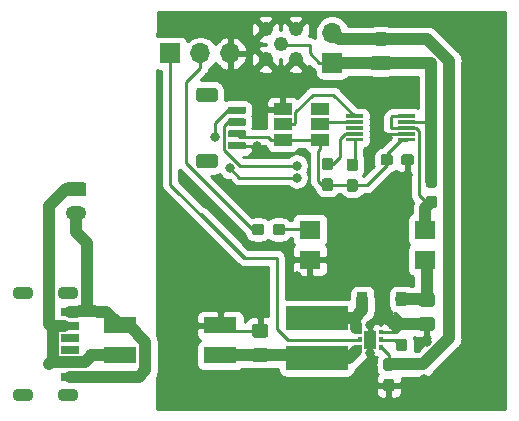
<source format=gtl>
G04 #@! TF.GenerationSoftware,KiCad,Pcbnew,(5.1.5-0)*
G04 #@! TF.CreationDate,2021-10-12T13:01:33-06:00*
G04 #@! TF.ProjectId,TPS61165-heater,54505336-3131-4363-952d-686561746572,rev?*
G04 #@! TF.SameCoordinates,Original*
G04 #@! TF.FileFunction,Copper,L1,Top*
G04 #@! TF.FilePolarity,Positive*
%FSLAX46Y46*%
G04 Gerber Fmt 4.6, Leading zero omitted, Abs format (unit mm)*
G04 Created by KiCad (PCBNEW (5.1.5-0)) date 2021-10-12 13:01:33*
%MOMM*%
%LPD*%
G04 APERTURE LIST*
%ADD10R,1.800000X1.600000*%
%ADD11R,5.300000X2.000000*%
%ADD12R,1.500000X1.000000*%
%ADD13C,0.100000*%
%ADD14O,1.700000X1.700000*%
%ADD15R,1.700000X1.700000*%
%ADD16R,2.825000X1.400000*%
%ADD17R,1.000000X1.600000*%
%ADD18C,1.240000*%
%ADD19O,1.750000X1.200000*%
%ADD20O,1.800000X1.100000*%
%ADD21R,1.500000X0.800000*%
%ADD22R,1.500000X0.760000*%
%ADD23R,1.500000X0.700000*%
%ADD24R,0.900000X1.200000*%
%ADD25C,0.800000*%
%ADD26C,1.000000*%
%ADD27C,0.250000*%
%ADD28C,0.254000*%
G04 APERTURE END LIST*
D10*
X152576000Y-74130000D03*
X152576000Y-76670000D03*
X142824000Y-76670000D03*
X142824000Y-74130000D03*
D11*
X143400000Y-81600000D03*
X143400000Y-85000000D03*
D12*
X143700000Y-66500000D03*
X143700000Y-65200000D03*
X143700000Y-63900000D03*
X140500000Y-66500000D03*
X140500000Y-65200000D03*
X140500000Y-63900000D03*
G04 #@! TA.AperFunction,SMDPad,CuDef*
D13*
G36*
X151657351Y-64350361D02*
G01*
X151664632Y-64351441D01*
X151671771Y-64353229D01*
X151678701Y-64355709D01*
X151685355Y-64358856D01*
X151691668Y-64362640D01*
X151697579Y-64367024D01*
X151703033Y-64371967D01*
X151707976Y-64377421D01*
X151712360Y-64383332D01*
X151716144Y-64389645D01*
X151719291Y-64396299D01*
X151721771Y-64403229D01*
X151723559Y-64410368D01*
X151724639Y-64417649D01*
X151725000Y-64425000D01*
X151725000Y-64575000D01*
X151724639Y-64582351D01*
X151723559Y-64589632D01*
X151721771Y-64596771D01*
X151719291Y-64603701D01*
X151716144Y-64610355D01*
X151712360Y-64616668D01*
X151707976Y-64622579D01*
X151703033Y-64628033D01*
X151697579Y-64632976D01*
X151691668Y-64637360D01*
X151685355Y-64641144D01*
X151678701Y-64644291D01*
X151671771Y-64646771D01*
X151664632Y-64648559D01*
X151657351Y-64649639D01*
X151650000Y-64650000D01*
X150350000Y-64650000D01*
X150342649Y-64649639D01*
X150335368Y-64648559D01*
X150328229Y-64646771D01*
X150321299Y-64644291D01*
X150314645Y-64641144D01*
X150308332Y-64637360D01*
X150302421Y-64632976D01*
X150296967Y-64628033D01*
X150292024Y-64622579D01*
X150287640Y-64616668D01*
X150283856Y-64610355D01*
X150280709Y-64603701D01*
X150278229Y-64596771D01*
X150276441Y-64589632D01*
X150275361Y-64582351D01*
X150275000Y-64575000D01*
X150275000Y-64425000D01*
X150275361Y-64417649D01*
X150276441Y-64410368D01*
X150278229Y-64403229D01*
X150280709Y-64396299D01*
X150283856Y-64389645D01*
X150287640Y-64383332D01*
X150292024Y-64377421D01*
X150296967Y-64371967D01*
X150302421Y-64367024D01*
X150308332Y-64362640D01*
X150314645Y-64358856D01*
X150321299Y-64355709D01*
X150328229Y-64353229D01*
X150335368Y-64351441D01*
X150342649Y-64350361D01*
X150350000Y-64350000D01*
X151650000Y-64350000D01*
X151657351Y-64350361D01*
G37*
G04 #@! TD.AperFunction*
G04 #@! TA.AperFunction,SMDPad,CuDef*
G36*
X151657351Y-64850361D02*
G01*
X151664632Y-64851441D01*
X151671771Y-64853229D01*
X151678701Y-64855709D01*
X151685355Y-64858856D01*
X151691668Y-64862640D01*
X151697579Y-64867024D01*
X151703033Y-64871967D01*
X151707976Y-64877421D01*
X151712360Y-64883332D01*
X151716144Y-64889645D01*
X151719291Y-64896299D01*
X151721771Y-64903229D01*
X151723559Y-64910368D01*
X151724639Y-64917649D01*
X151725000Y-64925000D01*
X151725000Y-65075000D01*
X151724639Y-65082351D01*
X151723559Y-65089632D01*
X151721771Y-65096771D01*
X151719291Y-65103701D01*
X151716144Y-65110355D01*
X151712360Y-65116668D01*
X151707976Y-65122579D01*
X151703033Y-65128033D01*
X151697579Y-65132976D01*
X151691668Y-65137360D01*
X151685355Y-65141144D01*
X151678701Y-65144291D01*
X151671771Y-65146771D01*
X151664632Y-65148559D01*
X151657351Y-65149639D01*
X151650000Y-65150000D01*
X150350000Y-65150000D01*
X150342649Y-65149639D01*
X150335368Y-65148559D01*
X150328229Y-65146771D01*
X150321299Y-65144291D01*
X150314645Y-65141144D01*
X150308332Y-65137360D01*
X150302421Y-65132976D01*
X150296967Y-65128033D01*
X150292024Y-65122579D01*
X150287640Y-65116668D01*
X150283856Y-65110355D01*
X150280709Y-65103701D01*
X150278229Y-65096771D01*
X150276441Y-65089632D01*
X150275361Y-65082351D01*
X150275000Y-65075000D01*
X150275000Y-64925000D01*
X150275361Y-64917649D01*
X150276441Y-64910368D01*
X150278229Y-64903229D01*
X150280709Y-64896299D01*
X150283856Y-64889645D01*
X150287640Y-64883332D01*
X150292024Y-64877421D01*
X150296967Y-64871967D01*
X150302421Y-64867024D01*
X150308332Y-64862640D01*
X150314645Y-64858856D01*
X150321299Y-64855709D01*
X150328229Y-64853229D01*
X150335368Y-64851441D01*
X150342649Y-64850361D01*
X150350000Y-64850000D01*
X151650000Y-64850000D01*
X151657351Y-64850361D01*
G37*
G04 #@! TD.AperFunction*
G04 #@! TA.AperFunction,SMDPad,CuDef*
G36*
X151657351Y-65350361D02*
G01*
X151664632Y-65351441D01*
X151671771Y-65353229D01*
X151678701Y-65355709D01*
X151685355Y-65358856D01*
X151691668Y-65362640D01*
X151697579Y-65367024D01*
X151703033Y-65371967D01*
X151707976Y-65377421D01*
X151712360Y-65383332D01*
X151716144Y-65389645D01*
X151719291Y-65396299D01*
X151721771Y-65403229D01*
X151723559Y-65410368D01*
X151724639Y-65417649D01*
X151725000Y-65425000D01*
X151725000Y-65575000D01*
X151724639Y-65582351D01*
X151723559Y-65589632D01*
X151721771Y-65596771D01*
X151719291Y-65603701D01*
X151716144Y-65610355D01*
X151712360Y-65616668D01*
X151707976Y-65622579D01*
X151703033Y-65628033D01*
X151697579Y-65632976D01*
X151691668Y-65637360D01*
X151685355Y-65641144D01*
X151678701Y-65644291D01*
X151671771Y-65646771D01*
X151664632Y-65648559D01*
X151657351Y-65649639D01*
X151650000Y-65650000D01*
X150350000Y-65650000D01*
X150342649Y-65649639D01*
X150335368Y-65648559D01*
X150328229Y-65646771D01*
X150321299Y-65644291D01*
X150314645Y-65641144D01*
X150308332Y-65637360D01*
X150302421Y-65632976D01*
X150296967Y-65628033D01*
X150292024Y-65622579D01*
X150287640Y-65616668D01*
X150283856Y-65610355D01*
X150280709Y-65603701D01*
X150278229Y-65596771D01*
X150276441Y-65589632D01*
X150275361Y-65582351D01*
X150275000Y-65575000D01*
X150275000Y-65425000D01*
X150275361Y-65417649D01*
X150276441Y-65410368D01*
X150278229Y-65403229D01*
X150280709Y-65396299D01*
X150283856Y-65389645D01*
X150287640Y-65383332D01*
X150292024Y-65377421D01*
X150296967Y-65371967D01*
X150302421Y-65367024D01*
X150308332Y-65362640D01*
X150314645Y-65358856D01*
X150321299Y-65355709D01*
X150328229Y-65353229D01*
X150335368Y-65351441D01*
X150342649Y-65350361D01*
X150350000Y-65350000D01*
X151650000Y-65350000D01*
X151657351Y-65350361D01*
G37*
G04 #@! TD.AperFunction*
G04 #@! TA.AperFunction,SMDPad,CuDef*
G36*
X151657351Y-65850361D02*
G01*
X151664632Y-65851441D01*
X151671771Y-65853229D01*
X151678701Y-65855709D01*
X151685355Y-65858856D01*
X151691668Y-65862640D01*
X151697579Y-65867024D01*
X151703033Y-65871967D01*
X151707976Y-65877421D01*
X151712360Y-65883332D01*
X151716144Y-65889645D01*
X151719291Y-65896299D01*
X151721771Y-65903229D01*
X151723559Y-65910368D01*
X151724639Y-65917649D01*
X151725000Y-65925000D01*
X151725000Y-66075000D01*
X151724639Y-66082351D01*
X151723559Y-66089632D01*
X151721771Y-66096771D01*
X151719291Y-66103701D01*
X151716144Y-66110355D01*
X151712360Y-66116668D01*
X151707976Y-66122579D01*
X151703033Y-66128033D01*
X151697579Y-66132976D01*
X151691668Y-66137360D01*
X151685355Y-66141144D01*
X151678701Y-66144291D01*
X151671771Y-66146771D01*
X151664632Y-66148559D01*
X151657351Y-66149639D01*
X151650000Y-66150000D01*
X150350000Y-66150000D01*
X150342649Y-66149639D01*
X150335368Y-66148559D01*
X150328229Y-66146771D01*
X150321299Y-66144291D01*
X150314645Y-66141144D01*
X150308332Y-66137360D01*
X150302421Y-66132976D01*
X150296967Y-66128033D01*
X150292024Y-66122579D01*
X150287640Y-66116668D01*
X150283856Y-66110355D01*
X150280709Y-66103701D01*
X150278229Y-66096771D01*
X150276441Y-66089632D01*
X150275361Y-66082351D01*
X150275000Y-66075000D01*
X150275000Y-65925000D01*
X150275361Y-65917649D01*
X150276441Y-65910368D01*
X150278229Y-65903229D01*
X150280709Y-65896299D01*
X150283856Y-65889645D01*
X150287640Y-65883332D01*
X150292024Y-65877421D01*
X150296967Y-65871967D01*
X150302421Y-65867024D01*
X150308332Y-65862640D01*
X150314645Y-65858856D01*
X150321299Y-65855709D01*
X150328229Y-65853229D01*
X150335368Y-65851441D01*
X150342649Y-65850361D01*
X150350000Y-65850000D01*
X151650000Y-65850000D01*
X151657351Y-65850361D01*
G37*
G04 #@! TD.AperFunction*
G04 #@! TA.AperFunction,SMDPad,CuDef*
G36*
X151657351Y-66350361D02*
G01*
X151664632Y-66351441D01*
X151671771Y-66353229D01*
X151678701Y-66355709D01*
X151685355Y-66358856D01*
X151691668Y-66362640D01*
X151697579Y-66367024D01*
X151703033Y-66371967D01*
X151707976Y-66377421D01*
X151712360Y-66383332D01*
X151716144Y-66389645D01*
X151719291Y-66396299D01*
X151721771Y-66403229D01*
X151723559Y-66410368D01*
X151724639Y-66417649D01*
X151725000Y-66425000D01*
X151725000Y-66575000D01*
X151724639Y-66582351D01*
X151723559Y-66589632D01*
X151721771Y-66596771D01*
X151719291Y-66603701D01*
X151716144Y-66610355D01*
X151712360Y-66616668D01*
X151707976Y-66622579D01*
X151703033Y-66628033D01*
X151697579Y-66632976D01*
X151691668Y-66637360D01*
X151685355Y-66641144D01*
X151678701Y-66644291D01*
X151671771Y-66646771D01*
X151664632Y-66648559D01*
X151657351Y-66649639D01*
X151650000Y-66650000D01*
X150350000Y-66650000D01*
X150342649Y-66649639D01*
X150335368Y-66648559D01*
X150328229Y-66646771D01*
X150321299Y-66644291D01*
X150314645Y-66641144D01*
X150308332Y-66637360D01*
X150302421Y-66632976D01*
X150296967Y-66628033D01*
X150292024Y-66622579D01*
X150287640Y-66616668D01*
X150283856Y-66610355D01*
X150280709Y-66603701D01*
X150278229Y-66596771D01*
X150276441Y-66589632D01*
X150275361Y-66582351D01*
X150275000Y-66575000D01*
X150275000Y-66425000D01*
X150275361Y-66417649D01*
X150276441Y-66410368D01*
X150278229Y-66403229D01*
X150280709Y-66396299D01*
X150283856Y-66389645D01*
X150287640Y-66383332D01*
X150292024Y-66377421D01*
X150296967Y-66371967D01*
X150302421Y-66367024D01*
X150308332Y-66362640D01*
X150314645Y-66358856D01*
X150321299Y-66355709D01*
X150328229Y-66353229D01*
X150335368Y-66351441D01*
X150342649Y-66350361D01*
X150350000Y-66350000D01*
X151650000Y-66350000D01*
X151657351Y-66350361D01*
G37*
G04 #@! TD.AperFunction*
G04 #@! TA.AperFunction,SMDPad,CuDef*
G36*
X147257351Y-66350361D02*
G01*
X147264632Y-66351441D01*
X147271771Y-66353229D01*
X147278701Y-66355709D01*
X147285355Y-66358856D01*
X147291668Y-66362640D01*
X147297579Y-66367024D01*
X147303033Y-66371967D01*
X147307976Y-66377421D01*
X147312360Y-66383332D01*
X147316144Y-66389645D01*
X147319291Y-66396299D01*
X147321771Y-66403229D01*
X147323559Y-66410368D01*
X147324639Y-66417649D01*
X147325000Y-66425000D01*
X147325000Y-66575000D01*
X147324639Y-66582351D01*
X147323559Y-66589632D01*
X147321771Y-66596771D01*
X147319291Y-66603701D01*
X147316144Y-66610355D01*
X147312360Y-66616668D01*
X147307976Y-66622579D01*
X147303033Y-66628033D01*
X147297579Y-66632976D01*
X147291668Y-66637360D01*
X147285355Y-66641144D01*
X147278701Y-66644291D01*
X147271771Y-66646771D01*
X147264632Y-66648559D01*
X147257351Y-66649639D01*
X147250000Y-66650000D01*
X145950000Y-66650000D01*
X145942649Y-66649639D01*
X145935368Y-66648559D01*
X145928229Y-66646771D01*
X145921299Y-66644291D01*
X145914645Y-66641144D01*
X145908332Y-66637360D01*
X145902421Y-66632976D01*
X145896967Y-66628033D01*
X145892024Y-66622579D01*
X145887640Y-66616668D01*
X145883856Y-66610355D01*
X145880709Y-66603701D01*
X145878229Y-66596771D01*
X145876441Y-66589632D01*
X145875361Y-66582351D01*
X145875000Y-66575000D01*
X145875000Y-66425000D01*
X145875361Y-66417649D01*
X145876441Y-66410368D01*
X145878229Y-66403229D01*
X145880709Y-66396299D01*
X145883856Y-66389645D01*
X145887640Y-66383332D01*
X145892024Y-66377421D01*
X145896967Y-66371967D01*
X145902421Y-66367024D01*
X145908332Y-66362640D01*
X145914645Y-66358856D01*
X145921299Y-66355709D01*
X145928229Y-66353229D01*
X145935368Y-66351441D01*
X145942649Y-66350361D01*
X145950000Y-66350000D01*
X147250000Y-66350000D01*
X147257351Y-66350361D01*
G37*
G04 #@! TD.AperFunction*
G04 #@! TA.AperFunction,SMDPad,CuDef*
G36*
X147257351Y-65850361D02*
G01*
X147264632Y-65851441D01*
X147271771Y-65853229D01*
X147278701Y-65855709D01*
X147285355Y-65858856D01*
X147291668Y-65862640D01*
X147297579Y-65867024D01*
X147303033Y-65871967D01*
X147307976Y-65877421D01*
X147312360Y-65883332D01*
X147316144Y-65889645D01*
X147319291Y-65896299D01*
X147321771Y-65903229D01*
X147323559Y-65910368D01*
X147324639Y-65917649D01*
X147325000Y-65925000D01*
X147325000Y-66075000D01*
X147324639Y-66082351D01*
X147323559Y-66089632D01*
X147321771Y-66096771D01*
X147319291Y-66103701D01*
X147316144Y-66110355D01*
X147312360Y-66116668D01*
X147307976Y-66122579D01*
X147303033Y-66128033D01*
X147297579Y-66132976D01*
X147291668Y-66137360D01*
X147285355Y-66141144D01*
X147278701Y-66144291D01*
X147271771Y-66146771D01*
X147264632Y-66148559D01*
X147257351Y-66149639D01*
X147250000Y-66150000D01*
X145950000Y-66150000D01*
X145942649Y-66149639D01*
X145935368Y-66148559D01*
X145928229Y-66146771D01*
X145921299Y-66144291D01*
X145914645Y-66141144D01*
X145908332Y-66137360D01*
X145902421Y-66132976D01*
X145896967Y-66128033D01*
X145892024Y-66122579D01*
X145887640Y-66116668D01*
X145883856Y-66110355D01*
X145880709Y-66103701D01*
X145878229Y-66096771D01*
X145876441Y-66089632D01*
X145875361Y-66082351D01*
X145875000Y-66075000D01*
X145875000Y-65925000D01*
X145875361Y-65917649D01*
X145876441Y-65910368D01*
X145878229Y-65903229D01*
X145880709Y-65896299D01*
X145883856Y-65889645D01*
X145887640Y-65883332D01*
X145892024Y-65877421D01*
X145896967Y-65871967D01*
X145902421Y-65867024D01*
X145908332Y-65862640D01*
X145914645Y-65858856D01*
X145921299Y-65855709D01*
X145928229Y-65853229D01*
X145935368Y-65851441D01*
X145942649Y-65850361D01*
X145950000Y-65850000D01*
X147250000Y-65850000D01*
X147257351Y-65850361D01*
G37*
G04 #@! TD.AperFunction*
G04 #@! TA.AperFunction,SMDPad,CuDef*
G36*
X147257351Y-65350361D02*
G01*
X147264632Y-65351441D01*
X147271771Y-65353229D01*
X147278701Y-65355709D01*
X147285355Y-65358856D01*
X147291668Y-65362640D01*
X147297579Y-65367024D01*
X147303033Y-65371967D01*
X147307976Y-65377421D01*
X147312360Y-65383332D01*
X147316144Y-65389645D01*
X147319291Y-65396299D01*
X147321771Y-65403229D01*
X147323559Y-65410368D01*
X147324639Y-65417649D01*
X147325000Y-65425000D01*
X147325000Y-65575000D01*
X147324639Y-65582351D01*
X147323559Y-65589632D01*
X147321771Y-65596771D01*
X147319291Y-65603701D01*
X147316144Y-65610355D01*
X147312360Y-65616668D01*
X147307976Y-65622579D01*
X147303033Y-65628033D01*
X147297579Y-65632976D01*
X147291668Y-65637360D01*
X147285355Y-65641144D01*
X147278701Y-65644291D01*
X147271771Y-65646771D01*
X147264632Y-65648559D01*
X147257351Y-65649639D01*
X147250000Y-65650000D01*
X145950000Y-65650000D01*
X145942649Y-65649639D01*
X145935368Y-65648559D01*
X145928229Y-65646771D01*
X145921299Y-65644291D01*
X145914645Y-65641144D01*
X145908332Y-65637360D01*
X145902421Y-65632976D01*
X145896967Y-65628033D01*
X145892024Y-65622579D01*
X145887640Y-65616668D01*
X145883856Y-65610355D01*
X145880709Y-65603701D01*
X145878229Y-65596771D01*
X145876441Y-65589632D01*
X145875361Y-65582351D01*
X145875000Y-65575000D01*
X145875000Y-65425000D01*
X145875361Y-65417649D01*
X145876441Y-65410368D01*
X145878229Y-65403229D01*
X145880709Y-65396299D01*
X145883856Y-65389645D01*
X145887640Y-65383332D01*
X145892024Y-65377421D01*
X145896967Y-65371967D01*
X145902421Y-65367024D01*
X145908332Y-65362640D01*
X145914645Y-65358856D01*
X145921299Y-65355709D01*
X145928229Y-65353229D01*
X145935368Y-65351441D01*
X145942649Y-65350361D01*
X145950000Y-65350000D01*
X147250000Y-65350000D01*
X147257351Y-65350361D01*
G37*
G04 #@! TD.AperFunction*
G04 #@! TA.AperFunction,SMDPad,CuDef*
G36*
X147257351Y-64850361D02*
G01*
X147264632Y-64851441D01*
X147271771Y-64853229D01*
X147278701Y-64855709D01*
X147285355Y-64858856D01*
X147291668Y-64862640D01*
X147297579Y-64867024D01*
X147303033Y-64871967D01*
X147307976Y-64877421D01*
X147312360Y-64883332D01*
X147316144Y-64889645D01*
X147319291Y-64896299D01*
X147321771Y-64903229D01*
X147323559Y-64910368D01*
X147324639Y-64917649D01*
X147325000Y-64925000D01*
X147325000Y-65075000D01*
X147324639Y-65082351D01*
X147323559Y-65089632D01*
X147321771Y-65096771D01*
X147319291Y-65103701D01*
X147316144Y-65110355D01*
X147312360Y-65116668D01*
X147307976Y-65122579D01*
X147303033Y-65128033D01*
X147297579Y-65132976D01*
X147291668Y-65137360D01*
X147285355Y-65141144D01*
X147278701Y-65144291D01*
X147271771Y-65146771D01*
X147264632Y-65148559D01*
X147257351Y-65149639D01*
X147250000Y-65150000D01*
X145950000Y-65150000D01*
X145942649Y-65149639D01*
X145935368Y-65148559D01*
X145928229Y-65146771D01*
X145921299Y-65144291D01*
X145914645Y-65141144D01*
X145908332Y-65137360D01*
X145902421Y-65132976D01*
X145896967Y-65128033D01*
X145892024Y-65122579D01*
X145887640Y-65116668D01*
X145883856Y-65110355D01*
X145880709Y-65103701D01*
X145878229Y-65096771D01*
X145876441Y-65089632D01*
X145875361Y-65082351D01*
X145875000Y-65075000D01*
X145875000Y-64925000D01*
X145875361Y-64917649D01*
X145876441Y-64910368D01*
X145878229Y-64903229D01*
X145880709Y-64896299D01*
X145883856Y-64889645D01*
X145887640Y-64883332D01*
X145892024Y-64877421D01*
X145896967Y-64871967D01*
X145902421Y-64867024D01*
X145908332Y-64862640D01*
X145914645Y-64858856D01*
X145921299Y-64855709D01*
X145928229Y-64853229D01*
X145935368Y-64851441D01*
X145942649Y-64850361D01*
X145950000Y-64850000D01*
X147250000Y-64850000D01*
X147257351Y-64850361D01*
G37*
G04 #@! TD.AperFunction*
G04 #@! TA.AperFunction,SMDPad,CuDef*
G36*
X147257351Y-64350361D02*
G01*
X147264632Y-64351441D01*
X147271771Y-64353229D01*
X147278701Y-64355709D01*
X147285355Y-64358856D01*
X147291668Y-64362640D01*
X147297579Y-64367024D01*
X147303033Y-64371967D01*
X147307976Y-64377421D01*
X147312360Y-64383332D01*
X147316144Y-64389645D01*
X147319291Y-64396299D01*
X147321771Y-64403229D01*
X147323559Y-64410368D01*
X147324639Y-64417649D01*
X147325000Y-64425000D01*
X147325000Y-64575000D01*
X147324639Y-64582351D01*
X147323559Y-64589632D01*
X147321771Y-64596771D01*
X147319291Y-64603701D01*
X147316144Y-64610355D01*
X147312360Y-64616668D01*
X147307976Y-64622579D01*
X147303033Y-64628033D01*
X147297579Y-64632976D01*
X147291668Y-64637360D01*
X147285355Y-64641144D01*
X147278701Y-64644291D01*
X147271771Y-64646771D01*
X147264632Y-64648559D01*
X147257351Y-64649639D01*
X147250000Y-64650000D01*
X145950000Y-64650000D01*
X145942649Y-64649639D01*
X145935368Y-64648559D01*
X145928229Y-64646771D01*
X145921299Y-64644291D01*
X145914645Y-64641144D01*
X145908332Y-64637360D01*
X145902421Y-64632976D01*
X145896967Y-64628033D01*
X145892024Y-64622579D01*
X145887640Y-64616668D01*
X145883856Y-64610355D01*
X145880709Y-64603701D01*
X145878229Y-64596771D01*
X145876441Y-64589632D01*
X145875361Y-64582351D01*
X145875000Y-64575000D01*
X145875000Y-64425000D01*
X145875361Y-64417649D01*
X145876441Y-64410368D01*
X145878229Y-64403229D01*
X145880709Y-64396299D01*
X145883856Y-64389645D01*
X145887640Y-64383332D01*
X145892024Y-64377421D01*
X145896967Y-64371967D01*
X145902421Y-64367024D01*
X145908332Y-64362640D01*
X145914645Y-64358856D01*
X145921299Y-64355709D01*
X145928229Y-64353229D01*
X145935368Y-64351441D01*
X145942649Y-64350361D01*
X145950000Y-64350000D01*
X147250000Y-64350000D01*
X147257351Y-64350361D01*
G37*
G04 #@! TD.AperFunction*
G04 #@! TA.AperFunction,SMDPad,CuDef*
G36*
X146660779Y-69851144D02*
G01*
X146683834Y-69854563D01*
X146706443Y-69860227D01*
X146728387Y-69868079D01*
X146749457Y-69878044D01*
X146769448Y-69890026D01*
X146788168Y-69903910D01*
X146805438Y-69919562D01*
X146821090Y-69936832D01*
X146834974Y-69955552D01*
X146846956Y-69975543D01*
X146856921Y-69996613D01*
X146864773Y-70018557D01*
X146870437Y-70041166D01*
X146873856Y-70064221D01*
X146875000Y-70087500D01*
X146875000Y-70662500D01*
X146873856Y-70685779D01*
X146870437Y-70708834D01*
X146864773Y-70731443D01*
X146856921Y-70753387D01*
X146846956Y-70774457D01*
X146834974Y-70794448D01*
X146821090Y-70813168D01*
X146805438Y-70830438D01*
X146788168Y-70846090D01*
X146769448Y-70859974D01*
X146749457Y-70871956D01*
X146728387Y-70881921D01*
X146706443Y-70889773D01*
X146683834Y-70895437D01*
X146660779Y-70898856D01*
X146637500Y-70900000D01*
X146162500Y-70900000D01*
X146139221Y-70898856D01*
X146116166Y-70895437D01*
X146093557Y-70889773D01*
X146071613Y-70881921D01*
X146050543Y-70871956D01*
X146030552Y-70859974D01*
X146011832Y-70846090D01*
X145994562Y-70830438D01*
X145978910Y-70813168D01*
X145965026Y-70794448D01*
X145953044Y-70774457D01*
X145943079Y-70753387D01*
X145935227Y-70731443D01*
X145929563Y-70708834D01*
X145926144Y-70685779D01*
X145925000Y-70662500D01*
X145925000Y-70087500D01*
X145926144Y-70064221D01*
X145929563Y-70041166D01*
X145935227Y-70018557D01*
X145943079Y-69996613D01*
X145953044Y-69975543D01*
X145965026Y-69955552D01*
X145978910Y-69936832D01*
X145994562Y-69919562D01*
X146011832Y-69903910D01*
X146030552Y-69890026D01*
X146050543Y-69878044D01*
X146071613Y-69868079D01*
X146093557Y-69860227D01*
X146116166Y-69854563D01*
X146139221Y-69851144D01*
X146162500Y-69850000D01*
X146637500Y-69850000D01*
X146660779Y-69851144D01*
G37*
G04 #@! TD.AperFunction*
G04 #@! TA.AperFunction,SMDPad,CuDef*
G36*
X146660779Y-68101144D02*
G01*
X146683834Y-68104563D01*
X146706443Y-68110227D01*
X146728387Y-68118079D01*
X146749457Y-68128044D01*
X146769448Y-68140026D01*
X146788168Y-68153910D01*
X146805438Y-68169562D01*
X146821090Y-68186832D01*
X146834974Y-68205552D01*
X146846956Y-68225543D01*
X146856921Y-68246613D01*
X146864773Y-68268557D01*
X146870437Y-68291166D01*
X146873856Y-68314221D01*
X146875000Y-68337500D01*
X146875000Y-68912500D01*
X146873856Y-68935779D01*
X146870437Y-68958834D01*
X146864773Y-68981443D01*
X146856921Y-69003387D01*
X146846956Y-69024457D01*
X146834974Y-69044448D01*
X146821090Y-69063168D01*
X146805438Y-69080438D01*
X146788168Y-69096090D01*
X146769448Y-69109974D01*
X146749457Y-69121956D01*
X146728387Y-69131921D01*
X146706443Y-69139773D01*
X146683834Y-69145437D01*
X146660779Y-69148856D01*
X146637500Y-69150000D01*
X146162500Y-69150000D01*
X146139221Y-69148856D01*
X146116166Y-69145437D01*
X146093557Y-69139773D01*
X146071613Y-69131921D01*
X146050543Y-69121956D01*
X146030552Y-69109974D01*
X146011832Y-69096090D01*
X145994562Y-69080438D01*
X145978910Y-69063168D01*
X145965026Y-69044448D01*
X145953044Y-69024457D01*
X145943079Y-69003387D01*
X145935227Y-68981443D01*
X145929563Y-68958834D01*
X145926144Y-68935779D01*
X145925000Y-68912500D01*
X145925000Y-68337500D01*
X145926144Y-68314221D01*
X145929563Y-68291166D01*
X145935227Y-68268557D01*
X145943079Y-68246613D01*
X145953044Y-68225543D01*
X145965026Y-68205552D01*
X145978910Y-68186832D01*
X145994562Y-68169562D01*
X146011832Y-68153910D01*
X146030552Y-68140026D01*
X146050543Y-68128044D01*
X146071613Y-68118079D01*
X146093557Y-68110227D01*
X146116166Y-68104563D01*
X146139221Y-68101144D01*
X146162500Y-68100000D01*
X146637500Y-68100000D01*
X146660779Y-68101144D01*
G37*
G04 #@! TD.AperFunction*
G04 #@! TA.AperFunction,SMDPad,CuDef*
G36*
X144560779Y-69776144D02*
G01*
X144583834Y-69779563D01*
X144606443Y-69785227D01*
X144628387Y-69793079D01*
X144649457Y-69803044D01*
X144669448Y-69815026D01*
X144688168Y-69828910D01*
X144705438Y-69844562D01*
X144721090Y-69861832D01*
X144734974Y-69880552D01*
X144746956Y-69900543D01*
X144756921Y-69921613D01*
X144764773Y-69943557D01*
X144770437Y-69966166D01*
X144773856Y-69989221D01*
X144775000Y-70012500D01*
X144775000Y-70587500D01*
X144773856Y-70610779D01*
X144770437Y-70633834D01*
X144764773Y-70656443D01*
X144756921Y-70678387D01*
X144746956Y-70699457D01*
X144734974Y-70719448D01*
X144721090Y-70738168D01*
X144705438Y-70755438D01*
X144688168Y-70771090D01*
X144669448Y-70784974D01*
X144649457Y-70796956D01*
X144628387Y-70806921D01*
X144606443Y-70814773D01*
X144583834Y-70820437D01*
X144560779Y-70823856D01*
X144537500Y-70825000D01*
X144062500Y-70825000D01*
X144039221Y-70823856D01*
X144016166Y-70820437D01*
X143993557Y-70814773D01*
X143971613Y-70806921D01*
X143950543Y-70796956D01*
X143930552Y-70784974D01*
X143911832Y-70771090D01*
X143894562Y-70755438D01*
X143878910Y-70738168D01*
X143865026Y-70719448D01*
X143853044Y-70699457D01*
X143843079Y-70678387D01*
X143835227Y-70656443D01*
X143829563Y-70633834D01*
X143826144Y-70610779D01*
X143825000Y-70587500D01*
X143825000Y-70012500D01*
X143826144Y-69989221D01*
X143829563Y-69966166D01*
X143835227Y-69943557D01*
X143843079Y-69921613D01*
X143853044Y-69900543D01*
X143865026Y-69880552D01*
X143878910Y-69861832D01*
X143894562Y-69844562D01*
X143911832Y-69828910D01*
X143930552Y-69815026D01*
X143950543Y-69803044D01*
X143971613Y-69793079D01*
X143993557Y-69785227D01*
X144016166Y-69779563D01*
X144039221Y-69776144D01*
X144062500Y-69775000D01*
X144537500Y-69775000D01*
X144560779Y-69776144D01*
G37*
G04 #@! TD.AperFunction*
G04 #@! TA.AperFunction,SMDPad,CuDef*
G36*
X144560779Y-68026144D02*
G01*
X144583834Y-68029563D01*
X144606443Y-68035227D01*
X144628387Y-68043079D01*
X144649457Y-68053044D01*
X144669448Y-68065026D01*
X144688168Y-68078910D01*
X144705438Y-68094562D01*
X144721090Y-68111832D01*
X144734974Y-68130552D01*
X144746956Y-68150543D01*
X144756921Y-68171613D01*
X144764773Y-68193557D01*
X144770437Y-68216166D01*
X144773856Y-68239221D01*
X144775000Y-68262500D01*
X144775000Y-68837500D01*
X144773856Y-68860779D01*
X144770437Y-68883834D01*
X144764773Y-68906443D01*
X144756921Y-68928387D01*
X144746956Y-68949457D01*
X144734974Y-68969448D01*
X144721090Y-68988168D01*
X144705438Y-69005438D01*
X144688168Y-69021090D01*
X144669448Y-69034974D01*
X144649457Y-69046956D01*
X144628387Y-69056921D01*
X144606443Y-69064773D01*
X144583834Y-69070437D01*
X144560779Y-69073856D01*
X144537500Y-69075000D01*
X144062500Y-69075000D01*
X144039221Y-69073856D01*
X144016166Y-69070437D01*
X143993557Y-69064773D01*
X143971613Y-69056921D01*
X143950543Y-69046956D01*
X143930552Y-69034974D01*
X143911832Y-69021090D01*
X143894562Y-69005438D01*
X143878910Y-68988168D01*
X143865026Y-68969448D01*
X143853044Y-68949457D01*
X143843079Y-68928387D01*
X143835227Y-68906443D01*
X143829563Y-68883834D01*
X143826144Y-68860779D01*
X143825000Y-68837500D01*
X143825000Y-68262500D01*
X143826144Y-68239221D01*
X143829563Y-68216166D01*
X143835227Y-68193557D01*
X143843079Y-68171613D01*
X143853044Y-68150543D01*
X143865026Y-68130552D01*
X143878910Y-68111832D01*
X143894562Y-68094562D01*
X143911832Y-68078910D01*
X143930552Y-68065026D01*
X143950543Y-68053044D01*
X143971613Y-68043079D01*
X143993557Y-68035227D01*
X144016166Y-68029563D01*
X144039221Y-68026144D01*
X144062500Y-68025000D01*
X144537500Y-68025000D01*
X144560779Y-68026144D01*
G37*
G04 #@! TD.AperFunction*
G04 #@! TA.AperFunction,SMDPad,CuDef*
G36*
X153360779Y-71251144D02*
G01*
X153383834Y-71254563D01*
X153406443Y-71260227D01*
X153428387Y-71268079D01*
X153449457Y-71278044D01*
X153469448Y-71290026D01*
X153488168Y-71303910D01*
X153505438Y-71319562D01*
X153521090Y-71336832D01*
X153534974Y-71355552D01*
X153546956Y-71375543D01*
X153556921Y-71396613D01*
X153564773Y-71418557D01*
X153570437Y-71441166D01*
X153573856Y-71464221D01*
X153575000Y-71487500D01*
X153575000Y-72062500D01*
X153573856Y-72085779D01*
X153570437Y-72108834D01*
X153564773Y-72131443D01*
X153556921Y-72153387D01*
X153546956Y-72174457D01*
X153534974Y-72194448D01*
X153521090Y-72213168D01*
X153505438Y-72230438D01*
X153488168Y-72246090D01*
X153469448Y-72259974D01*
X153449457Y-72271956D01*
X153428387Y-72281921D01*
X153406443Y-72289773D01*
X153383834Y-72295437D01*
X153360779Y-72298856D01*
X153337500Y-72300000D01*
X152862500Y-72300000D01*
X152839221Y-72298856D01*
X152816166Y-72295437D01*
X152793557Y-72289773D01*
X152771613Y-72281921D01*
X152750543Y-72271956D01*
X152730552Y-72259974D01*
X152711832Y-72246090D01*
X152694562Y-72230438D01*
X152678910Y-72213168D01*
X152665026Y-72194448D01*
X152653044Y-72174457D01*
X152643079Y-72153387D01*
X152635227Y-72131443D01*
X152629563Y-72108834D01*
X152626144Y-72085779D01*
X152625000Y-72062500D01*
X152625000Y-71487500D01*
X152626144Y-71464221D01*
X152629563Y-71441166D01*
X152635227Y-71418557D01*
X152643079Y-71396613D01*
X152653044Y-71375543D01*
X152665026Y-71355552D01*
X152678910Y-71336832D01*
X152694562Y-71319562D01*
X152711832Y-71303910D01*
X152730552Y-71290026D01*
X152750543Y-71278044D01*
X152771613Y-71268079D01*
X152793557Y-71260227D01*
X152816166Y-71254563D01*
X152839221Y-71251144D01*
X152862500Y-71250000D01*
X153337500Y-71250000D01*
X153360779Y-71251144D01*
G37*
G04 #@! TD.AperFunction*
G04 #@! TA.AperFunction,SMDPad,CuDef*
G36*
X153360779Y-69501144D02*
G01*
X153383834Y-69504563D01*
X153406443Y-69510227D01*
X153428387Y-69518079D01*
X153449457Y-69528044D01*
X153469448Y-69540026D01*
X153488168Y-69553910D01*
X153505438Y-69569562D01*
X153521090Y-69586832D01*
X153534974Y-69605552D01*
X153546956Y-69625543D01*
X153556921Y-69646613D01*
X153564773Y-69668557D01*
X153570437Y-69691166D01*
X153573856Y-69714221D01*
X153575000Y-69737500D01*
X153575000Y-70312500D01*
X153573856Y-70335779D01*
X153570437Y-70358834D01*
X153564773Y-70381443D01*
X153556921Y-70403387D01*
X153546956Y-70424457D01*
X153534974Y-70444448D01*
X153521090Y-70463168D01*
X153505438Y-70480438D01*
X153488168Y-70496090D01*
X153469448Y-70509974D01*
X153449457Y-70521956D01*
X153428387Y-70531921D01*
X153406443Y-70539773D01*
X153383834Y-70545437D01*
X153360779Y-70548856D01*
X153337500Y-70550000D01*
X152862500Y-70550000D01*
X152839221Y-70548856D01*
X152816166Y-70545437D01*
X152793557Y-70539773D01*
X152771613Y-70531921D01*
X152750543Y-70521956D01*
X152730552Y-70509974D01*
X152711832Y-70496090D01*
X152694562Y-70480438D01*
X152678910Y-70463168D01*
X152665026Y-70444448D01*
X152653044Y-70424457D01*
X152643079Y-70403387D01*
X152635227Y-70381443D01*
X152629563Y-70358834D01*
X152626144Y-70335779D01*
X152625000Y-70312500D01*
X152625000Y-69737500D01*
X152626144Y-69714221D01*
X152629563Y-69691166D01*
X152635227Y-69668557D01*
X152643079Y-69646613D01*
X152653044Y-69625543D01*
X152665026Y-69605552D01*
X152678910Y-69586832D01*
X152694562Y-69569562D01*
X152711832Y-69553910D01*
X152730552Y-69540026D01*
X152750543Y-69528044D01*
X152771613Y-69518079D01*
X152793557Y-69510227D01*
X152816166Y-69504563D01*
X152839221Y-69501144D01*
X152862500Y-69500000D01*
X153337500Y-69500000D01*
X153360779Y-69501144D01*
G37*
G04 #@! TD.AperFunction*
G04 #@! TA.AperFunction,SMDPad,CuDef*
G36*
X134774505Y-62101204D02*
G01*
X134798773Y-62104804D01*
X134822572Y-62110765D01*
X134845671Y-62119030D01*
X134867850Y-62129520D01*
X134888893Y-62142132D01*
X134908599Y-62156747D01*
X134926777Y-62173223D01*
X134943253Y-62191401D01*
X134957868Y-62211107D01*
X134970480Y-62232150D01*
X134980970Y-62254329D01*
X134989235Y-62277428D01*
X134995196Y-62301227D01*
X134998796Y-62325495D01*
X135000000Y-62349999D01*
X135000000Y-63050001D01*
X134998796Y-63074505D01*
X134995196Y-63098773D01*
X134989235Y-63122572D01*
X134980970Y-63145671D01*
X134970480Y-63167850D01*
X134957868Y-63188893D01*
X134943253Y-63208599D01*
X134926777Y-63226777D01*
X134908599Y-63243253D01*
X134888893Y-63257868D01*
X134867850Y-63270480D01*
X134845671Y-63280970D01*
X134822572Y-63289235D01*
X134798773Y-63295196D01*
X134774505Y-63298796D01*
X134750001Y-63300000D01*
X133449999Y-63300000D01*
X133425495Y-63298796D01*
X133401227Y-63295196D01*
X133377428Y-63289235D01*
X133354329Y-63280970D01*
X133332150Y-63270480D01*
X133311107Y-63257868D01*
X133291401Y-63243253D01*
X133273223Y-63226777D01*
X133256747Y-63208599D01*
X133242132Y-63188893D01*
X133229520Y-63167850D01*
X133219030Y-63145671D01*
X133210765Y-63122572D01*
X133204804Y-63098773D01*
X133201204Y-63074505D01*
X133200000Y-63050001D01*
X133200000Y-62349999D01*
X133201204Y-62325495D01*
X133204804Y-62301227D01*
X133210765Y-62277428D01*
X133219030Y-62254329D01*
X133229520Y-62232150D01*
X133242132Y-62211107D01*
X133256747Y-62191401D01*
X133273223Y-62173223D01*
X133291401Y-62156747D01*
X133311107Y-62142132D01*
X133332150Y-62129520D01*
X133354329Y-62119030D01*
X133377428Y-62110765D01*
X133401227Y-62104804D01*
X133425495Y-62101204D01*
X133449999Y-62100000D01*
X134750001Y-62100000D01*
X134774505Y-62101204D01*
G37*
G04 #@! TD.AperFunction*
G04 #@! TA.AperFunction,SMDPad,CuDef*
G36*
X134774505Y-67701204D02*
G01*
X134798773Y-67704804D01*
X134822572Y-67710765D01*
X134845671Y-67719030D01*
X134867850Y-67729520D01*
X134888893Y-67742132D01*
X134908599Y-67756747D01*
X134926777Y-67773223D01*
X134943253Y-67791401D01*
X134957868Y-67811107D01*
X134970480Y-67832150D01*
X134980970Y-67854329D01*
X134989235Y-67877428D01*
X134995196Y-67901227D01*
X134998796Y-67925495D01*
X135000000Y-67949999D01*
X135000000Y-68650001D01*
X134998796Y-68674505D01*
X134995196Y-68698773D01*
X134989235Y-68722572D01*
X134980970Y-68745671D01*
X134970480Y-68767850D01*
X134957868Y-68788893D01*
X134943253Y-68808599D01*
X134926777Y-68826777D01*
X134908599Y-68843253D01*
X134888893Y-68857868D01*
X134867850Y-68870480D01*
X134845671Y-68880970D01*
X134822572Y-68889235D01*
X134798773Y-68895196D01*
X134774505Y-68898796D01*
X134750001Y-68900000D01*
X133449999Y-68900000D01*
X133425495Y-68898796D01*
X133401227Y-68895196D01*
X133377428Y-68889235D01*
X133354329Y-68880970D01*
X133332150Y-68870480D01*
X133311107Y-68857868D01*
X133291401Y-68843253D01*
X133273223Y-68826777D01*
X133256747Y-68808599D01*
X133242132Y-68788893D01*
X133229520Y-68767850D01*
X133219030Y-68745671D01*
X133210765Y-68722572D01*
X133204804Y-68698773D01*
X133201204Y-68674505D01*
X133200000Y-68650001D01*
X133200000Y-67949999D01*
X133201204Y-67925495D01*
X133204804Y-67901227D01*
X133210765Y-67877428D01*
X133219030Y-67854329D01*
X133229520Y-67832150D01*
X133242132Y-67811107D01*
X133256747Y-67791401D01*
X133273223Y-67773223D01*
X133291401Y-67756747D01*
X133311107Y-67742132D01*
X133332150Y-67729520D01*
X133354329Y-67719030D01*
X133377428Y-67710765D01*
X133401227Y-67704804D01*
X133425495Y-67701204D01*
X133449999Y-67700000D01*
X134750001Y-67700000D01*
X134774505Y-67701204D01*
G37*
G04 #@! TD.AperFunction*
G04 #@! TA.AperFunction,SMDPad,CuDef*
G36*
X137264703Y-63700722D02*
G01*
X137279264Y-63702882D01*
X137293543Y-63706459D01*
X137307403Y-63711418D01*
X137320710Y-63717712D01*
X137333336Y-63725280D01*
X137345159Y-63734048D01*
X137356066Y-63743934D01*
X137365952Y-63754841D01*
X137374720Y-63766664D01*
X137382288Y-63779290D01*
X137388582Y-63792597D01*
X137393541Y-63806457D01*
X137397118Y-63820736D01*
X137399278Y-63835297D01*
X137400000Y-63850000D01*
X137400000Y-64150000D01*
X137399278Y-64164703D01*
X137397118Y-64179264D01*
X137393541Y-64193543D01*
X137388582Y-64207403D01*
X137382288Y-64220710D01*
X137374720Y-64233336D01*
X137365952Y-64245159D01*
X137356066Y-64256066D01*
X137345159Y-64265952D01*
X137333336Y-64274720D01*
X137320710Y-64282288D01*
X137307403Y-64288582D01*
X137293543Y-64293541D01*
X137279264Y-64297118D01*
X137264703Y-64299278D01*
X137250000Y-64300000D01*
X136000000Y-64300000D01*
X135985297Y-64299278D01*
X135970736Y-64297118D01*
X135956457Y-64293541D01*
X135942597Y-64288582D01*
X135929290Y-64282288D01*
X135916664Y-64274720D01*
X135904841Y-64265952D01*
X135893934Y-64256066D01*
X135884048Y-64245159D01*
X135875280Y-64233336D01*
X135867712Y-64220710D01*
X135861418Y-64207403D01*
X135856459Y-64193543D01*
X135852882Y-64179264D01*
X135850722Y-64164703D01*
X135850000Y-64150000D01*
X135850000Y-63850000D01*
X135850722Y-63835297D01*
X135852882Y-63820736D01*
X135856459Y-63806457D01*
X135861418Y-63792597D01*
X135867712Y-63779290D01*
X135875280Y-63766664D01*
X135884048Y-63754841D01*
X135893934Y-63743934D01*
X135904841Y-63734048D01*
X135916664Y-63725280D01*
X135929290Y-63717712D01*
X135942597Y-63711418D01*
X135956457Y-63706459D01*
X135970736Y-63702882D01*
X135985297Y-63700722D01*
X136000000Y-63700000D01*
X137250000Y-63700000D01*
X137264703Y-63700722D01*
G37*
G04 #@! TD.AperFunction*
G04 #@! TA.AperFunction,SMDPad,CuDef*
G36*
X137264703Y-64700722D02*
G01*
X137279264Y-64702882D01*
X137293543Y-64706459D01*
X137307403Y-64711418D01*
X137320710Y-64717712D01*
X137333336Y-64725280D01*
X137345159Y-64734048D01*
X137356066Y-64743934D01*
X137365952Y-64754841D01*
X137374720Y-64766664D01*
X137382288Y-64779290D01*
X137388582Y-64792597D01*
X137393541Y-64806457D01*
X137397118Y-64820736D01*
X137399278Y-64835297D01*
X137400000Y-64850000D01*
X137400000Y-65150000D01*
X137399278Y-65164703D01*
X137397118Y-65179264D01*
X137393541Y-65193543D01*
X137388582Y-65207403D01*
X137382288Y-65220710D01*
X137374720Y-65233336D01*
X137365952Y-65245159D01*
X137356066Y-65256066D01*
X137345159Y-65265952D01*
X137333336Y-65274720D01*
X137320710Y-65282288D01*
X137307403Y-65288582D01*
X137293543Y-65293541D01*
X137279264Y-65297118D01*
X137264703Y-65299278D01*
X137250000Y-65300000D01*
X136000000Y-65300000D01*
X135985297Y-65299278D01*
X135970736Y-65297118D01*
X135956457Y-65293541D01*
X135942597Y-65288582D01*
X135929290Y-65282288D01*
X135916664Y-65274720D01*
X135904841Y-65265952D01*
X135893934Y-65256066D01*
X135884048Y-65245159D01*
X135875280Y-65233336D01*
X135867712Y-65220710D01*
X135861418Y-65207403D01*
X135856459Y-65193543D01*
X135852882Y-65179264D01*
X135850722Y-65164703D01*
X135850000Y-65150000D01*
X135850000Y-64850000D01*
X135850722Y-64835297D01*
X135852882Y-64820736D01*
X135856459Y-64806457D01*
X135861418Y-64792597D01*
X135867712Y-64779290D01*
X135875280Y-64766664D01*
X135884048Y-64754841D01*
X135893934Y-64743934D01*
X135904841Y-64734048D01*
X135916664Y-64725280D01*
X135929290Y-64717712D01*
X135942597Y-64711418D01*
X135956457Y-64706459D01*
X135970736Y-64702882D01*
X135985297Y-64700722D01*
X136000000Y-64700000D01*
X137250000Y-64700000D01*
X137264703Y-64700722D01*
G37*
G04 #@! TD.AperFunction*
G04 #@! TA.AperFunction,SMDPad,CuDef*
G36*
X137264703Y-65700722D02*
G01*
X137279264Y-65702882D01*
X137293543Y-65706459D01*
X137307403Y-65711418D01*
X137320710Y-65717712D01*
X137333336Y-65725280D01*
X137345159Y-65734048D01*
X137356066Y-65743934D01*
X137365952Y-65754841D01*
X137374720Y-65766664D01*
X137382288Y-65779290D01*
X137388582Y-65792597D01*
X137393541Y-65806457D01*
X137397118Y-65820736D01*
X137399278Y-65835297D01*
X137400000Y-65850000D01*
X137400000Y-66150000D01*
X137399278Y-66164703D01*
X137397118Y-66179264D01*
X137393541Y-66193543D01*
X137388582Y-66207403D01*
X137382288Y-66220710D01*
X137374720Y-66233336D01*
X137365952Y-66245159D01*
X137356066Y-66256066D01*
X137345159Y-66265952D01*
X137333336Y-66274720D01*
X137320710Y-66282288D01*
X137307403Y-66288582D01*
X137293543Y-66293541D01*
X137279264Y-66297118D01*
X137264703Y-66299278D01*
X137250000Y-66300000D01*
X136000000Y-66300000D01*
X135985297Y-66299278D01*
X135970736Y-66297118D01*
X135956457Y-66293541D01*
X135942597Y-66288582D01*
X135929290Y-66282288D01*
X135916664Y-66274720D01*
X135904841Y-66265952D01*
X135893934Y-66256066D01*
X135884048Y-66245159D01*
X135875280Y-66233336D01*
X135867712Y-66220710D01*
X135861418Y-66207403D01*
X135856459Y-66193543D01*
X135852882Y-66179264D01*
X135850722Y-66164703D01*
X135850000Y-66150000D01*
X135850000Y-65850000D01*
X135850722Y-65835297D01*
X135852882Y-65820736D01*
X135856459Y-65806457D01*
X135861418Y-65792597D01*
X135867712Y-65779290D01*
X135875280Y-65766664D01*
X135884048Y-65754841D01*
X135893934Y-65743934D01*
X135904841Y-65734048D01*
X135916664Y-65725280D01*
X135929290Y-65717712D01*
X135942597Y-65711418D01*
X135956457Y-65706459D01*
X135970736Y-65702882D01*
X135985297Y-65700722D01*
X136000000Y-65700000D01*
X137250000Y-65700000D01*
X137264703Y-65700722D01*
G37*
G04 #@! TD.AperFunction*
G04 #@! TA.AperFunction,SMDPad,CuDef*
G36*
X137264703Y-66700722D02*
G01*
X137279264Y-66702882D01*
X137293543Y-66706459D01*
X137307403Y-66711418D01*
X137320710Y-66717712D01*
X137333336Y-66725280D01*
X137345159Y-66734048D01*
X137356066Y-66743934D01*
X137365952Y-66754841D01*
X137374720Y-66766664D01*
X137382288Y-66779290D01*
X137388582Y-66792597D01*
X137393541Y-66806457D01*
X137397118Y-66820736D01*
X137399278Y-66835297D01*
X137400000Y-66850000D01*
X137400000Y-67150000D01*
X137399278Y-67164703D01*
X137397118Y-67179264D01*
X137393541Y-67193543D01*
X137388582Y-67207403D01*
X137382288Y-67220710D01*
X137374720Y-67233336D01*
X137365952Y-67245159D01*
X137356066Y-67256066D01*
X137345159Y-67265952D01*
X137333336Y-67274720D01*
X137320710Y-67282288D01*
X137307403Y-67288582D01*
X137293543Y-67293541D01*
X137279264Y-67297118D01*
X137264703Y-67299278D01*
X137250000Y-67300000D01*
X136000000Y-67300000D01*
X135985297Y-67299278D01*
X135970736Y-67297118D01*
X135956457Y-67293541D01*
X135942597Y-67288582D01*
X135929290Y-67282288D01*
X135916664Y-67274720D01*
X135904841Y-67265952D01*
X135893934Y-67256066D01*
X135884048Y-67245159D01*
X135875280Y-67233336D01*
X135867712Y-67220710D01*
X135861418Y-67207403D01*
X135856459Y-67193543D01*
X135852882Y-67179264D01*
X135850722Y-67164703D01*
X135850000Y-67150000D01*
X135850000Y-66850000D01*
X135850722Y-66835297D01*
X135852882Y-66820736D01*
X135856459Y-66806457D01*
X135861418Y-66792597D01*
X135867712Y-66779290D01*
X135875280Y-66766664D01*
X135884048Y-66754841D01*
X135893934Y-66743934D01*
X135904841Y-66734048D01*
X135916664Y-66725280D01*
X135929290Y-66717712D01*
X135942597Y-66711418D01*
X135956457Y-66706459D01*
X135970736Y-66702882D01*
X135985297Y-66700722D01*
X136000000Y-66700000D01*
X137250000Y-66700000D01*
X137264703Y-66700722D01*
G37*
G04 #@! TD.AperFunction*
G04 #@! TA.AperFunction,SMDPad,CuDef*
G36*
X151385779Y-67726144D02*
G01*
X151408834Y-67729563D01*
X151431443Y-67735227D01*
X151453387Y-67743079D01*
X151474457Y-67753044D01*
X151494448Y-67765026D01*
X151513168Y-67778910D01*
X151530438Y-67794562D01*
X151546090Y-67811832D01*
X151559974Y-67830552D01*
X151571956Y-67850543D01*
X151581921Y-67871613D01*
X151589773Y-67893557D01*
X151595437Y-67916166D01*
X151598856Y-67939221D01*
X151600000Y-67962500D01*
X151600000Y-68437500D01*
X151598856Y-68460779D01*
X151595437Y-68483834D01*
X151589773Y-68506443D01*
X151581921Y-68528387D01*
X151571956Y-68549457D01*
X151559974Y-68569448D01*
X151546090Y-68588168D01*
X151530438Y-68605438D01*
X151513168Y-68621090D01*
X151494448Y-68634974D01*
X151474457Y-68646956D01*
X151453387Y-68656921D01*
X151431443Y-68664773D01*
X151408834Y-68670437D01*
X151385779Y-68673856D01*
X151362500Y-68675000D01*
X150787500Y-68675000D01*
X150764221Y-68673856D01*
X150741166Y-68670437D01*
X150718557Y-68664773D01*
X150696613Y-68656921D01*
X150675543Y-68646956D01*
X150655552Y-68634974D01*
X150636832Y-68621090D01*
X150619562Y-68605438D01*
X150603910Y-68588168D01*
X150590026Y-68569448D01*
X150578044Y-68549457D01*
X150568079Y-68528387D01*
X150560227Y-68506443D01*
X150554563Y-68483834D01*
X150551144Y-68460779D01*
X150550000Y-68437500D01*
X150550000Y-67962500D01*
X150551144Y-67939221D01*
X150554563Y-67916166D01*
X150560227Y-67893557D01*
X150568079Y-67871613D01*
X150578044Y-67850543D01*
X150590026Y-67830552D01*
X150603910Y-67811832D01*
X150619562Y-67794562D01*
X150636832Y-67778910D01*
X150655552Y-67765026D01*
X150675543Y-67753044D01*
X150696613Y-67743079D01*
X150718557Y-67735227D01*
X150741166Y-67729563D01*
X150764221Y-67726144D01*
X150787500Y-67725000D01*
X151362500Y-67725000D01*
X151385779Y-67726144D01*
G37*
G04 #@! TD.AperFunction*
G04 #@! TA.AperFunction,SMDPad,CuDef*
G36*
X149635779Y-67726144D02*
G01*
X149658834Y-67729563D01*
X149681443Y-67735227D01*
X149703387Y-67743079D01*
X149724457Y-67753044D01*
X149744448Y-67765026D01*
X149763168Y-67778910D01*
X149780438Y-67794562D01*
X149796090Y-67811832D01*
X149809974Y-67830552D01*
X149821956Y-67850543D01*
X149831921Y-67871613D01*
X149839773Y-67893557D01*
X149845437Y-67916166D01*
X149848856Y-67939221D01*
X149850000Y-67962500D01*
X149850000Y-68437500D01*
X149848856Y-68460779D01*
X149845437Y-68483834D01*
X149839773Y-68506443D01*
X149831921Y-68528387D01*
X149821956Y-68549457D01*
X149809974Y-68569448D01*
X149796090Y-68588168D01*
X149780438Y-68605438D01*
X149763168Y-68621090D01*
X149744448Y-68634974D01*
X149724457Y-68646956D01*
X149703387Y-68656921D01*
X149681443Y-68664773D01*
X149658834Y-68670437D01*
X149635779Y-68673856D01*
X149612500Y-68675000D01*
X149037500Y-68675000D01*
X149014221Y-68673856D01*
X148991166Y-68670437D01*
X148968557Y-68664773D01*
X148946613Y-68656921D01*
X148925543Y-68646956D01*
X148905552Y-68634974D01*
X148886832Y-68621090D01*
X148869562Y-68605438D01*
X148853910Y-68588168D01*
X148840026Y-68569448D01*
X148828044Y-68549457D01*
X148818079Y-68528387D01*
X148810227Y-68506443D01*
X148804563Y-68483834D01*
X148801144Y-68460779D01*
X148800000Y-68437500D01*
X148800000Y-67962500D01*
X148801144Y-67939221D01*
X148804563Y-67916166D01*
X148810227Y-67893557D01*
X148818079Y-67871613D01*
X148828044Y-67850543D01*
X148840026Y-67830552D01*
X148853910Y-67811832D01*
X148869562Y-67794562D01*
X148886832Y-67778910D01*
X148905552Y-67765026D01*
X148925543Y-67753044D01*
X148946613Y-67743079D01*
X148968557Y-67735227D01*
X148991166Y-67729563D01*
X149014221Y-67726144D01*
X149037500Y-67725000D01*
X149612500Y-67725000D01*
X149635779Y-67726144D01*
G37*
G04 #@! TD.AperFunction*
G04 #@! TA.AperFunction,SMDPad,CuDef*
G36*
X140485779Y-73626144D02*
G01*
X140508834Y-73629563D01*
X140531443Y-73635227D01*
X140553387Y-73643079D01*
X140574457Y-73653044D01*
X140594448Y-73665026D01*
X140613168Y-73678910D01*
X140630438Y-73694562D01*
X140646090Y-73711832D01*
X140659974Y-73730552D01*
X140671956Y-73750543D01*
X140681921Y-73771613D01*
X140689773Y-73793557D01*
X140695437Y-73816166D01*
X140698856Y-73839221D01*
X140700000Y-73862500D01*
X140700000Y-74337500D01*
X140698856Y-74360779D01*
X140695437Y-74383834D01*
X140689773Y-74406443D01*
X140681921Y-74428387D01*
X140671956Y-74449457D01*
X140659974Y-74469448D01*
X140646090Y-74488168D01*
X140630438Y-74505438D01*
X140613168Y-74521090D01*
X140594448Y-74534974D01*
X140574457Y-74546956D01*
X140553387Y-74556921D01*
X140531443Y-74564773D01*
X140508834Y-74570437D01*
X140485779Y-74573856D01*
X140462500Y-74575000D01*
X139887500Y-74575000D01*
X139864221Y-74573856D01*
X139841166Y-74570437D01*
X139818557Y-74564773D01*
X139796613Y-74556921D01*
X139775543Y-74546956D01*
X139755552Y-74534974D01*
X139736832Y-74521090D01*
X139719562Y-74505438D01*
X139703910Y-74488168D01*
X139690026Y-74469448D01*
X139678044Y-74449457D01*
X139668079Y-74428387D01*
X139660227Y-74406443D01*
X139654563Y-74383834D01*
X139651144Y-74360779D01*
X139650000Y-74337500D01*
X139650000Y-73862500D01*
X139651144Y-73839221D01*
X139654563Y-73816166D01*
X139660227Y-73793557D01*
X139668079Y-73771613D01*
X139678044Y-73750543D01*
X139690026Y-73730552D01*
X139703910Y-73711832D01*
X139719562Y-73694562D01*
X139736832Y-73678910D01*
X139755552Y-73665026D01*
X139775543Y-73653044D01*
X139796613Y-73643079D01*
X139818557Y-73635227D01*
X139841166Y-73629563D01*
X139864221Y-73626144D01*
X139887500Y-73625000D01*
X140462500Y-73625000D01*
X140485779Y-73626144D01*
G37*
G04 #@! TD.AperFunction*
G04 #@! TA.AperFunction,SMDPad,CuDef*
G36*
X138735779Y-73626144D02*
G01*
X138758834Y-73629563D01*
X138781443Y-73635227D01*
X138803387Y-73643079D01*
X138824457Y-73653044D01*
X138844448Y-73665026D01*
X138863168Y-73678910D01*
X138880438Y-73694562D01*
X138896090Y-73711832D01*
X138909974Y-73730552D01*
X138921956Y-73750543D01*
X138931921Y-73771613D01*
X138939773Y-73793557D01*
X138945437Y-73816166D01*
X138948856Y-73839221D01*
X138950000Y-73862500D01*
X138950000Y-74337500D01*
X138948856Y-74360779D01*
X138945437Y-74383834D01*
X138939773Y-74406443D01*
X138931921Y-74428387D01*
X138921956Y-74449457D01*
X138909974Y-74469448D01*
X138896090Y-74488168D01*
X138880438Y-74505438D01*
X138863168Y-74521090D01*
X138844448Y-74534974D01*
X138824457Y-74546956D01*
X138803387Y-74556921D01*
X138781443Y-74564773D01*
X138758834Y-74570437D01*
X138735779Y-74573856D01*
X138712500Y-74575000D01*
X138137500Y-74575000D01*
X138114221Y-74573856D01*
X138091166Y-74570437D01*
X138068557Y-74564773D01*
X138046613Y-74556921D01*
X138025543Y-74546956D01*
X138005552Y-74534974D01*
X137986832Y-74521090D01*
X137969562Y-74505438D01*
X137953910Y-74488168D01*
X137940026Y-74469448D01*
X137928044Y-74449457D01*
X137918079Y-74428387D01*
X137910227Y-74406443D01*
X137904563Y-74383834D01*
X137901144Y-74360779D01*
X137900000Y-74337500D01*
X137900000Y-73862500D01*
X137901144Y-73839221D01*
X137904563Y-73816166D01*
X137910227Y-73793557D01*
X137918079Y-73771613D01*
X137928044Y-73750543D01*
X137940026Y-73730552D01*
X137953910Y-73711832D01*
X137969562Y-73694562D01*
X137986832Y-73678910D01*
X138005552Y-73665026D01*
X138025543Y-73653044D01*
X138046613Y-73643079D01*
X138068557Y-73635227D01*
X138091166Y-73629563D01*
X138114221Y-73626144D01*
X138137500Y-73625000D01*
X138712500Y-73625000D01*
X138735779Y-73626144D01*
G37*
G04 #@! TD.AperFunction*
D14*
X136080000Y-59200000D03*
X133540000Y-59200000D03*
D15*
X131000000Y-59200000D03*
D16*
X135237000Y-82230000D03*
X135237000Y-84770000D03*
X126763000Y-84770000D03*
X126763000Y-82230000D03*
D17*
X147930000Y-83430000D03*
G04 #@! TA.AperFunction,SMDPad,CuDef*
D13*
G36*
X147145439Y-83880451D02*
G01*
X147154540Y-83881801D01*
X147163464Y-83884037D01*
X147172127Y-83887136D01*
X147180443Y-83891070D01*
X147188335Y-83895800D01*
X147195724Y-83901280D01*
X147202541Y-83907459D01*
X147208720Y-83914276D01*
X147214200Y-83921665D01*
X147218930Y-83929557D01*
X147222864Y-83937873D01*
X147225963Y-83946536D01*
X147228199Y-83955460D01*
X147229549Y-83964561D01*
X147230000Y-83973750D01*
X147230000Y-84186250D01*
X147229549Y-84195439D01*
X147228199Y-84204540D01*
X147225963Y-84213464D01*
X147222864Y-84222127D01*
X147218930Y-84230443D01*
X147214200Y-84238335D01*
X147208720Y-84245724D01*
X147202541Y-84252541D01*
X147195724Y-84258720D01*
X147188335Y-84264200D01*
X147180443Y-84268930D01*
X147172127Y-84272864D01*
X147163464Y-84275963D01*
X147154540Y-84278199D01*
X147145439Y-84279549D01*
X147136250Y-84280000D01*
X146948750Y-84280000D01*
X146939561Y-84279549D01*
X146930460Y-84278199D01*
X146921536Y-84275963D01*
X146912873Y-84272864D01*
X146904557Y-84268930D01*
X146896665Y-84264200D01*
X146889276Y-84258720D01*
X146882459Y-84252541D01*
X146876280Y-84245724D01*
X146870800Y-84238335D01*
X146866070Y-84230443D01*
X146862136Y-84222127D01*
X146859037Y-84213464D01*
X146856801Y-84204540D01*
X146855451Y-84195439D01*
X146855000Y-84186250D01*
X146855000Y-83973750D01*
X146855451Y-83964561D01*
X146856801Y-83955460D01*
X146859037Y-83946536D01*
X146862136Y-83937873D01*
X146866070Y-83929557D01*
X146870800Y-83921665D01*
X146876280Y-83914276D01*
X146882459Y-83907459D01*
X146889276Y-83901280D01*
X146896665Y-83895800D01*
X146904557Y-83891070D01*
X146912873Y-83887136D01*
X146921536Y-83884037D01*
X146930460Y-83881801D01*
X146939561Y-83880451D01*
X146948750Y-83880000D01*
X147136250Y-83880000D01*
X147145439Y-83880451D01*
G37*
G04 #@! TD.AperFunction*
G04 #@! TA.AperFunction,SMDPad,CuDef*
G36*
X147145439Y-83230451D02*
G01*
X147154540Y-83231801D01*
X147163464Y-83234037D01*
X147172127Y-83237136D01*
X147180443Y-83241070D01*
X147188335Y-83245800D01*
X147195724Y-83251280D01*
X147202541Y-83257459D01*
X147208720Y-83264276D01*
X147214200Y-83271665D01*
X147218930Y-83279557D01*
X147222864Y-83287873D01*
X147225963Y-83296536D01*
X147228199Y-83305460D01*
X147229549Y-83314561D01*
X147230000Y-83323750D01*
X147230000Y-83536250D01*
X147229549Y-83545439D01*
X147228199Y-83554540D01*
X147225963Y-83563464D01*
X147222864Y-83572127D01*
X147218930Y-83580443D01*
X147214200Y-83588335D01*
X147208720Y-83595724D01*
X147202541Y-83602541D01*
X147195724Y-83608720D01*
X147188335Y-83614200D01*
X147180443Y-83618930D01*
X147172127Y-83622864D01*
X147163464Y-83625963D01*
X147154540Y-83628199D01*
X147145439Y-83629549D01*
X147136250Y-83630000D01*
X146948750Y-83630000D01*
X146939561Y-83629549D01*
X146930460Y-83628199D01*
X146921536Y-83625963D01*
X146912873Y-83622864D01*
X146904557Y-83618930D01*
X146896665Y-83614200D01*
X146889276Y-83608720D01*
X146882459Y-83602541D01*
X146876280Y-83595724D01*
X146870800Y-83588335D01*
X146866070Y-83580443D01*
X146862136Y-83572127D01*
X146859037Y-83563464D01*
X146856801Y-83554540D01*
X146855451Y-83545439D01*
X146855000Y-83536250D01*
X146855000Y-83323750D01*
X146855451Y-83314561D01*
X146856801Y-83305460D01*
X146859037Y-83296536D01*
X146862136Y-83287873D01*
X146866070Y-83279557D01*
X146870800Y-83271665D01*
X146876280Y-83264276D01*
X146882459Y-83257459D01*
X146889276Y-83251280D01*
X146896665Y-83245800D01*
X146904557Y-83241070D01*
X146912873Y-83237136D01*
X146921536Y-83234037D01*
X146930460Y-83231801D01*
X146939561Y-83230451D01*
X146948750Y-83230000D01*
X147136250Y-83230000D01*
X147145439Y-83230451D01*
G37*
G04 #@! TD.AperFunction*
G04 #@! TA.AperFunction,SMDPad,CuDef*
G36*
X147145439Y-82580451D02*
G01*
X147154540Y-82581801D01*
X147163464Y-82584037D01*
X147172127Y-82587136D01*
X147180443Y-82591070D01*
X147188335Y-82595800D01*
X147195724Y-82601280D01*
X147202541Y-82607459D01*
X147208720Y-82614276D01*
X147214200Y-82621665D01*
X147218930Y-82629557D01*
X147222864Y-82637873D01*
X147225963Y-82646536D01*
X147228199Y-82655460D01*
X147229549Y-82664561D01*
X147230000Y-82673750D01*
X147230000Y-82886250D01*
X147229549Y-82895439D01*
X147228199Y-82904540D01*
X147225963Y-82913464D01*
X147222864Y-82922127D01*
X147218930Y-82930443D01*
X147214200Y-82938335D01*
X147208720Y-82945724D01*
X147202541Y-82952541D01*
X147195724Y-82958720D01*
X147188335Y-82964200D01*
X147180443Y-82968930D01*
X147172127Y-82972864D01*
X147163464Y-82975963D01*
X147154540Y-82978199D01*
X147145439Y-82979549D01*
X147136250Y-82980000D01*
X146948750Y-82980000D01*
X146939561Y-82979549D01*
X146930460Y-82978199D01*
X146921536Y-82975963D01*
X146912873Y-82972864D01*
X146904557Y-82968930D01*
X146896665Y-82964200D01*
X146889276Y-82958720D01*
X146882459Y-82952541D01*
X146876280Y-82945724D01*
X146870800Y-82938335D01*
X146866070Y-82930443D01*
X146862136Y-82922127D01*
X146859037Y-82913464D01*
X146856801Y-82904540D01*
X146855451Y-82895439D01*
X146855000Y-82886250D01*
X146855000Y-82673750D01*
X146855451Y-82664561D01*
X146856801Y-82655460D01*
X146859037Y-82646536D01*
X146862136Y-82637873D01*
X146866070Y-82629557D01*
X146870800Y-82621665D01*
X146876280Y-82614276D01*
X146882459Y-82607459D01*
X146889276Y-82601280D01*
X146896665Y-82595800D01*
X146904557Y-82591070D01*
X146912873Y-82587136D01*
X146921536Y-82584037D01*
X146930460Y-82581801D01*
X146939561Y-82580451D01*
X146948750Y-82580000D01*
X147136250Y-82580000D01*
X147145439Y-82580451D01*
G37*
G04 #@! TD.AperFunction*
G04 #@! TA.AperFunction,SMDPad,CuDef*
G36*
X148920439Y-82580451D02*
G01*
X148929540Y-82581801D01*
X148938464Y-82584037D01*
X148947127Y-82587136D01*
X148955443Y-82591070D01*
X148963335Y-82595800D01*
X148970724Y-82601280D01*
X148977541Y-82607459D01*
X148983720Y-82614276D01*
X148989200Y-82621665D01*
X148993930Y-82629557D01*
X148997864Y-82637873D01*
X149000963Y-82646536D01*
X149003199Y-82655460D01*
X149004549Y-82664561D01*
X149005000Y-82673750D01*
X149005000Y-82886250D01*
X149004549Y-82895439D01*
X149003199Y-82904540D01*
X149000963Y-82913464D01*
X148997864Y-82922127D01*
X148993930Y-82930443D01*
X148989200Y-82938335D01*
X148983720Y-82945724D01*
X148977541Y-82952541D01*
X148970724Y-82958720D01*
X148963335Y-82964200D01*
X148955443Y-82968930D01*
X148947127Y-82972864D01*
X148938464Y-82975963D01*
X148929540Y-82978199D01*
X148920439Y-82979549D01*
X148911250Y-82980000D01*
X148723750Y-82980000D01*
X148714561Y-82979549D01*
X148705460Y-82978199D01*
X148696536Y-82975963D01*
X148687873Y-82972864D01*
X148679557Y-82968930D01*
X148671665Y-82964200D01*
X148664276Y-82958720D01*
X148657459Y-82952541D01*
X148651280Y-82945724D01*
X148645800Y-82938335D01*
X148641070Y-82930443D01*
X148637136Y-82922127D01*
X148634037Y-82913464D01*
X148631801Y-82904540D01*
X148630451Y-82895439D01*
X148630000Y-82886250D01*
X148630000Y-82673750D01*
X148630451Y-82664561D01*
X148631801Y-82655460D01*
X148634037Y-82646536D01*
X148637136Y-82637873D01*
X148641070Y-82629557D01*
X148645800Y-82621665D01*
X148651280Y-82614276D01*
X148657459Y-82607459D01*
X148664276Y-82601280D01*
X148671665Y-82595800D01*
X148679557Y-82591070D01*
X148687873Y-82587136D01*
X148696536Y-82584037D01*
X148705460Y-82581801D01*
X148714561Y-82580451D01*
X148723750Y-82580000D01*
X148911250Y-82580000D01*
X148920439Y-82580451D01*
G37*
G04 #@! TD.AperFunction*
G04 #@! TA.AperFunction,SMDPad,CuDef*
G36*
X148920439Y-83230451D02*
G01*
X148929540Y-83231801D01*
X148938464Y-83234037D01*
X148947127Y-83237136D01*
X148955443Y-83241070D01*
X148963335Y-83245800D01*
X148970724Y-83251280D01*
X148977541Y-83257459D01*
X148983720Y-83264276D01*
X148989200Y-83271665D01*
X148993930Y-83279557D01*
X148997864Y-83287873D01*
X149000963Y-83296536D01*
X149003199Y-83305460D01*
X149004549Y-83314561D01*
X149005000Y-83323750D01*
X149005000Y-83536250D01*
X149004549Y-83545439D01*
X149003199Y-83554540D01*
X149000963Y-83563464D01*
X148997864Y-83572127D01*
X148993930Y-83580443D01*
X148989200Y-83588335D01*
X148983720Y-83595724D01*
X148977541Y-83602541D01*
X148970724Y-83608720D01*
X148963335Y-83614200D01*
X148955443Y-83618930D01*
X148947127Y-83622864D01*
X148938464Y-83625963D01*
X148929540Y-83628199D01*
X148920439Y-83629549D01*
X148911250Y-83630000D01*
X148723750Y-83630000D01*
X148714561Y-83629549D01*
X148705460Y-83628199D01*
X148696536Y-83625963D01*
X148687873Y-83622864D01*
X148679557Y-83618930D01*
X148671665Y-83614200D01*
X148664276Y-83608720D01*
X148657459Y-83602541D01*
X148651280Y-83595724D01*
X148645800Y-83588335D01*
X148641070Y-83580443D01*
X148637136Y-83572127D01*
X148634037Y-83563464D01*
X148631801Y-83554540D01*
X148630451Y-83545439D01*
X148630000Y-83536250D01*
X148630000Y-83323750D01*
X148630451Y-83314561D01*
X148631801Y-83305460D01*
X148634037Y-83296536D01*
X148637136Y-83287873D01*
X148641070Y-83279557D01*
X148645800Y-83271665D01*
X148651280Y-83264276D01*
X148657459Y-83257459D01*
X148664276Y-83251280D01*
X148671665Y-83245800D01*
X148679557Y-83241070D01*
X148687873Y-83237136D01*
X148696536Y-83234037D01*
X148705460Y-83231801D01*
X148714561Y-83230451D01*
X148723750Y-83230000D01*
X148911250Y-83230000D01*
X148920439Y-83230451D01*
G37*
G04 #@! TD.AperFunction*
G04 #@! TA.AperFunction,SMDPad,CuDef*
G36*
X148920439Y-83880451D02*
G01*
X148929540Y-83881801D01*
X148938464Y-83884037D01*
X148947127Y-83887136D01*
X148955443Y-83891070D01*
X148963335Y-83895800D01*
X148970724Y-83901280D01*
X148977541Y-83907459D01*
X148983720Y-83914276D01*
X148989200Y-83921665D01*
X148993930Y-83929557D01*
X148997864Y-83937873D01*
X149000963Y-83946536D01*
X149003199Y-83955460D01*
X149004549Y-83964561D01*
X149005000Y-83973750D01*
X149005000Y-84186250D01*
X149004549Y-84195439D01*
X149003199Y-84204540D01*
X149000963Y-84213464D01*
X148997864Y-84222127D01*
X148993930Y-84230443D01*
X148989200Y-84238335D01*
X148983720Y-84245724D01*
X148977541Y-84252541D01*
X148970724Y-84258720D01*
X148963335Y-84264200D01*
X148955443Y-84268930D01*
X148947127Y-84272864D01*
X148938464Y-84275963D01*
X148929540Y-84278199D01*
X148920439Y-84279549D01*
X148911250Y-84280000D01*
X148723750Y-84280000D01*
X148714561Y-84279549D01*
X148705460Y-84278199D01*
X148696536Y-84275963D01*
X148687873Y-84272864D01*
X148679557Y-84268930D01*
X148671665Y-84264200D01*
X148664276Y-84258720D01*
X148657459Y-84252541D01*
X148651280Y-84245724D01*
X148645800Y-84238335D01*
X148641070Y-84230443D01*
X148637136Y-84222127D01*
X148634037Y-84213464D01*
X148631801Y-84204540D01*
X148630451Y-84195439D01*
X148630000Y-84186250D01*
X148630000Y-83973750D01*
X148630451Y-83964561D01*
X148631801Y-83955460D01*
X148634037Y-83946536D01*
X148637136Y-83937873D01*
X148641070Y-83929557D01*
X148645800Y-83921665D01*
X148651280Y-83914276D01*
X148657459Y-83907459D01*
X148664276Y-83901280D01*
X148671665Y-83895800D01*
X148679557Y-83891070D01*
X148687873Y-83887136D01*
X148696536Y-83884037D01*
X148705460Y-83881801D01*
X148714561Y-83880451D01*
X148723750Y-83880000D01*
X148911250Y-83880000D01*
X148920439Y-83880451D01*
G37*
G04 #@! TD.AperFunction*
G04 #@! TA.AperFunction,SMDPad,CuDef*
G36*
X149760779Y-86751144D02*
G01*
X149783834Y-86754563D01*
X149806443Y-86760227D01*
X149828387Y-86768079D01*
X149849457Y-86778044D01*
X149869448Y-86790026D01*
X149888168Y-86803910D01*
X149905438Y-86819562D01*
X149921090Y-86836832D01*
X149934974Y-86855552D01*
X149946956Y-86875543D01*
X149956921Y-86896613D01*
X149964773Y-86918557D01*
X149970437Y-86941166D01*
X149973856Y-86964221D01*
X149975000Y-86987500D01*
X149975000Y-87562500D01*
X149973856Y-87585779D01*
X149970437Y-87608834D01*
X149964773Y-87631443D01*
X149956921Y-87653387D01*
X149946956Y-87674457D01*
X149934974Y-87694448D01*
X149921090Y-87713168D01*
X149905438Y-87730438D01*
X149888168Y-87746090D01*
X149869448Y-87759974D01*
X149849457Y-87771956D01*
X149828387Y-87781921D01*
X149806443Y-87789773D01*
X149783834Y-87795437D01*
X149760779Y-87798856D01*
X149737500Y-87800000D01*
X149262500Y-87800000D01*
X149239221Y-87798856D01*
X149216166Y-87795437D01*
X149193557Y-87789773D01*
X149171613Y-87781921D01*
X149150543Y-87771956D01*
X149130552Y-87759974D01*
X149111832Y-87746090D01*
X149094562Y-87730438D01*
X149078910Y-87713168D01*
X149065026Y-87694448D01*
X149053044Y-87674457D01*
X149043079Y-87653387D01*
X149035227Y-87631443D01*
X149029563Y-87608834D01*
X149026144Y-87585779D01*
X149025000Y-87562500D01*
X149025000Y-86987500D01*
X149026144Y-86964221D01*
X149029563Y-86941166D01*
X149035227Y-86918557D01*
X149043079Y-86896613D01*
X149053044Y-86875543D01*
X149065026Y-86855552D01*
X149078910Y-86836832D01*
X149094562Y-86819562D01*
X149111832Y-86803910D01*
X149130552Y-86790026D01*
X149150543Y-86778044D01*
X149171613Y-86768079D01*
X149193557Y-86760227D01*
X149216166Y-86754563D01*
X149239221Y-86751144D01*
X149262500Y-86750000D01*
X149737500Y-86750000D01*
X149760779Y-86751144D01*
G37*
G04 #@! TD.AperFunction*
G04 #@! TA.AperFunction,SMDPad,CuDef*
G36*
X149760779Y-85001144D02*
G01*
X149783834Y-85004563D01*
X149806443Y-85010227D01*
X149828387Y-85018079D01*
X149849457Y-85028044D01*
X149869448Y-85040026D01*
X149888168Y-85053910D01*
X149905438Y-85069562D01*
X149921090Y-85086832D01*
X149934974Y-85105552D01*
X149946956Y-85125543D01*
X149956921Y-85146613D01*
X149964773Y-85168557D01*
X149970437Y-85191166D01*
X149973856Y-85214221D01*
X149975000Y-85237500D01*
X149975000Y-85812500D01*
X149973856Y-85835779D01*
X149970437Y-85858834D01*
X149964773Y-85881443D01*
X149956921Y-85903387D01*
X149946956Y-85924457D01*
X149934974Y-85944448D01*
X149921090Y-85963168D01*
X149905438Y-85980438D01*
X149888168Y-85996090D01*
X149869448Y-86009974D01*
X149849457Y-86021956D01*
X149828387Y-86031921D01*
X149806443Y-86039773D01*
X149783834Y-86045437D01*
X149760779Y-86048856D01*
X149737500Y-86050000D01*
X149262500Y-86050000D01*
X149239221Y-86048856D01*
X149216166Y-86045437D01*
X149193557Y-86039773D01*
X149171613Y-86031921D01*
X149150543Y-86021956D01*
X149130552Y-86009974D01*
X149111832Y-85996090D01*
X149094562Y-85980438D01*
X149078910Y-85963168D01*
X149065026Y-85944448D01*
X149053044Y-85924457D01*
X149043079Y-85903387D01*
X149035227Y-85881443D01*
X149029563Y-85858834D01*
X149026144Y-85835779D01*
X149025000Y-85812500D01*
X149025000Y-85237500D01*
X149026144Y-85214221D01*
X149029563Y-85191166D01*
X149035227Y-85168557D01*
X149043079Y-85146613D01*
X149053044Y-85125543D01*
X149065026Y-85105552D01*
X149078910Y-85086832D01*
X149094562Y-85069562D01*
X149111832Y-85053910D01*
X149130552Y-85040026D01*
X149150543Y-85028044D01*
X149171613Y-85018079D01*
X149193557Y-85010227D01*
X149216166Y-85004563D01*
X149239221Y-85001144D01*
X149262500Y-85000000D01*
X149737500Y-85000000D01*
X149760779Y-85001144D01*
G37*
G04 #@! TD.AperFunction*
D18*
X141600000Y-57160000D03*
X139060000Y-59700000D03*
X139060000Y-57160000D03*
X141600000Y-59700000D03*
X140330000Y-58430000D03*
D19*
X148800000Y-58000000D03*
G04 #@! TA.AperFunction,ComponentPad*
D13*
G36*
X149449505Y-59401204D02*
G01*
X149473773Y-59404804D01*
X149497572Y-59410765D01*
X149520671Y-59419030D01*
X149542850Y-59429520D01*
X149563893Y-59442132D01*
X149583599Y-59456747D01*
X149601777Y-59473223D01*
X149618253Y-59491401D01*
X149632868Y-59511107D01*
X149645480Y-59532150D01*
X149655970Y-59554329D01*
X149664235Y-59577428D01*
X149670196Y-59601227D01*
X149673796Y-59625495D01*
X149675000Y-59649999D01*
X149675000Y-60350001D01*
X149673796Y-60374505D01*
X149670196Y-60398773D01*
X149664235Y-60422572D01*
X149655970Y-60445671D01*
X149645480Y-60467850D01*
X149632868Y-60488893D01*
X149618253Y-60508599D01*
X149601777Y-60526777D01*
X149583599Y-60543253D01*
X149563893Y-60557868D01*
X149542850Y-60570480D01*
X149520671Y-60580970D01*
X149497572Y-60589235D01*
X149473773Y-60595196D01*
X149449505Y-60598796D01*
X149425001Y-60600000D01*
X148174999Y-60600000D01*
X148150495Y-60598796D01*
X148126227Y-60595196D01*
X148102428Y-60589235D01*
X148079329Y-60580970D01*
X148057150Y-60570480D01*
X148036107Y-60557868D01*
X148016401Y-60543253D01*
X147998223Y-60526777D01*
X147981747Y-60508599D01*
X147967132Y-60488893D01*
X147954520Y-60467850D01*
X147944030Y-60445671D01*
X147935765Y-60422572D01*
X147929804Y-60398773D01*
X147926204Y-60374505D01*
X147925000Y-60350001D01*
X147925000Y-59649999D01*
X147926204Y-59625495D01*
X147929804Y-59601227D01*
X147935765Y-59577428D01*
X147944030Y-59554329D01*
X147954520Y-59532150D01*
X147967132Y-59511107D01*
X147981747Y-59491401D01*
X147998223Y-59473223D01*
X148016401Y-59456747D01*
X148036107Y-59442132D01*
X148057150Y-59429520D01*
X148079329Y-59419030D01*
X148102428Y-59410765D01*
X148126227Y-59404804D01*
X148150495Y-59401204D01*
X148174999Y-59400000D01*
X149425001Y-59400000D01*
X149449505Y-59401204D01*
G37*
G04 #@! TD.AperFunction*
D14*
X144700000Y-57460000D03*
D15*
X144700000Y-60000000D03*
D19*
X123000000Y-72700000D03*
G04 #@! TA.AperFunction,ComponentPad*
D13*
G36*
X123649505Y-70101204D02*
G01*
X123673773Y-70104804D01*
X123697572Y-70110765D01*
X123720671Y-70119030D01*
X123742850Y-70129520D01*
X123763893Y-70142132D01*
X123783599Y-70156747D01*
X123801777Y-70173223D01*
X123818253Y-70191401D01*
X123832868Y-70211107D01*
X123845480Y-70232150D01*
X123855970Y-70254329D01*
X123864235Y-70277428D01*
X123870196Y-70301227D01*
X123873796Y-70325495D01*
X123875000Y-70349999D01*
X123875000Y-71050001D01*
X123873796Y-71074505D01*
X123870196Y-71098773D01*
X123864235Y-71122572D01*
X123855970Y-71145671D01*
X123845480Y-71167850D01*
X123832868Y-71188893D01*
X123818253Y-71208599D01*
X123801777Y-71226777D01*
X123783599Y-71243253D01*
X123763893Y-71257868D01*
X123742850Y-71270480D01*
X123720671Y-71280970D01*
X123697572Y-71289235D01*
X123673773Y-71295196D01*
X123649505Y-71298796D01*
X123625001Y-71300000D01*
X122374999Y-71300000D01*
X122350495Y-71298796D01*
X122326227Y-71295196D01*
X122302428Y-71289235D01*
X122279329Y-71280970D01*
X122257150Y-71270480D01*
X122236107Y-71257868D01*
X122216401Y-71243253D01*
X122198223Y-71226777D01*
X122181747Y-71208599D01*
X122167132Y-71188893D01*
X122154520Y-71167850D01*
X122144030Y-71145671D01*
X122135765Y-71122572D01*
X122129804Y-71098773D01*
X122126204Y-71074505D01*
X122125000Y-71050001D01*
X122125000Y-70349999D01*
X122126204Y-70325495D01*
X122129804Y-70301227D01*
X122135765Y-70277428D01*
X122144030Y-70254329D01*
X122154520Y-70232150D01*
X122167132Y-70211107D01*
X122181747Y-70191401D01*
X122198223Y-70173223D01*
X122216401Y-70156747D01*
X122236107Y-70142132D01*
X122257150Y-70129520D01*
X122279329Y-70119030D01*
X122302428Y-70110765D01*
X122326227Y-70104804D01*
X122350495Y-70101204D01*
X122374999Y-70100000D01*
X123625001Y-70100000D01*
X123649505Y-70101204D01*
G37*
G04 #@! TD.AperFunction*
D20*
X118525000Y-79480000D03*
X118525000Y-88120000D03*
X122325000Y-79480000D03*
X122325000Y-88120000D03*
D21*
X122475000Y-81050000D03*
D22*
X122475000Y-82280000D03*
D23*
X122475000Y-83300000D03*
X122475000Y-84300000D03*
D22*
X122475000Y-85320000D03*
D21*
X122475000Y-86550000D03*
D24*
X147250000Y-80000000D03*
X150550000Y-80000000D03*
G04 #@! TA.AperFunction,SMDPad,CuDef*
D13*
G36*
X139074505Y-82101204D02*
G01*
X139098773Y-82104804D01*
X139122572Y-82110765D01*
X139145671Y-82119030D01*
X139167850Y-82129520D01*
X139188893Y-82142132D01*
X139208599Y-82156747D01*
X139226777Y-82173223D01*
X139243253Y-82191401D01*
X139257868Y-82211107D01*
X139270480Y-82232150D01*
X139280970Y-82254329D01*
X139289235Y-82277428D01*
X139295196Y-82301227D01*
X139298796Y-82325495D01*
X139300000Y-82349999D01*
X139300000Y-83000001D01*
X139298796Y-83024505D01*
X139295196Y-83048773D01*
X139289235Y-83072572D01*
X139280970Y-83095671D01*
X139270480Y-83117850D01*
X139257868Y-83138893D01*
X139243253Y-83158599D01*
X139226777Y-83176777D01*
X139208599Y-83193253D01*
X139188893Y-83207868D01*
X139167850Y-83220480D01*
X139145671Y-83230970D01*
X139122572Y-83239235D01*
X139098773Y-83245196D01*
X139074505Y-83248796D01*
X139050001Y-83250000D01*
X138149999Y-83250000D01*
X138125495Y-83248796D01*
X138101227Y-83245196D01*
X138077428Y-83239235D01*
X138054329Y-83230970D01*
X138032150Y-83220480D01*
X138011107Y-83207868D01*
X137991401Y-83193253D01*
X137973223Y-83176777D01*
X137956747Y-83158599D01*
X137942132Y-83138893D01*
X137929520Y-83117850D01*
X137919030Y-83095671D01*
X137910765Y-83072572D01*
X137904804Y-83048773D01*
X137901204Y-83024505D01*
X137900000Y-83000001D01*
X137900000Y-82349999D01*
X137901204Y-82325495D01*
X137904804Y-82301227D01*
X137910765Y-82277428D01*
X137919030Y-82254329D01*
X137929520Y-82232150D01*
X137942132Y-82211107D01*
X137956747Y-82191401D01*
X137973223Y-82173223D01*
X137991401Y-82156747D01*
X138011107Y-82142132D01*
X138032150Y-82129520D01*
X138054329Y-82119030D01*
X138077428Y-82110765D01*
X138101227Y-82104804D01*
X138125495Y-82101204D01*
X138149999Y-82100000D01*
X139050001Y-82100000D01*
X139074505Y-82101204D01*
G37*
G04 #@! TD.AperFunction*
G04 #@! TA.AperFunction,SMDPad,CuDef*
G36*
X139074505Y-84151204D02*
G01*
X139098773Y-84154804D01*
X139122572Y-84160765D01*
X139145671Y-84169030D01*
X139167850Y-84179520D01*
X139188893Y-84192132D01*
X139208599Y-84206747D01*
X139226777Y-84223223D01*
X139243253Y-84241401D01*
X139257868Y-84261107D01*
X139270480Y-84282150D01*
X139280970Y-84304329D01*
X139289235Y-84327428D01*
X139295196Y-84351227D01*
X139298796Y-84375495D01*
X139300000Y-84399999D01*
X139300000Y-85050001D01*
X139298796Y-85074505D01*
X139295196Y-85098773D01*
X139289235Y-85122572D01*
X139280970Y-85145671D01*
X139270480Y-85167850D01*
X139257868Y-85188893D01*
X139243253Y-85208599D01*
X139226777Y-85226777D01*
X139208599Y-85243253D01*
X139188893Y-85257868D01*
X139167850Y-85270480D01*
X139145671Y-85280970D01*
X139122572Y-85289235D01*
X139098773Y-85295196D01*
X139074505Y-85298796D01*
X139050001Y-85300000D01*
X138149999Y-85300000D01*
X138125495Y-85298796D01*
X138101227Y-85295196D01*
X138077428Y-85289235D01*
X138054329Y-85280970D01*
X138032150Y-85270480D01*
X138011107Y-85257868D01*
X137991401Y-85243253D01*
X137973223Y-85226777D01*
X137956747Y-85208599D01*
X137942132Y-85188893D01*
X137929520Y-85167850D01*
X137919030Y-85145671D01*
X137910765Y-85122572D01*
X137904804Y-85098773D01*
X137901204Y-85074505D01*
X137900000Y-85050001D01*
X137900000Y-84399999D01*
X137901204Y-84375495D01*
X137904804Y-84351227D01*
X137910765Y-84327428D01*
X137919030Y-84304329D01*
X137929520Y-84282150D01*
X137942132Y-84261107D01*
X137956747Y-84241401D01*
X137973223Y-84223223D01*
X137991401Y-84206747D01*
X138011107Y-84192132D01*
X138032150Y-84179520D01*
X138054329Y-84169030D01*
X138077428Y-84160765D01*
X138101227Y-84154804D01*
X138125495Y-84151204D01*
X138149999Y-84150000D01*
X139050001Y-84150000D01*
X139074505Y-84151204D01*
G37*
G04 #@! TD.AperFunction*
G04 #@! TA.AperFunction,SMDPad,CuDef*
G36*
X153174505Y-81526204D02*
G01*
X153198773Y-81529804D01*
X153222572Y-81535765D01*
X153245671Y-81544030D01*
X153267850Y-81554520D01*
X153288893Y-81567132D01*
X153308599Y-81581747D01*
X153326777Y-81598223D01*
X153343253Y-81616401D01*
X153357868Y-81636107D01*
X153370480Y-81657150D01*
X153380970Y-81679329D01*
X153389235Y-81702428D01*
X153395196Y-81726227D01*
X153398796Y-81750495D01*
X153400000Y-81774999D01*
X153400000Y-82425001D01*
X153398796Y-82449505D01*
X153395196Y-82473773D01*
X153389235Y-82497572D01*
X153380970Y-82520671D01*
X153370480Y-82542850D01*
X153357868Y-82563893D01*
X153343253Y-82583599D01*
X153326777Y-82601777D01*
X153308599Y-82618253D01*
X153288893Y-82632868D01*
X153267850Y-82645480D01*
X153245671Y-82655970D01*
X153222572Y-82664235D01*
X153198773Y-82670196D01*
X153174505Y-82673796D01*
X153150001Y-82675000D01*
X152249999Y-82675000D01*
X152225495Y-82673796D01*
X152201227Y-82670196D01*
X152177428Y-82664235D01*
X152154329Y-82655970D01*
X152132150Y-82645480D01*
X152111107Y-82632868D01*
X152091401Y-82618253D01*
X152073223Y-82601777D01*
X152056747Y-82583599D01*
X152042132Y-82563893D01*
X152029520Y-82542850D01*
X152019030Y-82520671D01*
X152010765Y-82497572D01*
X152004804Y-82473773D01*
X152001204Y-82449505D01*
X152000000Y-82425001D01*
X152000000Y-81774999D01*
X152001204Y-81750495D01*
X152004804Y-81726227D01*
X152010765Y-81702428D01*
X152019030Y-81679329D01*
X152029520Y-81657150D01*
X152042132Y-81636107D01*
X152056747Y-81616401D01*
X152073223Y-81598223D01*
X152091401Y-81581747D01*
X152111107Y-81567132D01*
X152132150Y-81554520D01*
X152154329Y-81544030D01*
X152177428Y-81535765D01*
X152201227Y-81529804D01*
X152225495Y-81526204D01*
X152249999Y-81525000D01*
X153150001Y-81525000D01*
X153174505Y-81526204D01*
G37*
G04 #@! TD.AperFunction*
G04 #@! TA.AperFunction,SMDPad,CuDef*
G36*
X153174505Y-79476204D02*
G01*
X153198773Y-79479804D01*
X153222572Y-79485765D01*
X153245671Y-79494030D01*
X153267850Y-79504520D01*
X153288893Y-79517132D01*
X153308599Y-79531747D01*
X153326777Y-79548223D01*
X153343253Y-79566401D01*
X153357868Y-79586107D01*
X153370480Y-79607150D01*
X153380970Y-79629329D01*
X153389235Y-79652428D01*
X153395196Y-79676227D01*
X153398796Y-79700495D01*
X153400000Y-79724999D01*
X153400000Y-80375001D01*
X153398796Y-80399505D01*
X153395196Y-80423773D01*
X153389235Y-80447572D01*
X153380970Y-80470671D01*
X153370480Y-80492850D01*
X153357868Y-80513893D01*
X153343253Y-80533599D01*
X153326777Y-80551777D01*
X153308599Y-80568253D01*
X153288893Y-80582868D01*
X153267850Y-80595480D01*
X153245671Y-80605970D01*
X153222572Y-80614235D01*
X153198773Y-80620196D01*
X153174505Y-80623796D01*
X153150001Y-80625000D01*
X152249999Y-80625000D01*
X152225495Y-80623796D01*
X152201227Y-80620196D01*
X152177428Y-80614235D01*
X152154329Y-80605970D01*
X152132150Y-80595480D01*
X152111107Y-80582868D01*
X152091401Y-80568253D01*
X152073223Y-80551777D01*
X152056747Y-80533599D01*
X152042132Y-80513893D01*
X152029520Y-80492850D01*
X152019030Y-80470671D01*
X152010765Y-80447572D01*
X152004804Y-80423773D01*
X152001204Y-80399505D01*
X152000000Y-80375001D01*
X152000000Y-79724999D01*
X152001204Y-79700495D01*
X152004804Y-79676227D01*
X152010765Y-79652428D01*
X152019030Y-79629329D01*
X152029520Y-79607150D01*
X152042132Y-79586107D01*
X152056747Y-79566401D01*
X152073223Y-79548223D01*
X152091401Y-79531747D01*
X152111107Y-79517132D01*
X152132150Y-79504520D01*
X152154329Y-79494030D01*
X152177428Y-79485765D01*
X152201227Y-79479804D01*
X152225495Y-79476204D01*
X152249999Y-79475000D01*
X153150001Y-79475000D01*
X153174505Y-79476204D01*
G37*
G04 #@! TD.AperFunction*
G04 #@! TA.AperFunction,SMDPad,CuDef*
G36*
X150860779Y-81601144D02*
G01*
X150883834Y-81604563D01*
X150906443Y-81610227D01*
X150928387Y-81618079D01*
X150949457Y-81628044D01*
X150969448Y-81640026D01*
X150988168Y-81653910D01*
X151005438Y-81669562D01*
X151021090Y-81686832D01*
X151034974Y-81705552D01*
X151046956Y-81725543D01*
X151056921Y-81746613D01*
X151064773Y-81768557D01*
X151070437Y-81791166D01*
X151073856Y-81814221D01*
X151075000Y-81837500D01*
X151075000Y-82412500D01*
X151073856Y-82435779D01*
X151070437Y-82458834D01*
X151064773Y-82481443D01*
X151056921Y-82503387D01*
X151046956Y-82524457D01*
X151034974Y-82544448D01*
X151021090Y-82563168D01*
X151005438Y-82580438D01*
X150988168Y-82596090D01*
X150969448Y-82609974D01*
X150949457Y-82621956D01*
X150928387Y-82631921D01*
X150906443Y-82639773D01*
X150883834Y-82645437D01*
X150860779Y-82648856D01*
X150837500Y-82650000D01*
X150362500Y-82650000D01*
X150339221Y-82648856D01*
X150316166Y-82645437D01*
X150293557Y-82639773D01*
X150271613Y-82631921D01*
X150250543Y-82621956D01*
X150230552Y-82609974D01*
X150211832Y-82596090D01*
X150194562Y-82580438D01*
X150178910Y-82563168D01*
X150165026Y-82544448D01*
X150153044Y-82524457D01*
X150143079Y-82503387D01*
X150135227Y-82481443D01*
X150129563Y-82458834D01*
X150126144Y-82435779D01*
X150125000Y-82412500D01*
X150125000Y-81837500D01*
X150126144Y-81814221D01*
X150129563Y-81791166D01*
X150135227Y-81768557D01*
X150143079Y-81746613D01*
X150153044Y-81725543D01*
X150165026Y-81705552D01*
X150178910Y-81686832D01*
X150194562Y-81669562D01*
X150211832Y-81653910D01*
X150230552Y-81640026D01*
X150250543Y-81628044D01*
X150271613Y-81618079D01*
X150293557Y-81610227D01*
X150316166Y-81604563D01*
X150339221Y-81601144D01*
X150362500Y-81600000D01*
X150837500Y-81600000D01*
X150860779Y-81601144D01*
G37*
G04 #@! TD.AperFunction*
G04 #@! TA.AperFunction,SMDPad,CuDef*
G36*
X150860779Y-83351144D02*
G01*
X150883834Y-83354563D01*
X150906443Y-83360227D01*
X150928387Y-83368079D01*
X150949457Y-83378044D01*
X150969448Y-83390026D01*
X150988168Y-83403910D01*
X151005438Y-83419562D01*
X151021090Y-83436832D01*
X151034974Y-83455552D01*
X151046956Y-83475543D01*
X151056921Y-83496613D01*
X151064773Y-83518557D01*
X151070437Y-83541166D01*
X151073856Y-83564221D01*
X151075000Y-83587500D01*
X151075000Y-84162500D01*
X151073856Y-84185779D01*
X151070437Y-84208834D01*
X151064773Y-84231443D01*
X151056921Y-84253387D01*
X151046956Y-84274457D01*
X151034974Y-84294448D01*
X151021090Y-84313168D01*
X151005438Y-84330438D01*
X150988168Y-84346090D01*
X150969448Y-84359974D01*
X150949457Y-84371956D01*
X150928387Y-84381921D01*
X150906443Y-84389773D01*
X150883834Y-84395437D01*
X150860779Y-84398856D01*
X150837500Y-84400000D01*
X150362500Y-84400000D01*
X150339221Y-84398856D01*
X150316166Y-84395437D01*
X150293557Y-84389773D01*
X150271613Y-84381921D01*
X150250543Y-84371956D01*
X150230552Y-84359974D01*
X150211832Y-84346090D01*
X150194562Y-84330438D01*
X150178910Y-84313168D01*
X150165026Y-84294448D01*
X150153044Y-84274457D01*
X150143079Y-84253387D01*
X150135227Y-84231443D01*
X150129563Y-84208834D01*
X150126144Y-84185779D01*
X150125000Y-84162500D01*
X150125000Y-83587500D01*
X150126144Y-83564221D01*
X150129563Y-83541166D01*
X150135227Y-83518557D01*
X150143079Y-83496613D01*
X150153044Y-83475543D01*
X150165026Y-83455552D01*
X150178910Y-83436832D01*
X150194562Y-83419562D01*
X150211832Y-83403910D01*
X150230552Y-83390026D01*
X150250543Y-83378044D01*
X150271613Y-83368079D01*
X150293557Y-83360227D01*
X150316166Y-83354563D01*
X150339221Y-83351144D01*
X150362500Y-83350000D01*
X150837500Y-83350000D01*
X150860779Y-83351144D01*
G37*
G04 #@! TD.AperFunction*
D25*
X147900000Y-83800000D03*
X147900000Y-83000000D03*
X147900000Y-84600000D03*
X147900000Y-82200000D03*
X147900000Y-87300000D03*
X152700000Y-83600000D03*
X152500000Y-86800000D03*
X138400000Y-79300000D03*
X141700000Y-79300000D03*
X138350000Y-80650000D03*
X141700000Y-78000000D03*
X149300000Y-66300000D03*
X147800000Y-68000000D03*
X151100000Y-69500000D03*
X143700000Y-63900000D03*
X140500000Y-63900000D03*
X138300000Y-67025000D03*
X134799990Y-66300000D03*
X136070155Y-68917229D03*
X141700000Y-69700003D03*
X146400000Y-68625000D03*
X141700000Y-68700000D03*
X144300000Y-68550000D03*
D26*
X152700000Y-82100000D02*
X150800000Y-82100000D01*
D27*
X150125000Y-82300000D02*
X149325000Y-81500000D01*
X150125000Y-82300000D02*
X150600000Y-82300000D01*
X150025000Y-81200000D02*
X149900000Y-81200000D01*
X149900000Y-81200000D02*
X150800000Y-82100000D01*
X150600000Y-81775000D02*
X150025000Y-81200000D01*
X150600000Y-82300000D02*
X150600000Y-81775000D01*
X150120000Y-82780000D02*
X150600000Y-82300000D01*
X148817500Y-82780000D02*
X150120000Y-82780000D01*
X135682000Y-82675000D02*
X135237000Y-82230000D01*
X138600000Y-82675000D02*
X135682000Y-82675000D01*
X138600000Y-82675000D02*
X138600000Y-80900000D01*
X138600000Y-80900000D02*
X138350000Y-80650000D01*
D26*
X150125000Y-82300000D02*
X148900000Y-81075000D01*
X148900000Y-81075000D02*
X148900000Y-80500000D01*
D27*
X138350000Y-80650000D02*
X137900000Y-80200000D01*
X149600000Y-66000000D02*
X149300000Y-66300000D01*
X151000000Y-66000000D02*
X149600000Y-66000000D01*
X151075000Y-69475000D02*
X151100000Y-69500000D01*
X151075000Y-68200000D02*
X151075000Y-69475000D01*
X138275000Y-67000000D02*
X138300000Y-67025000D01*
X136625000Y-67000000D02*
X138275000Y-67000000D01*
X149980000Y-83430000D02*
X148817500Y-83430000D01*
X150600000Y-84050000D02*
X149980000Y-83430000D01*
D26*
X152650000Y-80000000D02*
X152700000Y-80050000D01*
X150550000Y-80000000D02*
X152650000Y-80000000D01*
X152700000Y-76794000D02*
X152576000Y-76670000D01*
X152700000Y-80050000D02*
X152700000Y-76794000D01*
X143170000Y-84770000D02*
X143400000Y-85000000D01*
X135237000Y-84770000D02*
X143170000Y-84770000D01*
X143400000Y-85000000D02*
X146100000Y-85000000D01*
X146100000Y-85000000D02*
X146700000Y-84400000D01*
X143400000Y-81600000D02*
X145900000Y-81600000D01*
X147250000Y-80950000D02*
X146600000Y-81600000D01*
X147250000Y-80000000D02*
X147250000Y-80950000D01*
X146600000Y-81600000D02*
X146700000Y-82400000D01*
X145900000Y-81600000D02*
X146600000Y-81600000D01*
D27*
X146700000Y-82625000D02*
X146700000Y-82400000D01*
X146855000Y-82780000D02*
X146700000Y-82625000D01*
X147042500Y-82780000D02*
X146855000Y-82780000D01*
D26*
X126763000Y-82230000D02*
X125583000Y-81050000D01*
X127475500Y-82230000D02*
X128875501Y-83630001D01*
X128875501Y-86030001D02*
X128355491Y-86550011D01*
X128875501Y-83630001D02*
X128875501Y-86030001D01*
X126763000Y-82230000D02*
X127475500Y-82230000D01*
X124600000Y-86600000D02*
X122475000Y-86550011D01*
X128355491Y-86550011D02*
X124600000Y-86600000D01*
X123925010Y-75225010D02*
X123925010Y-80974990D01*
X123000000Y-74300000D02*
X123925010Y-75225010D01*
X123900000Y-81000000D02*
X122475000Y-81050000D01*
X123925010Y-80974990D02*
X123900000Y-81000000D01*
X123000000Y-72700000D02*
X123000000Y-74300000D01*
X125583000Y-81050000D02*
X123900000Y-81000000D01*
X123770499Y-85350001D02*
X122475000Y-85350001D01*
X124350500Y-84770000D02*
X123770499Y-85350001D01*
X126763000Y-84770000D02*
X124350500Y-84770000D01*
X121024999Y-82389999D02*
X121164999Y-82249999D01*
X121164999Y-85350001D02*
X121024999Y-85210001D01*
X121164999Y-82249999D02*
X121977929Y-82249999D01*
X123785001Y-85350001D02*
X121164999Y-85350001D01*
X121024999Y-85210001D02*
X121024999Y-82389999D01*
X124300000Y-84835002D02*
X123785001Y-85350001D01*
X124300000Y-84719500D02*
X124300000Y-84835002D01*
X124350500Y-84770000D02*
X124300000Y-84719500D01*
X120724990Y-85510010D02*
X121024999Y-85210001D01*
X122125000Y-70700000D02*
X120724990Y-72100010D01*
X120724990Y-82089990D02*
X121024999Y-82389999D01*
X120724990Y-72100010D02*
X120724990Y-82089990D01*
X123000000Y-70700000D02*
X122125000Y-70700000D01*
D27*
X149500000Y-84762500D02*
X148817500Y-84080000D01*
X149500000Y-85525000D02*
X149500000Y-84762500D01*
D26*
X145240000Y-58000000D02*
X144700000Y-57460000D01*
X148800000Y-58000000D02*
X145240000Y-58000000D01*
X150675000Y-58000000D02*
X148800000Y-58000000D01*
X152772070Y-58000000D02*
X150675000Y-58000000D01*
X154600010Y-83327992D02*
X154600010Y-59827940D01*
X152403002Y-85525000D02*
X154600010Y-83327992D01*
X154600010Y-59827940D02*
X152772070Y-58000000D01*
X149500000Y-85525000D02*
X152403002Y-85525000D01*
D27*
X147042500Y-83430000D02*
X140994998Y-83430000D01*
X140943190Y-83430000D02*
X140000000Y-82486810D01*
X140994998Y-83430000D02*
X140943190Y-83430000D01*
X140000000Y-82486810D02*
X140000000Y-76500000D01*
X137300000Y-76500000D02*
X133600000Y-72800000D01*
X140000000Y-76500000D02*
X137300000Y-76500000D01*
X137200000Y-76500000D02*
X137300000Y-76500000D01*
X131000000Y-70300000D02*
X137200000Y-76500000D01*
X131000000Y-59200000D02*
X131000000Y-60300000D01*
X131000000Y-70300000D02*
X131000000Y-59200000D01*
D26*
X144725000Y-60025000D02*
X144700000Y-60000000D01*
X153100000Y-60025000D02*
X144725000Y-60025000D01*
D27*
X153000000Y-65000000D02*
X153100000Y-65100000D01*
D26*
X153100000Y-65100000D02*
X153100000Y-70025000D01*
D27*
X151000000Y-65000000D02*
X153000000Y-65000000D01*
D26*
X153100000Y-60025000D02*
X153100000Y-65100000D01*
D27*
X143600000Y-60000000D02*
X144700000Y-60000000D01*
X142800000Y-59200000D02*
X143600000Y-60000000D01*
X142800000Y-58500000D02*
X142800000Y-59200000D01*
X140800000Y-58500000D02*
X142800000Y-58500000D01*
X138425000Y-74085000D02*
X138425000Y-74100000D01*
X133540000Y-60402081D02*
X132300000Y-61642081D01*
X133540000Y-59200000D02*
X133540000Y-60402081D01*
X137900000Y-74100000D02*
X138425000Y-74100000D01*
X132300000Y-68500000D02*
X137900000Y-74100000D01*
X132300000Y-61642081D02*
X132300000Y-68500000D01*
X142794000Y-74100000D02*
X142824000Y-74130000D01*
X140175000Y-74100000D02*
X142794000Y-74100000D01*
X139300000Y-66300000D02*
X139500000Y-66500000D01*
X136925000Y-66300000D02*
X139300000Y-66300000D01*
X139500000Y-66500000D02*
X140500000Y-66500000D01*
X136625000Y-66000000D02*
X136925000Y-66300000D01*
X140500000Y-66500000D02*
X143700000Y-66500000D01*
X143499990Y-69974990D02*
X143825000Y-70300000D01*
X143499990Y-67450010D02*
X143499990Y-69974990D01*
X143825000Y-70300000D02*
X144300000Y-70300000D01*
X143700000Y-67250000D02*
X143499990Y-67450010D01*
X143700000Y-66500000D02*
X143700000Y-67250000D01*
X146325000Y-70300000D02*
X146400000Y-70375000D01*
X144300000Y-70300000D02*
X146325000Y-70300000D01*
X149325000Y-68675000D02*
X149325000Y-68200000D01*
X147625000Y-70375000D02*
X149325000Y-68675000D01*
X146400000Y-70375000D02*
X147625000Y-70375000D01*
X150550000Y-66500000D02*
X151000000Y-66500000D01*
X149325000Y-67725000D02*
X150550000Y-66500000D01*
X149325000Y-68200000D02*
X149325000Y-67725000D01*
X146600000Y-68425000D02*
X146400000Y-68625000D01*
X146600000Y-66500000D02*
X146600000Y-68425000D01*
X135850000Y-64000000D02*
X134799990Y-65050010D01*
X134799990Y-65050010D02*
X134799990Y-66300000D01*
X136625000Y-64000000D02*
X135850000Y-64000000D01*
X136852929Y-69700003D02*
X141700000Y-69700003D01*
X136070155Y-68917229D02*
X136852929Y-69700003D01*
X145809298Y-66000000D02*
X145400000Y-66409298D01*
X146600000Y-66000000D02*
X145809298Y-66000000D01*
X144775000Y-68550000D02*
X144300000Y-68550000D01*
X145400000Y-67925000D02*
X144775000Y-68550000D01*
X145400000Y-66409298D02*
X145400000Y-67925000D01*
X136878232Y-68700000D02*
X141700000Y-68700000D01*
X135524990Y-67346758D02*
X136878232Y-68700000D01*
X135524990Y-65325010D02*
X135524990Y-67346758D01*
X135850000Y-65000000D02*
X135524990Y-65325010D01*
X136625000Y-65000000D02*
X135850000Y-65000000D01*
D26*
X152576000Y-72299000D02*
X153100000Y-71775000D01*
X152576000Y-74130000D02*
X152576000Y-72299000D01*
D27*
X152050010Y-65759308D02*
X151790702Y-65500000D01*
X151725000Y-65500000D02*
X151000000Y-65500000D01*
X152050010Y-71200010D02*
X152050010Y-65759308D01*
X151790702Y-65500000D02*
X151725000Y-65500000D01*
X152625000Y-71775000D02*
X152050010Y-71200010D01*
X153100000Y-71775000D02*
X152625000Y-71775000D01*
X151790702Y-65500000D02*
X149700000Y-65500000D01*
X149700000Y-65500000D02*
X149700000Y-64600000D01*
X149800000Y-64500000D02*
X151000000Y-64500000D01*
X149700000Y-64600000D02*
X149800000Y-64500000D01*
X143900000Y-65000000D02*
X143700000Y-65200000D01*
X146600000Y-65000000D02*
X143900000Y-65000000D01*
X146600000Y-64500000D02*
X144800000Y-62700000D01*
X141500000Y-65200000D02*
X140500000Y-65200000D01*
X141575001Y-65124999D02*
X141500000Y-65200000D01*
X141575001Y-64189997D02*
X141575001Y-65124999D01*
X143064998Y-62700000D02*
X141575001Y-64189997D01*
X144800000Y-62700000D02*
X143064998Y-62700000D01*
D28*
G36*
X159340001Y-89340000D02*
G01*
X129834142Y-89340000D01*
X129837987Y-87800000D01*
X148386928Y-87800000D01*
X148399188Y-87924482D01*
X148435498Y-88044180D01*
X148494463Y-88154494D01*
X148573815Y-88251185D01*
X148670506Y-88330537D01*
X148780820Y-88389502D01*
X148900518Y-88425812D01*
X149025000Y-88438072D01*
X149214250Y-88435000D01*
X149373000Y-88276250D01*
X149373000Y-87402000D01*
X149627000Y-87402000D01*
X149627000Y-88276250D01*
X149785750Y-88435000D01*
X149975000Y-88438072D01*
X150099482Y-88425812D01*
X150219180Y-88389502D01*
X150329494Y-88330537D01*
X150426185Y-88251185D01*
X150505537Y-88154494D01*
X150564502Y-88044180D01*
X150600812Y-87924482D01*
X150613072Y-87800000D01*
X150610000Y-87560750D01*
X150451250Y-87402000D01*
X149627000Y-87402000D01*
X149373000Y-87402000D01*
X148548750Y-87402000D01*
X148390000Y-87560750D01*
X148386928Y-87800000D01*
X129837987Y-87800000D01*
X129840905Y-86631595D01*
X129929177Y-86466448D01*
X129994078Y-86252500D01*
X129994898Y-86244180D01*
X130004413Y-86147567D01*
X130010501Y-86085753D01*
X130010501Y-86085746D01*
X130015991Y-86030002D01*
X130010501Y-85974258D01*
X130010501Y-83685742D01*
X130015991Y-83630000D01*
X130010501Y-83574258D01*
X130010501Y-83574249D01*
X129994078Y-83407502D01*
X129929177Y-83193554D01*
X129849860Y-83045160D01*
X129853643Y-81530000D01*
X133186428Y-81530000D01*
X133189500Y-81944250D01*
X133348250Y-82103000D01*
X135110000Y-82103000D01*
X135110000Y-81053750D01*
X134951250Y-80895000D01*
X133824500Y-80891928D01*
X133700018Y-80904188D01*
X133580320Y-80940498D01*
X133470006Y-80999463D01*
X133373315Y-81078815D01*
X133293963Y-81175506D01*
X133234998Y-81285820D01*
X133198688Y-81405518D01*
X133186428Y-81530000D01*
X129853643Y-81530000D01*
X129905804Y-60639493D01*
X129905820Y-60639502D01*
X130025518Y-60675812D01*
X130150000Y-60688072D01*
X130240001Y-60688072D01*
X130240000Y-70262678D01*
X130236324Y-70300000D01*
X130240000Y-70337322D01*
X130240000Y-70337332D01*
X130250997Y-70448985D01*
X130273748Y-70523985D01*
X130294454Y-70592246D01*
X130365026Y-70724276D01*
X130373830Y-70735003D01*
X130459999Y-70840001D01*
X130489003Y-70863804D01*
X136636201Y-77011003D01*
X136659999Y-77040001D01*
X136688997Y-77063799D01*
X136775723Y-77134974D01*
X136907753Y-77205546D01*
X137051014Y-77249003D01*
X137162667Y-77260000D01*
X137162676Y-77260000D01*
X137199999Y-77263676D01*
X137237322Y-77260000D01*
X137262676Y-77260000D01*
X137299999Y-77263676D01*
X137337322Y-77260000D01*
X139240001Y-77260000D01*
X139240000Y-81462373D01*
X138885750Y-81465000D01*
X138727000Y-81623750D01*
X138727000Y-82548000D01*
X138747000Y-82548000D01*
X138747000Y-82802000D01*
X138727000Y-82802000D01*
X138727000Y-82822000D01*
X138473000Y-82822000D01*
X138473000Y-82802000D01*
X138453000Y-82802000D01*
X138453000Y-82548000D01*
X138473000Y-82548000D01*
X138473000Y-81623750D01*
X138314250Y-81465000D01*
X137900000Y-81461928D01*
X137775518Y-81474188D01*
X137655820Y-81510498D01*
X137545506Y-81569463D01*
X137448815Y-81648815D01*
X137369463Y-81745506D01*
X137310498Y-81855820D01*
X137284521Y-81941456D01*
X137287572Y-81530000D01*
X137275312Y-81405518D01*
X137239002Y-81285820D01*
X137180037Y-81175506D01*
X137100685Y-81078815D01*
X137003994Y-80999463D01*
X136893680Y-80940498D01*
X136773982Y-80904188D01*
X136649500Y-80891928D01*
X135522750Y-80895000D01*
X135364000Y-81053750D01*
X135364000Y-82103000D01*
X135384000Y-82103000D01*
X135384000Y-82357000D01*
X135364000Y-82357000D01*
X135364000Y-82377000D01*
X135110000Y-82377000D01*
X135110000Y-82357000D01*
X133348250Y-82357000D01*
X133189500Y-82515750D01*
X133186428Y-82930000D01*
X133198688Y-83054482D01*
X133234998Y-83174180D01*
X133293963Y-83284494D01*
X133373315Y-83381185D01*
X133470006Y-83460537D01*
X133543835Y-83500000D01*
X133470006Y-83539463D01*
X133373315Y-83618815D01*
X133293963Y-83715506D01*
X133234998Y-83825820D01*
X133198688Y-83945518D01*
X133186428Y-84070000D01*
X133186428Y-85470000D01*
X133198688Y-85594482D01*
X133234998Y-85714180D01*
X133293963Y-85824494D01*
X133373315Y-85921185D01*
X133470006Y-86000537D01*
X133580320Y-86059502D01*
X133700018Y-86095812D01*
X133824500Y-86108072D01*
X136649500Y-86108072D01*
X136773982Y-86095812D01*
X136893680Y-86059502D01*
X137003994Y-86000537D01*
X137100685Y-85921185D01*
X137113968Y-85905000D01*
X137923973Y-85905000D01*
X137976745Y-85921008D01*
X138149999Y-85938072D01*
X139050001Y-85938072D01*
X139223255Y-85921008D01*
X139276027Y-85905000D01*
X140111928Y-85905000D01*
X140111928Y-86000000D01*
X140124188Y-86124482D01*
X140160498Y-86244180D01*
X140219463Y-86354494D01*
X140298815Y-86451185D01*
X140395506Y-86530537D01*
X140505820Y-86589502D01*
X140625518Y-86625812D01*
X140750000Y-86638072D01*
X146050000Y-86638072D01*
X146174482Y-86625812D01*
X146294180Y-86589502D01*
X146404494Y-86530537D01*
X146501185Y-86451185D01*
X146580537Y-86354494D01*
X146639502Y-86244180D01*
X146675812Y-86124482D01*
X146688072Y-86000000D01*
X146688072Y-85972631D01*
X146733623Y-85948284D01*
X146906449Y-85806449D01*
X146941996Y-85763135D01*
X147541988Y-85163143D01*
X147648283Y-85033622D01*
X147753675Y-84836447D01*
X147788891Y-84720359D01*
X147803000Y-84706250D01*
X147803000Y-84673849D01*
X147818577Y-84622500D01*
X147840491Y-84400001D01*
X147838527Y-84380061D01*
X147854010Y-84329021D01*
X147868072Y-84186250D01*
X147868072Y-83973750D01*
X147854010Y-83830979D01*
X147830962Y-83755000D01*
X147854010Y-83679021D01*
X147868072Y-83536250D01*
X147868072Y-83323750D01*
X147854010Y-83180979D01*
X147830962Y-83105000D01*
X147854010Y-83029021D01*
X147868072Y-82886250D01*
X147868072Y-82673750D01*
X147854010Y-82530979D01*
X147837382Y-82476165D01*
X147833150Y-82314542D01*
X147795088Y-82010043D01*
X148013135Y-81791996D01*
X148056449Y-81756449D01*
X148198284Y-81583623D01*
X148303676Y-81386447D01*
X148368577Y-81172499D01*
X148381998Y-81036231D01*
X148390491Y-80950000D01*
X148385000Y-80894248D01*
X148385000Y-79944248D01*
X148368577Y-79777501D01*
X148338072Y-79676940D01*
X148338072Y-79400000D01*
X148325812Y-79275518D01*
X148289502Y-79155820D01*
X148230537Y-79045506D01*
X148151185Y-78948815D01*
X148054494Y-78869463D01*
X147944180Y-78810498D01*
X147824482Y-78774188D01*
X147700000Y-78761928D01*
X146800000Y-78761928D01*
X146675518Y-78774188D01*
X146555820Y-78810498D01*
X146445506Y-78869463D01*
X146348815Y-78948815D01*
X146269463Y-79045506D01*
X146210498Y-79155820D01*
X146174188Y-79275518D01*
X146161928Y-79400000D01*
X146161928Y-79676941D01*
X146131423Y-79777502D01*
X146115000Y-79944249D01*
X146115000Y-79968330D01*
X146050000Y-79961928D01*
X140760000Y-79961928D01*
X140760000Y-77470000D01*
X141285928Y-77470000D01*
X141298188Y-77594482D01*
X141334498Y-77714180D01*
X141393463Y-77824494D01*
X141472815Y-77921185D01*
X141569506Y-78000537D01*
X141679820Y-78059502D01*
X141799518Y-78095812D01*
X141924000Y-78108072D01*
X142538250Y-78105000D01*
X142697000Y-77946250D01*
X142697000Y-76797000D01*
X142951000Y-76797000D01*
X142951000Y-77946250D01*
X143109750Y-78105000D01*
X143724000Y-78108072D01*
X143848482Y-78095812D01*
X143968180Y-78059502D01*
X144078494Y-78000537D01*
X144175185Y-77921185D01*
X144254537Y-77824494D01*
X144313502Y-77714180D01*
X144349812Y-77594482D01*
X144362072Y-77470000D01*
X144359000Y-76955750D01*
X144200250Y-76797000D01*
X142951000Y-76797000D01*
X142697000Y-76797000D01*
X141447750Y-76797000D01*
X141289000Y-76955750D01*
X141285928Y-77470000D01*
X140760000Y-77470000D01*
X140760000Y-76537333D01*
X140763677Y-76500000D01*
X140752277Y-76384250D01*
X140749003Y-76351014D01*
X140705546Y-76207753D01*
X140634974Y-76075724D01*
X140540001Y-75959999D01*
X140424276Y-75865026D01*
X140292247Y-75794454D01*
X140148986Y-75750997D01*
X140093357Y-75745518D01*
X140037333Y-75740000D01*
X140000000Y-75736323D01*
X139962667Y-75740000D01*
X137614802Y-75740000D01*
X134111002Y-72236201D01*
X134024276Y-72165026D01*
X133892246Y-72094454D01*
X133859245Y-72084444D01*
X131760000Y-69985199D01*
X131760000Y-69040001D01*
X131788998Y-69063799D01*
X137298450Y-74573252D01*
X137328577Y-74672567D01*
X137409488Y-74823942D01*
X137518377Y-74956623D01*
X137651058Y-75065512D01*
X137802433Y-75146423D01*
X137966684Y-75196248D01*
X138137500Y-75213072D01*
X138712500Y-75213072D01*
X138883316Y-75196248D01*
X139047567Y-75146423D01*
X139198942Y-75065512D01*
X139300000Y-74982575D01*
X139401058Y-75065512D01*
X139552433Y-75146423D01*
X139716684Y-75196248D01*
X139887500Y-75213072D01*
X140462500Y-75213072D01*
X140633316Y-75196248D01*
X140797567Y-75146423D01*
X140948942Y-75065512D01*
X141081623Y-74956623D01*
X141160920Y-74860000D01*
X141285928Y-74860000D01*
X141285928Y-74930000D01*
X141298188Y-75054482D01*
X141334498Y-75174180D01*
X141393463Y-75284494D01*
X141472815Y-75381185D01*
X141495741Y-75400000D01*
X141472815Y-75418815D01*
X141393463Y-75515506D01*
X141334498Y-75625820D01*
X141298188Y-75745518D01*
X141285928Y-75870000D01*
X141289000Y-76384250D01*
X141447750Y-76543000D01*
X142697000Y-76543000D01*
X142697000Y-76523000D01*
X142951000Y-76523000D01*
X142951000Y-76543000D01*
X144200250Y-76543000D01*
X144359000Y-76384250D01*
X144362072Y-75870000D01*
X144349812Y-75745518D01*
X144313502Y-75625820D01*
X144254537Y-75515506D01*
X144175185Y-75418815D01*
X144152259Y-75400000D01*
X144175185Y-75381185D01*
X144254537Y-75284494D01*
X144313502Y-75174180D01*
X144349812Y-75054482D01*
X144362072Y-74930000D01*
X144362072Y-73330000D01*
X144349812Y-73205518D01*
X144313502Y-73085820D01*
X144254537Y-72975506D01*
X144175185Y-72878815D01*
X144078494Y-72799463D01*
X143968180Y-72740498D01*
X143848482Y-72704188D01*
X143724000Y-72691928D01*
X141924000Y-72691928D01*
X141799518Y-72704188D01*
X141679820Y-72740498D01*
X141569506Y-72799463D01*
X141472815Y-72878815D01*
X141393463Y-72975506D01*
X141334498Y-73085820D01*
X141298188Y-73205518D01*
X141285928Y-73330000D01*
X141285928Y-73340000D01*
X141160920Y-73340000D01*
X141081623Y-73243377D01*
X140948942Y-73134488D01*
X140797567Y-73053577D01*
X140633316Y-73003752D01*
X140462500Y-72986928D01*
X139887500Y-72986928D01*
X139716684Y-73003752D01*
X139552433Y-73053577D01*
X139401058Y-73134488D01*
X139300000Y-73217425D01*
X139198942Y-73134488D01*
X139047567Y-73053577D01*
X138883316Y-73003752D01*
X138712500Y-72986928D01*
X138137500Y-72986928D01*
X137966684Y-73003752D01*
X137899066Y-73024264D01*
X134412873Y-69538072D01*
X134750001Y-69538072D01*
X134923255Y-69521008D01*
X135089851Y-69470472D01*
X135167356Y-69429045D01*
X135266218Y-69577003D01*
X135410381Y-69721166D01*
X135579899Y-69834434D01*
X135768257Y-69912455D01*
X135968216Y-69952229D01*
X136030353Y-69952229D01*
X136289130Y-70211005D01*
X136312928Y-70240004D01*
X136341926Y-70263802D01*
X136428653Y-70334977D01*
X136560682Y-70405549D01*
X136703943Y-70449006D01*
X136852929Y-70463680D01*
X136890262Y-70460003D01*
X140996289Y-70460003D01*
X141040226Y-70503940D01*
X141209744Y-70617208D01*
X141398102Y-70695229D01*
X141598061Y-70735003D01*
X141801939Y-70735003D01*
X142001898Y-70695229D01*
X142190256Y-70617208D01*
X142359774Y-70503940D01*
X142503937Y-70359777D01*
X142617205Y-70190259D01*
X142695226Y-70001901D01*
X142735000Y-69801942D01*
X142735000Y-69598064D01*
X142695226Y-69398105D01*
X142617205Y-69209747D01*
X142610693Y-69200002D01*
X142617205Y-69190256D01*
X142695226Y-69001898D01*
X142735000Y-68801939D01*
X142735000Y-68598061D01*
X142695226Y-68398102D01*
X142617205Y-68209744D01*
X142503937Y-68040226D01*
X142359774Y-67896063D01*
X142190256Y-67782795D01*
X142001898Y-67704774D01*
X141801939Y-67665000D01*
X141598061Y-67665000D01*
X141398102Y-67704774D01*
X141209744Y-67782795D01*
X141040226Y-67896063D01*
X140996289Y-67940000D01*
X137193034Y-67940000D01*
X137189786Y-67936752D01*
X137400000Y-67938072D01*
X137524482Y-67925812D01*
X137644180Y-67889502D01*
X137754494Y-67830537D01*
X137851185Y-67751185D01*
X137930537Y-67654494D01*
X137989502Y-67544180D01*
X138025812Y-67424482D01*
X138038072Y-67300000D01*
X138035000Y-67285750D01*
X137876252Y-67127002D01*
X138035000Y-67127002D01*
X138035000Y-67060000D01*
X138984368Y-67060000D01*
X139075724Y-67134974D01*
X139137366Y-67167923D01*
X139160498Y-67244180D01*
X139219463Y-67354494D01*
X139298815Y-67451185D01*
X139395506Y-67530537D01*
X139505820Y-67589502D01*
X139625518Y-67625812D01*
X139750000Y-67638072D01*
X141250000Y-67638072D01*
X141374482Y-67625812D01*
X141494180Y-67589502D01*
X141604494Y-67530537D01*
X141701185Y-67451185D01*
X141780537Y-67354494D01*
X141831046Y-67260000D01*
X142368954Y-67260000D01*
X142419463Y-67354494D01*
X142498815Y-67451185D01*
X142595506Y-67530537D01*
X142705820Y-67589502D01*
X142739990Y-67599867D01*
X142739991Y-69937658D01*
X142736314Y-69974990D01*
X142750988Y-70123975D01*
X142794444Y-70267236D01*
X142865016Y-70399266D01*
X142917880Y-70463680D01*
X142959990Y-70514991D01*
X142988988Y-70538789D01*
X143203232Y-70753033D01*
X143203752Y-70758316D01*
X143253577Y-70922567D01*
X143334488Y-71073942D01*
X143443377Y-71206623D01*
X143576058Y-71315512D01*
X143727433Y-71396423D01*
X143891684Y-71446248D01*
X144062500Y-71463072D01*
X144537500Y-71463072D01*
X144708316Y-71446248D01*
X144872567Y-71396423D01*
X145023942Y-71315512D01*
X145156623Y-71206623D01*
X145265512Y-71073942D01*
X145272964Y-71060000D01*
X145386948Y-71060000D01*
X145434488Y-71148942D01*
X145543377Y-71281623D01*
X145676058Y-71390512D01*
X145827433Y-71471423D01*
X145991684Y-71521248D01*
X146162500Y-71538072D01*
X146637500Y-71538072D01*
X146808316Y-71521248D01*
X146972567Y-71471423D01*
X147123942Y-71390512D01*
X147256623Y-71281623D01*
X147365512Y-71148942D01*
X147372964Y-71135000D01*
X147587678Y-71135000D01*
X147625000Y-71138676D01*
X147662322Y-71135000D01*
X147662333Y-71135000D01*
X147773986Y-71124003D01*
X147917247Y-71080546D01*
X148049276Y-71009974D01*
X148165001Y-70915001D01*
X148188804Y-70885997D01*
X149778034Y-69296768D01*
X149783316Y-69296248D01*
X149947567Y-69246423D01*
X150098942Y-69165512D01*
X150122839Y-69145901D01*
X150195506Y-69205537D01*
X150305820Y-69264502D01*
X150425518Y-69300812D01*
X150550000Y-69313072D01*
X150789250Y-69310000D01*
X150948000Y-69151250D01*
X150948000Y-68327000D01*
X150928000Y-68327000D01*
X150928000Y-68073000D01*
X150948000Y-68073000D01*
X150948000Y-68053000D01*
X151202000Y-68053000D01*
X151202000Y-68073000D01*
X151222000Y-68073000D01*
X151222000Y-68327000D01*
X151202000Y-68327000D01*
X151202000Y-69151250D01*
X151290010Y-69239260D01*
X151290010Y-71162687D01*
X151286334Y-71200010D01*
X151290010Y-71237332D01*
X151290010Y-71237342D01*
X151301007Y-71348995D01*
X151341581Y-71482753D01*
X151344464Y-71492256D01*
X151415036Y-71624286D01*
X151448759Y-71665377D01*
X151510009Y-71740011D01*
X151539012Y-71763813D01*
X151562531Y-71787332D01*
X151522324Y-71862554D01*
X151457423Y-72076502D01*
X151435509Y-72299000D01*
X151441000Y-72354751D01*
X151441000Y-72737713D01*
X151431820Y-72740498D01*
X151321506Y-72799463D01*
X151224815Y-72878815D01*
X151145463Y-72975506D01*
X151086498Y-73085820D01*
X151050188Y-73205518D01*
X151037928Y-73330000D01*
X151037928Y-74930000D01*
X151050188Y-75054482D01*
X151086498Y-75174180D01*
X151145463Y-75284494D01*
X151224815Y-75381185D01*
X151247741Y-75400000D01*
X151224815Y-75418815D01*
X151145463Y-75515506D01*
X151086498Y-75625820D01*
X151050188Y-75745518D01*
X151037928Y-75870000D01*
X151037928Y-77470000D01*
X151050188Y-77594482D01*
X151086498Y-77714180D01*
X151145463Y-77824494D01*
X151224815Y-77921185D01*
X151321506Y-78000537D01*
X151431820Y-78059502D01*
X151551518Y-78095812D01*
X151565001Y-78097140D01*
X151565000Y-78865000D01*
X151346144Y-78865000D01*
X151244180Y-78810498D01*
X151124482Y-78774188D01*
X151000000Y-78761928D01*
X150100000Y-78761928D01*
X149975518Y-78774188D01*
X149855820Y-78810498D01*
X149745506Y-78869463D01*
X149648815Y-78948815D01*
X149569463Y-79045506D01*
X149510498Y-79155820D01*
X149474188Y-79275518D01*
X149461928Y-79400000D01*
X149461928Y-79676940D01*
X149431423Y-79777501D01*
X149409509Y-80000000D01*
X149431423Y-80222499D01*
X149461928Y-80323060D01*
X149461928Y-80600000D01*
X149474188Y-80724482D01*
X149510498Y-80844180D01*
X149569463Y-80954494D01*
X149648815Y-81051185D01*
X149720796Y-81110258D01*
X149673815Y-81148815D01*
X149594463Y-81245506D01*
X149535498Y-81355820D01*
X149499188Y-81475518D01*
X149486928Y-81600000D01*
X149490000Y-81839250D01*
X149648750Y-81998000D01*
X150473000Y-81998000D01*
X150473000Y-81978000D01*
X150727000Y-81978000D01*
X150727000Y-81998000D01*
X151551250Y-81998000D01*
X151576250Y-81973000D01*
X152573000Y-81973000D01*
X152573000Y-81953000D01*
X152827000Y-81953000D01*
X152827000Y-81973000D01*
X152847000Y-81973000D01*
X152847000Y-82227000D01*
X152827000Y-82227000D01*
X152827000Y-83151250D01*
X152985750Y-83310000D01*
X153012670Y-83310200D01*
X151932871Y-84390000D01*
X151679053Y-84390000D01*
X151696248Y-84333316D01*
X151713072Y-84162500D01*
X151713072Y-83587500D01*
X151696248Y-83416684D01*
X151646423Y-83252433D01*
X151602486Y-83170231D01*
X151645506Y-83205537D01*
X151755820Y-83264502D01*
X151875518Y-83300812D01*
X152000000Y-83313072D01*
X152414250Y-83310000D01*
X152573000Y-83151250D01*
X152573000Y-82227000D01*
X151523750Y-82227000D01*
X151498750Y-82252000D01*
X150727000Y-82252000D01*
X150727000Y-82272000D01*
X150473000Y-82272000D01*
X150473000Y-82252000D01*
X149648750Y-82252000D01*
X149583492Y-82317258D01*
X149546157Y-82241940D01*
X149469807Y-82142861D01*
X149375594Y-82060581D01*
X149267140Y-81998263D01*
X149148612Y-81958299D01*
X149036750Y-81945000D01*
X148878000Y-82103750D01*
X148878000Y-82176201D01*
X148784494Y-82099463D01*
X148716218Y-82062968D01*
X148598250Y-81945000D01*
X148486388Y-81958299D01*
X148384723Y-81992577D01*
X148215750Y-81995000D01*
X148057000Y-82153750D01*
X148057000Y-82306177D01*
X148033289Y-82354010D01*
X148000666Y-82474765D01*
X147995000Y-82548250D01*
X148057000Y-82610250D01*
X148057000Y-82949750D01*
X147995000Y-83011750D01*
X148000666Y-83085235D01*
X148016855Y-83145161D01*
X148005990Y-83180979D01*
X147991928Y-83323750D01*
X147991928Y-83536250D01*
X148005990Y-83679021D01*
X148029038Y-83755000D01*
X148005990Y-83830979D01*
X147991928Y-83973750D01*
X147991928Y-84186250D01*
X148005990Y-84329021D01*
X148047635Y-84466306D01*
X148057000Y-84483827D01*
X148057000Y-84706250D01*
X148215750Y-84865000D01*
X148430000Y-84868072D01*
X148454540Y-84865655D01*
X148470627Y-84870535D01*
X148453577Y-84902433D01*
X148403752Y-85066684D01*
X148386928Y-85237500D01*
X148386928Y-85284354D01*
X148381423Y-85302501D01*
X148359509Y-85525000D01*
X148381423Y-85747499D01*
X148386928Y-85765646D01*
X148386928Y-85812500D01*
X148403752Y-85983316D01*
X148453577Y-86147567D01*
X148534488Y-86298942D01*
X148554099Y-86322839D01*
X148494463Y-86395506D01*
X148435498Y-86505820D01*
X148399188Y-86625518D01*
X148386928Y-86750000D01*
X148390000Y-86989250D01*
X148548750Y-87148000D01*
X149373000Y-87148000D01*
X149373000Y-87128000D01*
X149627000Y-87128000D01*
X149627000Y-87148000D01*
X150451250Y-87148000D01*
X150610000Y-86989250D01*
X150613072Y-86750000D01*
X150604208Y-86660000D01*
X152347251Y-86660000D01*
X152403002Y-86665491D01*
X152458753Y-86660000D01*
X152458754Y-86660000D01*
X152625501Y-86643577D01*
X152839449Y-86578676D01*
X153036625Y-86473284D01*
X153209451Y-86331449D01*
X153244998Y-86288136D01*
X155363156Y-84169979D01*
X155406459Y-84134441D01*
X155459345Y-84070000D01*
X155548294Y-83961615D01*
X155653686Y-83764439D01*
X155718587Y-83550491D01*
X155740501Y-83327992D01*
X155735010Y-83272240D01*
X155735010Y-59883692D01*
X155740501Y-59827940D01*
X155718587Y-59605441D01*
X155653686Y-59391493D01*
X155548294Y-59194317D01*
X155441999Y-59064796D01*
X155441997Y-59064794D01*
X155406459Y-59021491D01*
X155363156Y-58985953D01*
X153614065Y-57236864D01*
X153578519Y-57193551D01*
X153405693Y-57051716D01*
X153208517Y-56946324D01*
X152994569Y-56881423D01*
X152827822Y-56865000D01*
X152827821Y-56865000D01*
X152772070Y-56859509D01*
X152716319Y-56865000D01*
X149571437Y-56865000D01*
X149549901Y-56853489D01*
X149317102Y-56782870D01*
X149135665Y-56765000D01*
X148464335Y-56765000D01*
X148282898Y-56782870D01*
X148050099Y-56853489D01*
X148028563Y-56865000D01*
X146060895Y-56865000D01*
X146015990Y-56756589D01*
X145853475Y-56513368D01*
X145646632Y-56306525D01*
X145403411Y-56144010D01*
X145133158Y-56032068D01*
X144846260Y-55975000D01*
X144553740Y-55975000D01*
X144266842Y-56032068D01*
X143996589Y-56144010D01*
X143753368Y-56306525D01*
X143546525Y-56513368D01*
X143384010Y-56756589D01*
X143272068Y-57026842D01*
X143215000Y-57313740D01*
X143215000Y-57606260D01*
X143272068Y-57893158D01*
X143279027Y-57909959D01*
X143224276Y-57865026D01*
X143092247Y-57794454D01*
X142948986Y-57750997D01*
X142837333Y-57740000D01*
X142800000Y-57736323D01*
X142762667Y-57740000D01*
X142714741Y-57740000D01*
X142792582Y-57569942D01*
X142849642Y-57329404D01*
X142858680Y-57082355D01*
X142819347Y-56838291D01*
X142733156Y-56606590D01*
X142689691Y-56525274D01*
X142464072Y-56475533D01*
X141779605Y-57160000D01*
X141793748Y-57174143D01*
X141614143Y-57353748D01*
X141600000Y-57339605D01*
X141585858Y-57353748D01*
X141406253Y-57174143D01*
X141420395Y-57160000D01*
X140735928Y-56475533D01*
X140510309Y-56525274D01*
X140407418Y-56750058D01*
X140350358Y-56990596D01*
X140343612Y-57175000D01*
X140315291Y-57175000D01*
X140318680Y-57082355D01*
X140279347Y-56838291D01*
X140193156Y-56606590D01*
X140149691Y-56525274D01*
X139924072Y-56475533D01*
X139239605Y-57160000D01*
X139253748Y-57174143D01*
X139074143Y-57353748D01*
X139060000Y-57339605D01*
X138375533Y-58024072D01*
X138425274Y-58249691D01*
X138650058Y-58352582D01*
X138890596Y-58409642D01*
X139075000Y-58416388D01*
X139075000Y-58444709D01*
X138982355Y-58441320D01*
X138738291Y-58480653D01*
X138506590Y-58566844D01*
X138425274Y-58610309D01*
X138375533Y-58835928D01*
X139060000Y-59520395D01*
X139074143Y-59506253D01*
X139253748Y-59685858D01*
X139239605Y-59700000D01*
X139924072Y-60384467D01*
X140149691Y-60334726D01*
X140252582Y-60109942D01*
X140309642Y-59869404D01*
X140316388Y-59685000D01*
X140344709Y-59685000D01*
X140341320Y-59777645D01*
X140380653Y-60021709D01*
X140466844Y-60253410D01*
X140510309Y-60334726D01*
X140735928Y-60384467D01*
X141420395Y-59700000D01*
X141406253Y-59685858D01*
X141585858Y-59506253D01*
X141600000Y-59520395D01*
X141614143Y-59506253D01*
X141793748Y-59685858D01*
X141779605Y-59700000D01*
X142464072Y-60384467D01*
X142689691Y-60334726D01*
X142743145Y-60217946D01*
X143036201Y-60511002D01*
X143059999Y-60540001D01*
X143175724Y-60634974D01*
X143211928Y-60654326D01*
X143211928Y-60850000D01*
X143224188Y-60974482D01*
X143260498Y-61094180D01*
X143319463Y-61204494D01*
X143398815Y-61301185D01*
X143495506Y-61380537D01*
X143605820Y-61439502D01*
X143725518Y-61475812D01*
X143850000Y-61488072D01*
X145550000Y-61488072D01*
X145674482Y-61475812D01*
X145794180Y-61439502D01*
X145904494Y-61380537D01*
X146001185Y-61301185D01*
X146080537Y-61204494D01*
X146104320Y-61160000D01*
X147815557Y-61160000D01*
X147835149Y-61170472D01*
X148001745Y-61221008D01*
X148174999Y-61238072D01*
X149425001Y-61238072D01*
X149598255Y-61221008D01*
X149764851Y-61170472D01*
X149784443Y-61160000D01*
X151965000Y-61160000D01*
X151965001Y-63788720D01*
X151922881Y-63766207D01*
X151789113Y-63725629D01*
X151650000Y-63711928D01*
X150350000Y-63711928D01*
X150210887Y-63725629D01*
X150163512Y-63740000D01*
X149837322Y-63740000D01*
X149799999Y-63736324D01*
X149762677Y-63740000D01*
X149762667Y-63740000D01*
X149651014Y-63750997D01*
X149507753Y-63794454D01*
X149375724Y-63865026D01*
X149259999Y-63959999D01*
X149236196Y-63989003D01*
X149188998Y-64036201D01*
X149160000Y-64059999D01*
X149136202Y-64088997D01*
X149136201Y-64088998D01*
X149065026Y-64175724D01*
X148994454Y-64307754D01*
X148973754Y-64375997D01*
X148950998Y-64451014D01*
X148940000Y-64562667D01*
X148940000Y-64562678D01*
X148936324Y-64600000D01*
X148940000Y-64637322D01*
X148940000Y-65462667D01*
X148936323Y-65500000D01*
X148950997Y-65648986D01*
X148994454Y-65792247D01*
X149065026Y-65924276D01*
X149127171Y-66000000D01*
X149159999Y-66040001D01*
X149275724Y-66134974D01*
X149407753Y-66205546D01*
X149551014Y-66249003D01*
X149648384Y-66258593D01*
X149651156Y-66283996D01*
X149651180Y-66284071D01*
X149650629Y-66285887D01*
X149646403Y-66328795D01*
X148871967Y-67103232D01*
X148866684Y-67103752D01*
X148702433Y-67153577D01*
X148551058Y-67234488D01*
X148418377Y-67343377D01*
X148309488Y-67476058D01*
X148228577Y-67627433D01*
X148178752Y-67791684D01*
X148161928Y-67962500D01*
X148161928Y-68437500D01*
X148178752Y-68608316D01*
X148210901Y-68714297D01*
X147346864Y-69578335D01*
X147282575Y-69500000D01*
X147365512Y-69398942D01*
X147446423Y-69247567D01*
X147496248Y-69083316D01*
X147513072Y-68912500D01*
X147513072Y-68337500D01*
X147496248Y-68166684D01*
X147446423Y-68002433D01*
X147365512Y-67851058D01*
X147360000Y-67844342D01*
X147360000Y-67277238D01*
X147389113Y-67274371D01*
X147522881Y-67233793D01*
X147646162Y-67167898D01*
X147754218Y-67079218D01*
X147842898Y-66971162D01*
X147908793Y-66847881D01*
X147949371Y-66714113D01*
X147963072Y-66575000D01*
X147963072Y-66425000D01*
X147949371Y-66285887D01*
X147938485Y-66250000D01*
X147949371Y-66214113D01*
X147963072Y-66075000D01*
X147963072Y-65925000D01*
X147949371Y-65785887D01*
X147938485Y-65750000D01*
X147949371Y-65714113D01*
X147963072Y-65575000D01*
X147963072Y-65425000D01*
X147949371Y-65285887D01*
X147938485Y-65250000D01*
X147949371Y-65214113D01*
X147963072Y-65075000D01*
X147963072Y-64925000D01*
X147949371Y-64785887D01*
X147938485Y-64750000D01*
X147949371Y-64714113D01*
X147963072Y-64575000D01*
X147963072Y-64425000D01*
X147949371Y-64285887D01*
X147908793Y-64152119D01*
X147842898Y-64028838D01*
X147754218Y-63920782D01*
X147646162Y-63832102D01*
X147522881Y-63766207D01*
X147389113Y-63725629D01*
X147250000Y-63711928D01*
X146886731Y-63711928D01*
X145363803Y-62189002D01*
X145340001Y-62159999D01*
X145224276Y-62065026D01*
X145092247Y-61994454D01*
X144948986Y-61950997D01*
X144837333Y-61940000D01*
X144837322Y-61940000D01*
X144800000Y-61936324D01*
X144762678Y-61940000D01*
X143102321Y-61940000D01*
X143064998Y-61936324D01*
X143027675Y-61940000D01*
X143027665Y-61940000D01*
X142916012Y-61950997D01*
X142772751Y-61994454D01*
X142640721Y-62065026D01*
X142557081Y-62133668D01*
X142524997Y-62159999D01*
X142501199Y-62188997D01*
X141719304Y-62970893D01*
X141701185Y-62948815D01*
X141604494Y-62869463D01*
X141494180Y-62810498D01*
X141374482Y-62774188D01*
X141250000Y-62761928D01*
X140785750Y-62765000D01*
X140627000Y-62923750D01*
X140627000Y-63773000D01*
X140647000Y-63773000D01*
X140647000Y-64027000D01*
X140627000Y-64027000D01*
X140627000Y-64047000D01*
X140373000Y-64047000D01*
X140373000Y-64027000D01*
X139273750Y-64027000D01*
X139115000Y-64185750D01*
X139111928Y-64400000D01*
X139124188Y-64524482D01*
X139131929Y-64550000D01*
X139124188Y-64575518D01*
X139111928Y-64700000D01*
X139111928Y-65540000D01*
X137973584Y-65540000D01*
X137952204Y-65500000D01*
X137978084Y-65451582D01*
X138022929Y-65303745D01*
X138038072Y-65150000D01*
X138038072Y-64850000D01*
X138022929Y-64696255D01*
X137978084Y-64548418D01*
X137952204Y-64500000D01*
X137978084Y-64451582D01*
X138022929Y-64303745D01*
X138038072Y-64150000D01*
X138038072Y-63850000D01*
X138022929Y-63696255D01*
X137978084Y-63548418D01*
X137905258Y-63412171D01*
X137895270Y-63400000D01*
X139111928Y-63400000D01*
X139115000Y-63614250D01*
X139273750Y-63773000D01*
X140373000Y-63773000D01*
X140373000Y-62923750D01*
X140214250Y-62765000D01*
X139750000Y-62761928D01*
X139625518Y-62774188D01*
X139505820Y-62810498D01*
X139395506Y-62869463D01*
X139298815Y-62948815D01*
X139219463Y-63045506D01*
X139160498Y-63155820D01*
X139124188Y-63275518D01*
X139111928Y-63400000D01*
X137895270Y-63400000D01*
X137807251Y-63292749D01*
X137687829Y-63194742D01*
X137551582Y-63121916D01*
X137403745Y-63077071D01*
X137250000Y-63061928D01*
X136000000Y-63061928D01*
X135846255Y-63077071D01*
X135698418Y-63121916D01*
X135627242Y-63159961D01*
X135638072Y-63050001D01*
X135638072Y-62349999D01*
X135621008Y-62176745D01*
X135570472Y-62010149D01*
X135488405Y-61856613D01*
X135377962Y-61722038D01*
X135243387Y-61611595D01*
X135089851Y-61529528D01*
X134923255Y-61478992D01*
X134750001Y-61461928D01*
X133554955Y-61461928D01*
X134051003Y-60965880D01*
X134080001Y-60942082D01*
X134174974Y-60826357D01*
X134245546Y-60694328D01*
X134289003Y-60551067D01*
X134295913Y-60480909D01*
X134486632Y-60353475D01*
X134693475Y-60146632D01*
X134815195Y-59964466D01*
X134884822Y-60081355D01*
X135079731Y-60297588D01*
X135313080Y-60471641D01*
X135575901Y-60596825D01*
X135723110Y-60641476D01*
X135953000Y-60520155D01*
X135953000Y-59327000D01*
X136207000Y-59327000D01*
X136207000Y-60520155D01*
X136436890Y-60641476D01*
X136584099Y-60596825D01*
X136652863Y-60564072D01*
X138375533Y-60564072D01*
X138425274Y-60789691D01*
X138650058Y-60892582D01*
X138890596Y-60949642D01*
X139137645Y-60958680D01*
X139381709Y-60919347D01*
X139613410Y-60833156D01*
X139694726Y-60789691D01*
X139744467Y-60564072D01*
X140915533Y-60564072D01*
X140965274Y-60789691D01*
X141190058Y-60892582D01*
X141430596Y-60949642D01*
X141677645Y-60958680D01*
X141921709Y-60919347D01*
X142153410Y-60833156D01*
X142234726Y-60789691D01*
X142284467Y-60564072D01*
X141600000Y-59879605D01*
X140915533Y-60564072D01*
X139744467Y-60564072D01*
X139060000Y-59879605D01*
X138375533Y-60564072D01*
X136652863Y-60564072D01*
X136846920Y-60471641D01*
X137080269Y-60297588D01*
X137275178Y-60081355D01*
X137424157Y-59831252D01*
X137443172Y-59777645D01*
X137801320Y-59777645D01*
X137840653Y-60021709D01*
X137926844Y-60253410D01*
X137970309Y-60334726D01*
X138195928Y-60384467D01*
X138880395Y-59700000D01*
X138195928Y-59015533D01*
X137970309Y-59065274D01*
X137867418Y-59290058D01*
X137810358Y-59530596D01*
X137801320Y-59777645D01*
X137443172Y-59777645D01*
X137521481Y-59556891D01*
X137400814Y-59327000D01*
X136207000Y-59327000D01*
X135953000Y-59327000D01*
X135933000Y-59327000D01*
X135933000Y-59073000D01*
X135953000Y-59073000D01*
X135953000Y-57879845D01*
X136207000Y-57879845D01*
X136207000Y-59073000D01*
X137400814Y-59073000D01*
X137521481Y-58843109D01*
X137424157Y-58568748D01*
X137275178Y-58318645D01*
X137080269Y-58102412D01*
X136846920Y-57928359D01*
X136584099Y-57803175D01*
X136436890Y-57758524D01*
X136207000Y-57879845D01*
X135953000Y-57879845D01*
X135723110Y-57758524D01*
X135575901Y-57803175D01*
X135313080Y-57928359D01*
X135079731Y-58102412D01*
X134884822Y-58318645D01*
X134815195Y-58435534D01*
X134693475Y-58253368D01*
X134486632Y-58046525D01*
X134243411Y-57884010D01*
X133973158Y-57772068D01*
X133686260Y-57715000D01*
X133393740Y-57715000D01*
X133106842Y-57772068D01*
X132836589Y-57884010D01*
X132593368Y-58046525D01*
X132461513Y-58178380D01*
X132439502Y-58105820D01*
X132380537Y-57995506D01*
X132301185Y-57898815D01*
X132204494Y-57819463D01*
X132094180Y-57760498D01*
X131974482Y-57724188D01*
X131850000Y-57711928D01*
X130150000Y-57711928D01*
X130025518Y-57724188D01*
X129912998Y-57758321D01*
X129914298Y-57237645D01*
X137801320Y-57237645D01*
X137840653Y-57481709D01*
X137926844Y-57713410D01*
X137970309Y-57794726D01*
X138195928Y-57844467D01*
X138880395Y-57160000D01*
X138195928Y-56475533D01*
X137970309Y-56525274D01*
X137867418Y-56750058D01*
X137810358Y-56990596D01*
X137801320Y-57237645D01*
X129914298Y-57237645D01*
X129916649Y-56295928D01*
X138375533Y-56295928D01*
X139060000Y-56980395D01*
X139744467Y-56295928D01*
X140915533Y-56295928D01*
X141600000Y-56980395D01*
X142284467Y-56295928D01*
X142234726Y-56070309D01*
X142009942Y-55967418D01*
X141769404Y-55910358D01*
X141522355Y-55901320D01*
X141278291Y-55940653D01*
X141046590Y-56026844D01*
X140965274Y-56070309D01*
X140915533Y-56295928D01*
X139744467Y-56295928D01*
X139694726Y-56070309D01*
X139469942Y-55967418D01*
X139229404Y-55910358D01*
X138982355Y-55901320D01*
X138738291Y-55940653D01*
X138506590Y-56026844D01*
X138425274Y-56070309D01*
X138375533Y-56295928D01*
X129916649Y-56295928D01*
X129918237Y-55660000D01*
X159340000Y-55660000D01*
X159340001Y-89340000D01*
G37*
X159340001Y-89340000D02*
X129834142Y-89340000D01*
X129837987Y-87800000D01*
X148386928Y-87800000D01*
X148399188Y-87924482D01*
X148435498Y-88044180D01*
X148494463Y-88154494D01*
X148573815Y-88251185D01*
X148670506Y-88330537D01*
X148780820Y-88389502D01*
X148900518Y-88425812D01*
X149025000Y-88438072D01*
X149214250Y-88435000D01*
X149373000Y-88276250D01*
X149373000Y-87402000D01*
X149627000Y-87402000D01*
X149627000Y-88276250D01*
X149785750Y-88435000D01*
X149975000Y-88438072D01*
X150099482Y-88425812D01*
X150219180Y-88389502D01*
X150329494Y-88330537D01*
X150426185Y-88251185D01*
X150505537Y-88154494D01*
X150564502Y-88044180D01*
X150600812Y-87924482D01*
X150613072Y-87800000D01*
X150610000Y-87560750D01*
X150451250Y-87402000D01*
X149627000Y-87402000D01*
X149373000Y-87402000D01*
X148548750Y-87402000D01*
X148390000Y-87560750D01*
X148386928Y-87800000D01*
X129837987Y-87800000D01*
X129840905Y-86631595D01*
X129929177Y-86466448D01*
X129994078Y-86252500D01*
X129994898Y-86244180D01*
X130004413Y-86147567D01*
X130010501Y-86085753D01*
X130010501Y-86085746D01*
X130015991Y-86030002D01*
X130010501Y-85974258D01*
X130010501Y-83685742D01*
X130015991Y-83630000D01*
X130010501Y-83574258D01*
X130010501Y-83574249D01*
X129994078Y-83407502D01*
X129929177Y-83193554D01*
X129849860Y-83045160D01*
X129853643Y-81530000D01*
X133186428Y-81530000D01*
X133189500Y-81944250D01*
X133348250Y-82103000D01*
X135110000Y-82103000D01*
X135110000Y-81053750D01*
X134951250Y-80895000D01*
X133824500Y-80891928D01*
X133700018Y-80904188D01*
X133580320Y-80940498D01*
X133470006Y-80999463D01*
X133373315Y-81078815D01*
X133293963Y-81175506D01*
X133234998Y-81285820D01*
X133198688Y-81405518D01*
X133186428Y-81530000D01*
X129853643Y-81530000D01*
X129905804Y-60639493D01*
X129905820Y-60639502D01*
X130025518Y-60675812D01*
X130150000Y-60688072D01*
X130240001Y-60688072D01*
X130240000Y-70262678D01*
X130236324Y-70300000D01*
X130240000Y-70337322D01*
X130240000Y-70337332D01*
X130250997Y-70448985D01*
X130273748Y-70523985D01*
X130294454Y-70592246D01*
X130365026Y-70724276D01*
X130373830Y-70735003D01*
X130459999Y-70840001D01*
X130489003Y-70863804D01*
X136636201Y-77011003D01*
X136659999Y-77040001D01*
X136688997Y-77063799D01*
X136775723Y-77134974D01*
X136907753Y-77205546D01*
X137051014Y-77249003D01*
X137162667Y-77260000D01*
X137162676Y-77260000D01*
X137199999Y-77263676D01*
X137237322Y-77260000D01*
X137262676Y-77260000D01*
X137299999Y-77263676D01*
X137337322Y-77260000D01*
X139240001Y-77260000D01*
X139240000Y-81462373D01*
X138885750Y-81465000D01*
X138727000Y-81623750D01*
X138727000Y-82548000D01*
X138747000Y-82548000D01*
X138747000Y-82802000D01*
X138727000Y-82802000D01*
X138727000Y-82822000D01*
X138473000Y-82822000D01*
X138473000Y-82802000D01*
X138453000Y-82802000D01*
X138453000Y-82548000D01*
X138473000Y-82548000D01*
X138473000Y-81623750D01*
X138314250Y-81465000D01*
X137900000Y-81461928D01*
X137775518Y-81474188D01*
X137655820Y-81510498D01*
X137545506Y-81569463D01*
X137448815Y-81648815D01*
X137369463Y-81745506D01*
X137310498Y-81855820D01*
X137284521Y-81941456D01*
X137287572Y-81530000D01*
X137275312Y-81405518D01*
X137239002Y-81285820D01*
X137180037Y-81175506D01*
X137100685Y-81078815D01*
X137003994Y-80999463D01*
X136893680Y-80940498D01*
X136773982Y-80904188D01*
X136649500Y-80891928D01*
X135522750Y-80895000D01*
X135364000Y-81053750D01*
X135364000Y-82103000D01*
X135384000Y-82103000D01*
X135384000Y-82357000D01*
X135364000Y-82357000D01*
X135364000Y-82377000D01*
X135110000Y-82377000D01*
X135110000Y-82357000D01*
X133348250Y-82357000D01*
X133189500Y-82515750D01*
X133186428Y-82930000D01*
X133198688Y-83054482D01*
X133234998Y-83174180D01*
X133293963Y-83284494D01*
X133373315Y-83381185D01*
X133470006Y-83460537D01*
X133543835Y-83500000D01*
X133470006Y-83539463D01*
X133373315Y-83618815D01*
X133293963Y-83715506D01*
X133234998Y-83825820D01*
X133198688Y-83945518D01*
X133186428Y-84070000D01*
X133186428Y-85470000D01*
X133198688Y-85594482D01*
X133234998Y-85714180D01*
X133293963Y-85824494D01*
X133373315Y-85921185D01*
X133470006Y-86000537D01*
X133580320Y-86059502D01*
X133700018Y-86095812D01*
X133824500Y-86108072D01*
X136649500Y-86108072D01*
X136773982Y-86095812D01*
X136893680Y-86059502D01*
X137003994Y-86000537D01*
X137100685Y-85921185D01*
X137113968Y-85905000D01*
X137923973Y-85905000D01*
X137976745Y-85921008D01*
X138149999Y-85938072D01*
X139050001Y-85938072D01*
X139223255Y-85921008D01*
X139276027Y-85905000D01*
X140111928Y-85905000D01*
X140111928Y-86000000D01*
X140124188Y-86124482D01*
X140160498Y-86244180D01*
X140219463Y-86354494D01*
X140298815Y-86451185D01*
X140395506Y-86530537D01*
X140505820Y-86589502D01*
X140625518Y-86625812D01*
X140750000Y-86638072D01*
X146050000Y-86638072D01*
X146174482Y-86625812D01*
X146294180Y-86589502D01*
X146404494Y-86530537D01*
X146501185Y-86451185D01*
X146580537Y-86354494D01*
X146639502Y-86244180D01*
X146675812Y-86124482D01*
X146688072Y-86000000D01*
X146688072Y-85972631D01*
X146733623Y-85948284D01*
X146906449Y-85806449D01*
X146941996Y-85763135D01*
X147541988Y-85163143D01*
X147648283Y-85033622D01*
X147753675Y-84836447D01*
X147788891Y-84720359D01*
X147803000Y-84706250D01*
X147803000Y-84673849D01*
X147818577Y-84622500D01*
X147840491Y-84400001D01*
X147838527Y-84380061D01*
X147854010Y-84329021D01*
X147868072Y-84186250D01*
X147868072Y-83973750D01*
X147854010Y-83830979D01*
X147830962Y-83755000D01*
X147854010Y-83679021D01*
X147868072Y-83536250D01*
X147868072Y-83323750D01*
X147854010Y-83180979D01*
X147830962Y-83105000D01*
X147854010Y-83029021D01*
X147868072Y-82886250D01*
X147868072Y-82673750D01*
X147854010Y-82530979D01*
X147837382Y-82476165D01*
X147833150Y-82314542D01*
X147795088Y-82010043D01*
X148013135Y-81791996D01*
X148056449Y-81756449D01*
X148198284Y-81583623D01*
X148303676Y-81386447D01*
X148368577Y-81172499D01*
X148381998Y-81036231D01*
X148390491Y-80950000D01*
X148385000Y-80894248D01*
X148385000Y-79944248D01*
X148368577Y-79777501D01*
X148338072Y-79676940D01*
X148338072Y-79400000D01*
X148325812Y-79275518D01*
X148289502Y-79155820D01*
X148230537Y-79045506D01*
X148151185Y-78948815D01*
X148054494Y-78869463D01*
X147944180Y-78810498D01*
X147824482Y-78774188D01*
X147700000Y-78761928D01*
X146800000Y-78761928D01*
X146675518Y-78774188D01*
X146555820Y-78810498D01*
X146445506Y-78869463D01*
X146348815Y-78948815D01*
X146269463Y-79045506D01*
X146210498Y-79155820D01*
X146174188Y-79275518D01*
X146161928Y-79400000D01*
X146161928Y-79676941D01*
X146131423Y-79777502D01*
X146115000Y-79944249D01*
X146115000Y-79968330D01*
X146050000Y-79961928D01*
X140760000Y-79961928D01*
X140760000Y-77470000D01*
X141285928Y-77470000D01*
X141298188Y-77594482D01*
X141334498Y-77714180D01*
X141393463Y-77824494D01*
X141472815Y-77921185D01*
X141569506Y-78000537D01*
X141679820Y-78059502D01*
X141799518Y-78095812D01*
X141924000Y-78108072D01*
X142538250Y-78105000D01*
X142697000Y-77946250D01*
X142697000Y-76797000D01*
X142951000Y-76797000D01*
X142951000Y-77946250D01*
X143109750Y-78105000D01*
X143724000Y-78108072D01*
X143848482Y-78095812D01*
X143968180Y-78059502D01*
X144078494Y-78000537D01*
X144175185Y-77921185D01*
X144254537Y-77824494D01*
X144313502Y-77714180D01*
X144349812Y-77594482D01*
X144362072Y-77470000D01*
X144359000Y-76955750D01*
X144200250Y-76797000D01*
X142951000Y-76797000D01*
X142697000Y-76797000D01*
X141447750Y-76797000D01*
X141289000Y-76955750D01*
X141285928Y-77470000D01*
X140760000Y-77470000D01*
X140760000Y-76537333D01*
X140763677Y-76500000D01*
X140752277Y-76384250D01*
X140749003Y-76351014D01*
X140705546Y-76207753D01*
X140634974Y-76075724D01*
X140540001Y-75959999D01*
X140424276Y-75865026D01*
X140292247Y-75794454D01*
X140148986Y-75750997D01*
X140093357Y-75745518D01*
X140037333Y-75740000D01*
X140000000Y-75736323D01*
X139962667Y-75740000D01*
X137614802Y-75740000D01*
X134111002Y-72236201D01*
X134024276Y-72165026D01*
X133892246Y-72094454D01*
X133859245Y-72084444D01*
X131760000Y-69985199D01*
X131760000Y-69040001D01*
X131788998Y-69063799D01*
X137298450Y-74573252D01*
X137328577Y-74672567D01*
X137409488Y-74823942D01*
X137518377Y-74956623D01*
X137651058Y-75065512D01*
X137802433Y-75146423D01*
X137966684Y-75196248D01*
X138137500Y-75213072D01*
X138712500Y-75213072D01*
X138883316Y-75196248D01*
X139047567Y-75146423D01*
X139198942Y-75065512D01*
X139300000Y-74982575D01*
X139401058Y-75065512D01*
X139552433Y-75146423D01*
X139716684Y-75196248D01*
X139887500Y-75213072D01*
X140462500Y-75213072D01*
X140633316Y-75196248D01*
X140797567Y-75146423D01*
X140948942Y-75065512D01*
X141081623Y-74956623D01*
X141160920Y-74860000D01*
X141285928Y-74860000D01*
X141285928Y-74930000D01*
X141298188Y-75054482D01*
X141334498Y-75174180D01*
X141393463Y-75284494D01*
X141472815Y-75381185D01*
X141495741Y-75400000D01*
X141472815Y-75418815D01*
X141393463Y-75515506D01*
X141334498Y-75625820D01*
X141298188Y-75745518D01*
X141285928Y-75870000D01*
X141289000Y-76384250D01*
X141447750Y-76543000D01*
X142697000Y-76543000D01*
X142697000Y-76523000D01*
X142951000Y-76523000D01*
X142951000Y-76543000D01*
X144200250Y-76543000D01*
X144359000Y-76384250D01*
X144362072Y-75870000D01*
X144349812Y-75745518D01*
X144313502Y-75625820D01*
X144254537Y-75515506D01*
X144175185Y-75418815D01*
X144152259Y-75400000D01*
X144175185Y-75381185D01*
X144254537Y-75284494D01*
X144313502Y-75174180D01*
X144349812Y-75054482D01*
X144362072Y-74930000D01*
X144362072Y-73330000D01*
X144349812Y-73205518D01*
X144313502Y-73085820D01*
X144254537Y-72975506D01*
X144175185Y-72878815D01*
X144078494Y-72799463D01*
X143968180Y-72740498D01*
X143848482Y-72704188D01*
X143724000Y-72691928D01*
X141924000Y-72691928D01*
X141799518Y-72704188D01*
X141679820Y-72740498D01*
X141569506Y-72799463D01*
X141472815Y-72878815D01*
X141393463Y-72975506D01*
X141334498Y-73085820D01*
X141298188Y-73205518D01*
X141285928Y-73330000D01*
X141285928Y-73340000D01*
X141160920Y-73340000D01*
X141081623Y-73243377D01*
X140948942Y-73134488D01*
X140797567Y-73053577D01*
X140633316Y-73003752D01*
X140462500Y-72986928D01*
X139887500Y-72986928D01*
X139716684Y-73003752D01*
X139552433Y-73053577D01*
X139401058Y-73134488D01*
X139300000Y-73217425D01*
X139198942Y-73134488D01*
X139047567Y-73053577D01*
X138883316Y-73003752D01*
X138712500Y-72986928D01*
X138137500Y-72986928D01*
X137966684Y-73003752D01*
X137899066Y-73024264D01*
X134412873Y-69538072D01*
X134750001Y-69538072D01*
X134923255Y-69521008D01*
X135089851Y-69470472D01*
X135167356Y-69429045D01*
X135266218Y-69577003D01*
X135410381Y-69721166D01*
X135579899Y-69834434D01*
X135768257Y-69912455D01*
X135968216Y-69952229D01*
X136030353Y-69952229D01*
X136289130Y-70211005D01*
X136312928Y-70240004D01*
X136341926Y-70263802D01*
X136428653Y-70334977D01*
X136560682Y-70405549D01*
X136703943Y-70449006D01*
X136852929Y-70463680D01*
X136890262Y-70460003D01*
X140996289Y-70460003D01*
X141040226Y-70503940D01*
X141209744Y-70617208D01*
X141398102Y-70695229D01*
X141598061Y-70735003D01*
X141801939Y-70735003D01*
X142001898Y-70695229D01*
X142190256Y-70617208D01*
X142359774Y-70503940D01*
X142503937Y-70359777D01*
X142617205Y-70190259D01*
X142695226Y-70001901D01*
X142735000Y-69801942D01*
X142735000Y-69598064D01*
X142695226Y-69398105D01*
X142617205Y-69209747D01*
X142610693Y-69200002D01*
X142617205Y-69190256D01*
X142695226Y-69001898D01*
X142735000Y-68801939D01*
X142735000Y-68598061D01*
X142695226Y-68398102D01*
X142617205Y-68209744D01*
X142503937Y-68040226D01*
X142359774Y-67896063D01*
X142190256Y-67782795D01*
X142001898Y-67704774D01*
X141801939Y-67665000D01*
X141598061Y-67665000D01*
X141398102Y-67704774D01*
X141209744Y-67782795D01*
X141040226Y-67896063D01*
X140996289Y-67940000D01*
X137193034Y-67940000D01*
X137189786Y-67936752D01*
X137400000Y-67938072D01*
X137524482Y-67925812D01*
X137644180Y-67889502D01*
X137754494Y-67830537D01*
X137851185Y-67751185D01*
X137930537Y-67654494D01*
X137989502Y-67544180D01*
X138025812Y-67424482D01*
X138038072Y-67300000D01*
X138035000Y-67285750D01*
X137876252Y-67127002D01*
X138035000Y-67127002D01*
X138035000Y-67060000D01*
X138984368Y-67060000D01*
X139075724Y-67134974D01*
X139137366Y-67167923D01*
X139160498Y-67244180D01*
X139219463Y-67354494D01*
X139298815Y-67451185D01*
X139395506Y-67530537D01*
X139505820Y-67589502D01*
X139625518Y-67625812D01*
X139750000Y-67638072D01*
X141250000Y-67638072D01*
X141374482Y-67625812D01*
X141494180Y-67589502D01*
X141604494Y-67530537D01*
X141701185Y-67451185D01*
X141780537Y-67354494D01*
X141831046Y-67260000D01*
X142368954Y-67260000D01*
X142419463Y-67354494D01*
X142498815Y-67451185D01*
X142595506Y-67530537D01*
X142705820Y-67589502D01*
X142739990Y-67599867D01*
X142739991Y-69937658D01*
X142736314Y-69974990D01*
X142750988Y-70123975D01*
X142794444Y-70267236D01*
X142865016Y-70399266D01*
X142917880Y-70463680D01*
X142959990Y-70514991D01*
X142988988Y-70538789D01*
X143203232Y-70753033D01*
X143203752Y-70758316D01*
X143253577Y-70922567D01*
X143334488Y-71073942D01*
X143443377Y-71206623D01*
X143576058Y-71315512D01*
X143727433Y-71396423D01*
X143891684Y-71446248D01*
X144062500Y-71463072D01*
X144537500Y-71463072D01*
X144708316Y-71446248D01*
X144872567Y-71396423D01*
X145023942Y-71315512D01*
X145156623Y-71206623D01*
X145265512Y-71073942D01*
X145272964Y-71060000D01*
X145386948Y-71060000D01*
X145434488Y-71148942D01*
X145543377Y-71281623D01*
X145676058Y-71390512D01*
X145827433Y-71471423D01*
X145991684Y-71521248D01*
X146162500Y-71538072D01*
X146637500Y-71538072D01*
X146808316Y-71521248D01*
X146972567Y-71471423D01*
X147123942Y-71390512D01*
X147256623Y-71281623D01*
X147365512Y-71148942D01*
X147372964Y-71135000D01*
X147587678Y-71135000D01*
X147625000Y-71138676D01*
X147662322Y-71135000D01*
X147662333Y-71135000D01*
X147773986Y-71124003D01*
X147917247Y-71080546D01*
X148049276Y-71009974D01*
X148165001Y-70915001D01*
X148188804Y-70885997D01*
X149778034Y-69296768D01*
X149783316Y-69296248D01*
X149947567Y-69246423D01*
X150098942Y-69165512D01*
X150122839Y-69145901D01*
X150195506Y-69205537D01*
X150305820Y-69264502D01*
X150425518Y-69300812D01*
X150550000Y-69313072D01*
X150789250Y-69310000D01*
X150948000Y-69151250D01*
X150948000Y-68327000D01*
X150928000Y-68327000D01*
X150928000Y-68073000D01*
X150948000Y-68073000D01*
X150948000Y-68053000D01*
X151202000Y-68053000D01*
X151202000Y-68073000D01*
X151222000Y-68073000D01*
X151222000Y-68327000D01*
X151202000Y-68327000D01*
X151202000Y-69151250D01*
X151290010Y-69239260D01*
X151290010Y-71162687D01*
X151286334Y-71200010D01*
X151290010Y-71237332D01*
X151290010Y-71237342D01*
X151301007Y-71348995D01*
X151341581Y-71482753D01*
X151344464Y-71492256D01*
X151415036Y-71624286D01*
X151448759Y-71665377D01*
X151510009Y-71740011D01*
X151539012Y-71763813D01*
X151562531Y-71787332D01*
X151522324Y-71862554D01*
X151457423Y-72076502D01*
X151435509Y-72299000D01*
X151441000Y-72354751D01*
X151441000Y-72737713D01*
X151431820Y-72740498D01*
X151321506Y-72799463D01*
X151224815Y-72878815D01*
X151145463Y-72975506D01*
X151086498Y-73085820D01*
X151050188Y-73205518D01*
X151037928Y-73330000D01*
X151037928Y-74930000D01*
X151050188Y-75054482D01*
X151086498Y-75174180D01*
X151145463Y-75284494D01*
X151224815Y-75381185D01*
X151247741Y-75400000D01*
X151224815Y-75418815D01*
X151145463Y-75515506D01*
X151086498Y-75625820D01*
X151050188Y-75745518D01*
X151037928Y-75870000D01*
X151037928Y-77470000D01*
X151050188Y-77594482D01*
X151086498Y-77714180D01*
X151145463Y-77824494D01*
X151224815Y-77921185D01*
X151321506Y-78000537D01*
X151431820Y-78059502D01*
X151551518Y-78095812D01*
X151565001Y-78097140D01*
X151565000Y-78865000D01*
X151346144Y-78865000D01*
X151244180Y-78810498D01*
X151124482Y-78774188D01*
X151000000Y-78761928D01*
X150100000Y-78761928D01*
X149975518Y-78774188D01*
X149855820Y-78810498D01*
X149745506Y-78869463D01*
X149648815Y-78948815D01*
X149569463Y-79045506D01*
X149510498Y-79155820D01*
X149474188Y-79275518D01*
X149461928Y-79400000D01*
X149461928Y-79676940D01*
X149431423Y-79777501D01*
X149409509Y-80000000D01*
X149431423Y-80222499D01*
X149461928Y-80323060D01*
X149461928Y-80600000D01*
X149474188Y-80724482D01*
X149510498Y-80844180D01*
X149569463Y-80954494D01*
X149648815Y-81051185D01*
X149720796Y-81110258D01*
X149673815Y-81148815D01*
X149594463Y-81245506D01*
X149535498Y-81355820D01*
X149499188Y-81475518D01*
X149486928Y-81600000D01*
X149490000Y-81839250D01*
X149648750Y-81998000D01*
X150473000Y-81998000D01*
X150473000Y-81978000D01*
X150727000Y-81978000D01*
X150727000Y-81998000D01*
X151551250Y-81998000D01*
X151576250Y-81973000D01*
X152573000Y-81973000D01*
X152573000Y-81953000D01*
X152827000Y-81953000D01*
X152827000Y-81973000D01*
X152847000Y-81973000D01*
X152847000Y-82227000D01*
X152827000Y-82227000D01*
X152827000Y-83151250D01*
X152985750Y-83310000D01*
X153012670Y-83310200D01*
X151932871Y-84390000D01*
X151679053Y-84390000D01*
X151696248Y-84333316D01*
X151713072Y-84162500D01*
X151713072Y-83587500D01*
X151696248Y-83416684D01*
X151646423Y-83252433D01*
X151602486Y-83170231D01*
X151645506Y-83205537D01*
X151755820Y-83264502D01*
X151875518Y-83300812D01*
X152000000Y-83313072D01*
X152414250Y-83310000D01*
X152573000Y-83151250D01*
X152573000Y-82227000D01*
X151523750Y-82227000D01*
X151498750Y-82252000D01*
X150727000Y-82252000D01*
X150727000Y-82272000D01*
X150473000Y-82272000D01*
X150473000Y-82252000D01*
X149648750Y-82252000D01*
X149583492Y-82317258D01*
X149546157Y-82241940D01*
X149469807Y-82142861D01*
X149375594Y-82060581D01*
X149267140Y-81998263D01*
X149148612Y-81958299D01*
X149036750Y-81945000D01*
X148878000Y-82103750D01*
X148878000Y-82176201D01*
X148784494Y-82099463D01*
X148716218Y-82062968D01*
X148598250Y-81945000D01*
X148486388Y-81958299D01*
X148384723Y-81992577D01*
X148215750Y-81995000D01*
X148057000Y-82153750D01*
X148057000Y-82306177D01*
X148033289Y-82354010D01*
X148000666Y-82474765D01*
X147995000Y-82548250D01*
X148057000Y-82610250D01*
X148057000Y-82949750D01*
X147995000Y-83011750D01*
X148000666Y-83085235D01*
X148016855Y-83145161D01*
X148005990Y-83180979D01*
X147991928Y-83323750D01*
X147991928Y-83536250D01*
X148005990Y-83679021D01*
X148029038Y-83755000D01*
X148005990Y-83830979D01*
X147991928Y-83973750D01*
X147991928Y-84186250D01*
X148005990Y-84329021D01*
X148047635Y-84466306D01*
X148057000Y-84483827D01*
X148057000Y-84706250D01*
X148215750Y-84865000D01*
X148430000Y-84868072D01*
X148454540Y-84865655D01*
X148470627Y-84870535D01*
X148453577Y-84902433D01*
X148403752Y-85066684D01*
X148386928Y-85237500D01*
X148386928Y-85284354D01*
X148381423Y-85302501D01*
X148359509Y-85525000D01*
X148381423Y-85747499D01*
X148386928Y-85765646D01*
X148386928Y-85812500D01*
X148403752Y-85983316D01*
X148453577Y-86147567D01*
X148534488Y-86298942D01*
X148554099Y-86322839D01*
X148494463Y-86395506D01*
X148435498Y-86505820D01*
X148399188Y-86625518D01*
X148386928Y-86750000D01*
X148390000Y-86989250D01*
X148548750Y-87148000D01*
X149373000Y-87148000D01*
X149373000Y-87128000D01*
X149627000Y-87128000D01*
X149627000Y-87148000D01*
X150451250Y-87148000D01*
X150610000Y-86989250D01*
X150613072Y-86750000D01*
X150604208Y-86660000D01*
X152347251Y-86660000D01*
X152403002Y-86665491D01*
X152458753Y-86660000D01*
X152458754Y-86660000D01*
X152625501Y-86643577D01*
X152839449Y-86578676D01*
X153036625Y-86473284D01*
X153209451Y-86331449D01*
X153244998Y-86288136D01*
X155363156Y-84169979D01*
X155406459Y-84134441D01*
X155459345Y-84070000D01*
X155548294Y-83961615D01*
X155653686Y-83764439D01*
X155718587Y-83550491D01*
X155740501Y-83327992D01*
X155735010Y-83272240D01*
X155735010Y-59883692D01*
X155740501Y-59827940D01*
X155718587Y-59605441D01*
X155653686Y-59391493D01*
X155548294Y-59194317D01*
X155441999Y-59064796D01*
X155441997Y-59064794D01*
X155406459Y-59021491D01*
X155363156Y-58985953D01*
X153614065Y-57236864D01*
X153578519Y-57193551D01*
X153405693Y-57051716D01*
X153208517Y-56946324D01*
X152994569Y-56881423D01*
X152827822Y-56865000D01*
X152827821Y-56865000D01*
X152772070Y-56859509D01*
X152716319Y-56865000D01*
X149571437Y-56865000D01*
X149549901Y-56853489D01*
X149317102Y-56782870D01*
X149135665Y-56765000D01*
X148464335Y-56765000D01*
X148282898Y-56782870D01*
X148050099Y-56853489D01*
X148028563Y-56865000D01*
X146060895Y-56865000D01*
X146015990Y-56756589D01*
X145853475Y-56513368D01*
X145646632Y-56306525D01*
X145403411Y-56144010D01*
X145133158Y-56032068D01*
X144846260Y-55975000D01*
X144553740Y-55975000D01*
X144266842Y-56032068D01*
X143996589Y-56144010D01*
X143753368Y-56306525D01*
X143546525Y-56513368D01*
X143384010Y-56756589D01*
X143272068Y-57026842D01*
X143215000Y-57313740D01*
X143215000Y-57606260D01*
X143272068Y-57893158D01*
X143279027Y-57909959D01*
X143224276Y-57865026D01*
X143092247Y-57794454D01*
X142948986Y-57750997D01*
X142837333Y-57740000D01*
X142800000Y-57736323D01*
X142762667Y-57740000D01*
X142714741Y-57740000D01*
X142792582Y-57569942D01*
X142849642Y-57329404D01*
X142858680Y-57082355D01*
X142819347Y-56838291D01*
X142733156Y-56606590D01*
X142689691Y-56525274D01*
X142464072Y-56475533D01*
X141779605Y-57160000D01*
X141793748Y-57174143D01*
X141614143Y-57353748D01*
X141600000Y-57339605D01*
X141585858Y-57353748D01*
X141406253Y-57174143D01*
X141420395Y-57160000D01*
X140735928Y-56475533D01*
X140510309Y-56525274D01*
X140407418Y-56750058D01*
X140350358Y-56990596D01*
X140343612Y-57175000D01*
X140315291Y-57175000D01*
X140318680Y-57082355D01*
X140279347Y-56838291D01*
X140193156Y-56606590D01*
X140149691Y-56525274D01*
X139924072Y-56475533D01*
X139239605Y-57160000D01*
X139253748Y-57174143D01*
X139074143Y-57353748D01*
X139060000Y-57339605D01*
X138375533Y-58024072D01*
X138425274Y-58249691D01*
X138650058Y-58352582D01*
X138890596Y-58409642D01*
X139075000Y-58416388D01*
X139075000Y-58444709D01*
X138982355Y-58441320D01*
X138738291Y-58480653D01*
X138506590Y-58566844D01*
X138425274Y-58610309D01*
X138375533Y-58835928D01*
X139060000Y-59520395D01*
X139074143Y-59506253D01*
X139253748Y-59685858D01*
X139239605Y-59700000D01*
X139924072Y-60384467D01*
X140149691Y-60334726D01*
X140252582Y-60109942D01*
X140309642Y-59869404D01*
X140316388Y-59685000D01*
X140344709Y-59685000D01*
X140341320Y-59777645D01*
X140380653Y-60021709D01*
X140466844Y-60253410D01*
X140510309Y-60334726D01*
X140735928Y-60384467D01*
X141420395Y-59700000D01*
X141406253Y-59685858D01*
X141585858Y-59506253D01*
X141600000Y-59520395D01*
X141614143Y-59506253D01*
X141793748Y-59685858D01*
X141779605Y-59700000D01*
X142464072Y-60384467D01*
X142689691Y-60334726D01*
X142743145Y-60217946D01*
X143036201Y-60511002D01*
X143059999Y-60540001D01*
X143175724Y-60634974D01*
X143211928Y-60654326D01*
X143211928Y-60850000D01*
X143224188Y-60974482D01*
X143260498Y-61094180D01*
X143319463Y-61204494D01*
X143398815Y-61301185D01*
X143495506Y-61380537D01*
X143605820Y-61439502D01*
X143725518Y-61475812D01*
X143850000Y-61488072D01*
X145550000Y-61488072D01*
X145674482Y-61475812D01*
X145794180Y-61439502D01*
X145904494Y-61380537D01*
X146001185Y-61301185D01*
X146080537Y-61204494D01*
X146104320Y-61160000D01*
X147815557Y-61160000D01*
X147835149Y-61170472D01*
X148001745Y-61221008D01*
X148174999Y-61238072D01*
X149425001Y-61238072D01*
X149598255Y-61221008D01*
X149764851Y-61170472D01*
X149784443Y-61160000D01*
X151965000Y-61160000D01*
X151965001Y-63788720D01*
X151922881Y-63766207D01*
X151789113Y-63725629D01*
X151650000Y-63711928D01*
X150350000Y-63711928D01*
X150210887Y-63725629D01*
X150163512Y-63740000D01*
X149837322Y-63740000D01*
X149799999Y-63736324D01*
X149762677Y-63740000D01*
X149762667Y-63740000D01*
X149651014Y-63750997D01*
X149507753Y-63794454D01*
X149375724Y-63865026D01*
X149259999Y-63959999D01*
X149236196Y-63989003D01*
X149188998Y-64036201D01*
X149160000Y-64059999D01*
X149136202Y-64088997D01*
X149136201Y-64088998D01*
X149065026Y-64175724D01*
X148994454Y-64307754D01*
X148973754Y-64375997D01*
X148950998Y-64451014D01*
X148940000Y-64562667D01*
X148940000Y-64562678D01*
X148936324Y-64600000D01*
X148940000Y-64637322D01*
X148940000Y-65462667D01*
X148936323Y-65500000D01*
X148950997Y-65648986D01*
X148994454Y-65792247D01*
X149065026Y-65924276D01*
X149127171Y-66000000D01*
X149159999Y-66040001D01*
X149275724Y-66134974D01*
X149407753Y-66205546D01*
X149551014Y-66249003D01*
X149648384Y-66258593D01*
X149651156Y-66283996D01*
X149651180Y-66284071D01*
X149650629Y-66285887D01*
X149646403Y-66328795D01*
X148871967Y-67103232D01*
X148866684Y-67103752D01*
X148702433Y-67153577D01*
X148551058Y-67234488D01*
X148418377Y-67343377D01*
X148309488Y-67476058D01*
X148228577Y-67627433D01*
X148178752Y-67791684D01*
X148161928Y-67962500D01*
X148161928Y-68437500D01*
X148178752Y-68608316D01*
X148210901Y-68714297D01*
X147346864Y-69578335D01*
X147282575Y-69500000D01*
X147365512Y-69398942D01*
X147446423Y-69247567D01*
X147496248Y-69083316D01*
X147513072Y-68912500D01*
X147513072Y-68337500D01*
X147496248Y-68166684D01*
X147446423Y-68002433D01*
X147365512Y-67851058D01*
X147360000Y-67844342D01*
X147360000Y-67277238D01*
X147389113Y-67274371D01*
X147522881Y-67233793D01*
X147646162Y-67167898D01*
X147754218Y-67079218D01*
X147842898Y-66971162D01*
X147908793Y-66847881D01*
X147949371Y-66714113D01*
X147963072Y-66575000D01*
X147963072Y-66425000D01*
X147949371Y-66285887D01*
X147938485Y-66250000D01*
X147949371Y-66214113D01*
X147963072Y-66075000D01*
X147963072Y-65925000D01*
X147949371Y-65785887D01*
X147938485Y-65750000D01*
X147949371Y-65714113D01*
X147963072Y-65575000D01*
X147963072Y-65425000D01*
X147949371Y-65285887D01*
X147938485Y-65250000D01*
X147949371Y-65214113D01*
X147963072Y-65075000D01*
X147963072Y-64925000D01*
X147949371Y-64785887D01*
X147938485Y-64750000D01*
X147949371Y-64714113D01*
X147963072Y-64575000D01*
X147963072Y-64425000D01*
X147949371Y-64285887D01*
X147908793Y-64152119D01*
X147842898Y-64028838D01*
X147754218Y-63920782D01*
X147646162Y-63832102D01*
X147522881Y-63766207D01*
X147389113Y-63725629D01*
X147250000Y-63711928D01*
X146886731Y-63711928D01*
X145363803Y-62189002D01*
X145340001Y-62159999D01*
X145224276Y-62065026D01*
X145092247Y-61994454D01*
X144948986Y-61950997D01*
X144837333Y-61940000D01*
X144837322Y-61940000D01*
X144800000Y-61936324D01*
X144762678Y-61940000D01*
X143102321Y-61940000D01*
X143064998Y-61936324D01*
X143027675Y-61940000D01*
X143027665Y-61940000D01*
X142916012Y-61950997D01*
X142772751Y-61994454D01*
X142640721Y-62065026D01*
X142557081Y-62133668D01*
X142524997Y-62159999D01*
X142501199Y-62188997D01*
X141719304Y-62970893D01*
X141701185Y-62948815D01*
X141604494Y-62869463D01*
X141494180Y-62810498D01*
X141374482Y-62774188D01*
X141250000Y-62761928D01*
X140785750Y-62765000D01*
X140627000Y-62923750D01*
X140627000Y-63773000D01*
X140647000Y-63773000D01*
X140647000Y-64027000D01*
X140627000Y-64027000D01*
X140627000Y-64047000D01*
X140373000Y-64047000D01*
X140373000Y-64027000D01*
X139273750Y-64027000D01*
X139115000Y-64185750D01*
X139111928Y-64400000D01*
X139124188Y-64524482D01*
X139131929Y-64550000D01*
X139124188Y-64575518D01*
X139111928Y-64700000D01*
X139111928Y-65540000D01*
X137973584Y-65540000D01*
X137952204Y-65500000D01*
X137978084Y-65451582D01*
X138022929Y-65303745D01*
X138038072Y-65150000D01*
X138038072Y-64850000D01*
X138022929Y-64696255D01*
X137978084Y-64548418D01*
X137952204Y-64500000D01*
X137978084Y-64451582D01*
X138022929Y-64303745D01*
X138038072Y-64150000D01*
X138038072Y-63850000D01*
X138022929Y-63696255D01*
X137978084Y-63548418D01*
X137905258Y-63412171D01*
X137895270Y-63400000D01*
X139111928Y-63400000D01*
X139115000Y-63614250D01*
X139273750Y-63773000D01*
X140373000Y-63773000D01*
X140373000Y-62923750D01*
X140214250Y-62765000D01*
X139750000Y-62761928D01*
X139625518Y-62774188D01*
X139505820Y-62810498D01*
X139395506Y-62869463D01*
X139298815Y-62948815D01*
X139219463Y-63045506D01*
X139160498Y-63155820D01*
X139124188Y-63275518D01*
X139111928Y-63400000D01*
X137895270Y-63400000D01*
X137807251Y-63292749D01*
X137687829Y-63194742D01*
X137551582Y-63121916D01*
X137403745Y-63077071D01*
X137250000Y-63061928D01*
X136000000Y-63061928D01*
X135846255Y-63077071D01*
X135698418Y-63121916D01*
X135627242Y-63159961D01*
X135638072Y-63050001D01*
X135638072Y-62349999D01*
X135621008Y-62176745D01*
X135570472Y-62010149D01*
X135488405Y-61856613D01*
X135377962Y-61722038D01*
X135243387Y-61611595D01*
X135089851Y-61529528D01*
X134923255Y-61478992D01*
X134750001Y-61461928D01*
X133554955Y-61461928D01*
X134051003Y-60965880D01*
X134080001Y-60942082D01*
X134174974Y-60826357D01*
X134245546Y-60694328D01*
X134289003Y-60551067D01*
X134295913Y-60480909D01*
X134486632Y-60353475D01*
X134693475Y-60146632D01*
X134815195Y-59964466D01*
X134884822Y-60081355D01*
X135079731Y-60297588D01*
X135313080Y-60471641D01*
X135575901Y-60596825D01*
X135723110Y-60641476D01*
X135953000Y-60520155D01*
X135953000Y-59327000D01*
X136207000Y-59327000D01*
X136207000Y-60520155D01*
X136436890Y-60641476D01*
X136584099Y-60596825D01*
X136652863Y-60564072D01*
X138375533Y-60564072D01*
X138425274Y-60789691D01*
X138650058Y-60892582D01*
X138890596Y-60949642D01*
X139137645Y-60958680D01*
X139381709Y-60919347D01*
X139613410Y-60833156D01*
X139694726Y-60789691D01*
X139744467Y-60564072D01*
X140915533Y-60564072D01*
X140965274Y-60789691D01*
X141190058Y-60892582D01*
X141430596Y-60949642D01*
X141677645Y-60958680D01*
X141921709Y-60919347D01*
X142153410Y-60833156D01*
X142234726Y-60789691D01*
X142284467Y-60564072D01*
X141600000Y-59879605D01*
X140915533Y-60564072D01*
X139744467Y-60564072D01*
X139060000Y-59879605D01*
X138375533Y-60564072D01*
X136652863Y-60564072D01*
X136846920Y-60471641D01*
X137080269Y-60297588D01*
X137275178Y-60081355D01*
X137424157Y-59831252D01*
X137443172Y-59777645D01*
X137801320Y-59777645D01*
X137840653Y-60021709D01*
X137926844Y-60253410D01*
X137970309Y-60334726D01*
X138195928Y-60384467D01*
X138880395Y-59700000D01*
X138195928Y-59015533D01*
X137970309Y-59065274D01*
X137867418Y-59290058D01*
X137810358Y-59530596D01*
X137801320Y-59777645D01*
X137443172Y-59777645D01*
X137521481Y-59556891D01*
X137400814Y-59327000D01*
X136207000Y-59327000D01*
X135953000Y-59327000D01*
X135933000Y-59327000D01*
X135933000Y-59073000D01*
X135953000Y-59073000D01*
X135953000Y-57879845D01*
X136207000Y-57879845D01*
X136207000Y-59073000D01*
X137400814Y-59073000D01*
X137521481Y-58843109D01*
X137424157Y-58568748D01*
X137275178Y-58318645D01*
X137080269Y-58102412D01*
X136846920Y-57928359D01*
X136584099Y-57803175D01*
X136436890Y-57758524D01*
X136207000Y-57879845D01*
X135953000Y-57879845D01*
X135723110Y-57758524D01*
X135575901Y-57803175D01*
X135313080Y-57928359D01*
X135079731Y-58102412D01*
X134884822Y-58318645D01*
X134815195Y-58435534D01*
X134693475Y-58253368D01*
X134486632Y-58046525D01*
X134243411Y-57884010D01*
X133973158Y-57772068D01*
X133686260Y-57715000D01*
X133393740Y-57715000D01*
X133106842Y-57772068D01*
X132836589Y-57884010D01*
X132593368Y-58046525D01*
X132461513Y-58178380D01*
X132439502Y-58105820D01*
X132380537Y-57995506D01*
X132301185Y-57898815D01*
X132204494Y-57819463D01*
X132094180Y-57760498D01*
X131974482Y-57724188D01*
X131850000Y-57711928D01*
X130150000Y-57711928D01*
X130025518Y-57724188D01*
X129912998Y-57758321D01*
X129914298Y-57237645D01*
X137801320Y-57237645D01*
X137840653Y-57481709D01*
X137926844Y-57713410D01*
X137970309Y-57794726D01*
X138195928Y-57844467D01*
X138880395Y-57160000D01*
X138195928Y-56475533D01*
X137970309Y-56525274D01*
X137867418Y-56750058D01*
X137810358Y-56990596D01*
X137801320Y-57237645D01*
X129914298Y-57237645D01*
X129916649Y-56295928D01*
X138375533Y-56295928D01*
X139060000Y-56980395D01*
X139744467Y-56295928D01*
X140915533Y-56295928D01*
X141600000Y-56980395D01*
X142284467Y-56295928D01*
X142234726Y-56070309D01*
X142009942Y-55967418D01*
X141769404Y-55910358D01*
X141522355Y-55901320D01*
X141278291Y-55940653D01*
X141046590Y-56026844D01*
X140965274Y-56070309D01*
X140915533Y-56295928D01*
X139744467Y-56295928D01*
X139694726Y-56070309D01*
X139469942Y-55967418D01*
X139229404Y-55910358D01*
X138982355Y-55901320D01*
X138738291Y-55940653D01*
X138506590Y-56026844D01*
X138425274Y-56070309D01*
X138375533Y-56295928D01*
X129916649Y-56295928D01*
X129918237Y-55660000D01*
X159340000Y-55660000D01*
X159340001Y-89340000D01*
G36*
X136632753Y-67005546D02*
G01*
X136772000Y-67047785D01*
X136772000Y-67127000D01*
X136752000Y-67127000D01*
X136752000Y-67147000D01*
X136498000Y-67147000D01*
X136498000Y-67127000D01*
X136478000Y-67127000D01*
X136478000Y-66938072D01*
X136506520Y-66938072D01*
X136632753Y-67005546D01*
G37*
X136632753Y-67005546D02*
X136772000Y-67047785D01*
X136772000Y-67127000D01*
X136752000Y-67127000D01*
X136752000Y-67147000D01*
X136498000Y-67147000D01*
X136498000Y-67127000D01*
X136478000Y-67127000D01*
X136478000Y-66938072D01*
X136506520Y-66938072D01*
X136632753Y-67005546D01*
G36*
X143827000Y-63773000D02*
G01*
X143847000Y-63773000D01*
X143847000Y-64027000D01*
X143827000Y-64027000D01*
X143827000Y-64047000D01*
X143573000Y-64047000D01*
X143573000Y-64027000D01*
X143553000Y-64027000D01*
X143553000Y-63773000D01*
X143573000Y-63773000D01*
X143573000Y-63753000D01*
X143827000Y-63753000D01*
X143827000Y-63773000D01*
G37*
X143827000Y-63773000D02*
X143847000Y-63773000D01*
X143847000Y-64027000D01*
X143827000Y-64027000D01*
X143827000Y-64047000D01*
X143573000Y-64047000D01*
X143573000Y-64027000D01*
X143553000Y-64027000D01*
X143553000Y-63773000D01*
X143573000Y-63773000D01*
X143573000Y-63753000D01*
X143827000Y-63753000D01*
X143827000Y-63773000D01*
M02*

</source>
